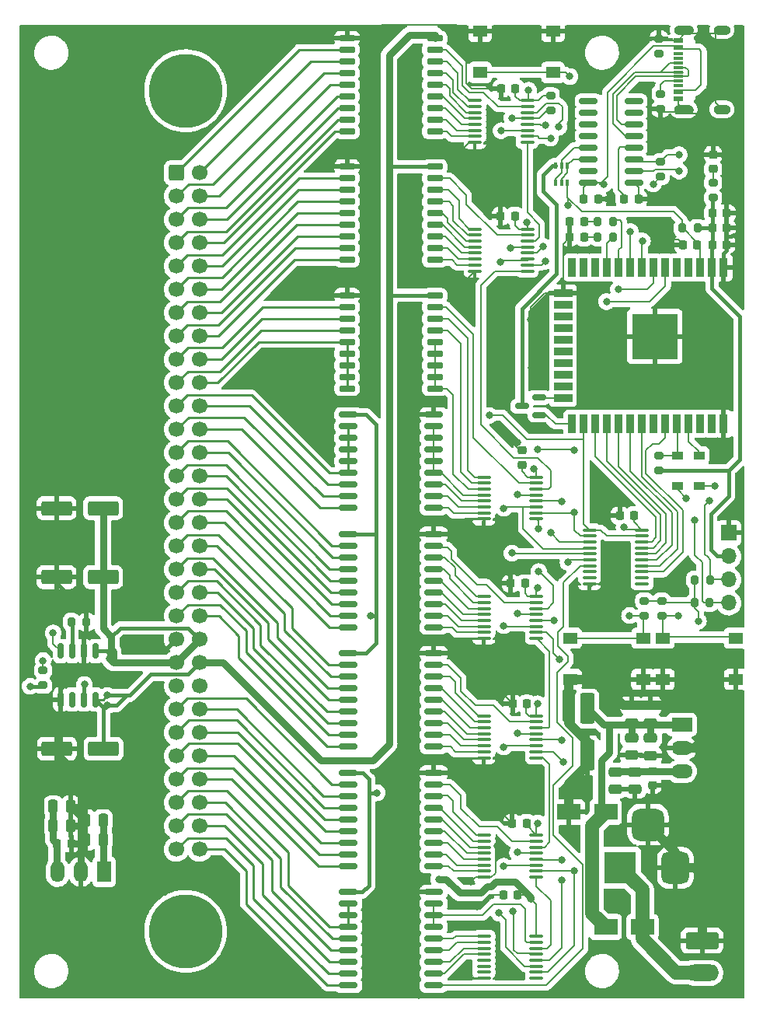
<source format=gbr>
%TF.GenerationSoftware,KiCad,Pcbnew,(6.0.7)*%
%TF.CreationDate,2022-10-27T00:55:32+02:00*%
%TF.ProjectId,flipdot-brose-esp32,666c6970-646f-4742-9d62-726f73652d65,rev?*%
%TF.SameCoordinates,Original*%
%TF.FileFunction,Copper,L1,Top*%
%TF.FilePolarity,Positive*%
%FSLAX46Y46*%
G04 Gerber Fmt 4.6, Leading zero omitted, Abs format (unit mm)*
G04 Created by KiCad (PCBNEW (6.0.7)) date 2022-10-27 00:55:32*
%MOMM*%
%LPD*%
G01*
G04 APERTURE LIST*
G04 Aperture macros list*
%AMRoundRect*
0 Rectangle with rounded corners*
0 $1 Rounding radius*
0 $2 $3 $4 $5 $6 $7 $8 $9 X,Y pos of 4 corners*
0 Add a 4 corners polygon primitive as box body*
4,1,4,$2,$3,$4,$5,$6,$7,$8,$9,$2,$3,0*
0 Add four circle primitives for the rounded corners*
1,1,$1+$1,$2,$3*
1,1,$1+$1,$4,$5*
1,1,$1+$1,$6,$7*
1,1,$1+$1,$8,$9*
0 Add four rect primitives between the rounded corners*
20,1,$1+$1,$2,$3,$4,$5,0*
20,1,$1+$1,$4,$5,$6,$7,0*
20,1,$1+$1,$6,$7,$8,$9,0*
20,1,$1+$1,$8,$9,$2,$3,0*%
G04 Aperture macros list end*
%TA.AperFunction,EtchedComponent*%
%ADD10C,0.010000*%
%TD*%
%TA.AperFunction,SMDPad,CuDef*%
%ADD11R,2.500000X1.800000*%
%TD*%
%TA.AperFunction,ComponentPad*%
%ADD12RoundRect,0.250000X-1.550000X0.650000X-1.550000X-0.650000X1.550000X-0.650000X1.550000X0.650000X0*%
%TD*%
%TA.AperFunction,ComponentPad*%
%ADD13O,3.600000X1.800000*%
%TD*%
%TA.AperFunction,ComponentPad*%
%ADD14R,3.500000X3.500000*%
%TD*%
%TA.AperFunction,ComponentPad*%
%ADD15RoundRect,0.750000X0.750000X1.000000X-0.750000X1.000000X-0.750000X-1.000000X0.750000X-1.000000X0*%
%TD*%
%TA.AperFunction,ComponentPad*%
%ADD16RoundRect,0.875000X0.875000X0.875000X-0.875000X0.875000X-0.875000X-0.875000X0.875000X-0.875000X0*%
%TD*%
%TA.AperFunction,SMDPad,CuDef*%
%ADD17RoundRect,0.225000X-0.225000X-0.250000X0.225000X-0.250000X0.225000X0.250000X-0.225000X0.250000X0*%
%TD*%
%TA.AperFunction,SMDPad,CuDef*%
%ADD18RoundRect,0.225000X-0.250000X0.225000X-0.250000X-0.225000X0.250000X-0.225000X0.250000X0.225000X0*%
%TD*%
%TA.AperFunction,SMDPad,CuDef*%
%ADD19RoundRect,0.150000X-0.150000X0.675000X-0.150000X-0.675000X0.150000X-0.675000X0.150000X0.675000X0*%
%TD*%
%TA.AperFunction,ComponentPad*%
%ADD20R,1.500000X2.300000*%
%TD*%
%TA.AperFunction,ComponentPad*%
%ADD21O,1.500000X2.300000*%
%TD*%
%TA.AperFunction,SMDPad,CuDef*%
%ADD22RoundRect,0.200000X0.200000X0.275000X-0.200000X0.275000X-0.200000X-0.275000X0.200000X-0.275000X0*%
%TD*%
%TA.AperFunction,SMDPad,CuDef*%
%ADD23RoundRect,0.200000X-0.275000X0.200000X-0.275000X-0.200000X0.275000X-0.200000X0.275000X0.200000X0*%
%TD*%
%TA.AperFunction,SMDPad,CuDef*%
%ADD24RoundRect,0.250000X1.412500X0.550000X-1.412500X0.550000X-1.412500X-0.550000X1.412500X-0.550000X0*%
%TD*%
%TA.AperFunction,SMDPad,CuDef*%
%ADD25RoundRect,0.250000X-0.250000X-0.475000X0.250000X-0.475000X0.250000X0.475000X-0.250000X0.475000X0*%
%TD*%
%TA.AperFunction,SMDPad,CuDef*%
%ADD26RoundRect,0.250000X0.250000X0.475000X-0.250000X0.475000X-0.250000X-0.475000X0.250000X-0.475000X0*%
%TD*%
%TA.AperFunction,SMDPad,CuDef*%
%ADD27RoundRect,0.100000X-0.637500X-0.100000X0.637500X-0.100000X0.637500X0.100000X-0.637500X0.100000X0*%
%TD*%
%TA.AperFunction,SMDPad,CuDef*%
%ADD28RoundRect,0.150000X0.725000X0.150000X-0.725000X0.150000X-0.725000X-0.150000X0.725000X-0.150000X0*%
%TD*%
%TA.AperFunction,SMDPad,CuDef*%
%ADD29RoundRect,0.150000X0.875000X0.150000X-0.875000X0.150000X-0.875000X-0.150000X0.875000X-0.150000X0*%
%TD*%
%TA.AperFunction,SMDPad,CuDef*%
%ADD30RoundRect,0.150000X0.825000X0.150000X-0.825000X0.150000X-0.825000X-0.150000X0.825000X-0.150000X0*%
%TD*%
%TA.AperFunction,ComponentPad*%
%ADD31R,2.300000X1.500000*%
%TD*%
%TA.AperFunction,ComponentPad*%
%ADD32O,2.300000X1.500000*%
%TD*%
%TA.AperFunction,SMDPad,CuDef*%
%ADD33R,0.900000X2.000000*%
%TD*%
%TA.AperFunction,SMDPad,CuDef*%
%ADD34R,2.000000X0.900000*%
%TD*%
%TA.AperFunction,SMDPad,CuDef*%
%ADD35R,5.000000X5.000000*%
%TD*%
%TA.AperFunction,SMDPad,CuDef*%
%ADD36R,1.550000X1.300000*%
%TD*%
%TA.AperFunction,SMDPad,CuDef*%
%ADD37RoundRect,0.200000X-0.200000X-0.275000X0.200000X-0.275000X0.200000X0.275000X-0.200000X0.275000X0*%
%TD*%
%TA.AperFunction,SMDPad,CuDef*%
%ADD38RoundRect,0.200000X0.275000X-0.200000X0.275000X0.200000X-0.275000X0.200000X-0.275000X-0.200000X0*%
%TD*%
%TA.AperFunction,SMDPad,CuDef*%
%ADD39R,0.400000X0.650000*%
%TD*%
%TA.AperFunction,SMDPad,CuDef*%
%ADD40R,1.140000X0.600000*%
%TD*%
%TA.AperFunction,SMDPad,CuDef*%
%ADD41R,1.140000X0.300000*%
%TD*%
%TA.AperFunction,ComponentPad*%
%ADD42C,0.900000*%
%TD*%
%TA.AperFunction,ComponentPad*%
%ADD43R,1.700000X1.700000*%
%TD*%
%TA.AperFunction,ComponentPad*%
%ADD44O,1.700000X1.700000*%
%TD*%
%TA.AperFunction,ComponentPad*%
%ADD45RoundRect,0.250000X-0.600000X-0.600000X0.600000X-0.600000X0.600000X0.600000X-0.600000X0.600000X0*%
%TD*%
%TA.AperFunction,ComponentPad*%
%ADD46C,1.700000*%
%TD*%
%TA.AperFunction,ComponentPad*%
%ADD47C,8.000000*%
%TD*%
%TA.AperFunction,SMDPad,CuDef*%
%ADD48R,1.200000X0.900000*%
%TD*%
%TA.AperFunction,SMDPad,CuDef*%
%ADD49RoundRect,0.218750X-0.256250X0.218750X-0.256250X-0.218750X0.256250X-0.218750X0.256250X0.218750X0*%
%TD*%
%TA.AperFunction,SMDPad,CuDef*%
%ADD50RoundRect,0.218750X-0.218750X-0.256250X0.218750X-0.256250X0.218750X0.256250X-0.218750X0.256250X0*%
%TD*%
%TA.AperFunction,SMDPad,CuDef*%
%ADD51RoundRect,0.150000X0.587500X0.150000X-0.587500X0.150000X-0.587500X-0.150000X0.587500X-0.150000X0*%
%TD*%
%TA.AperFunction,SMDPad,CuDef*%
%ADD52RoundRect,0.225000X0.225000X0.250000X-0.225000X0.250000X-0.225000X-0.250000X0.225000X-0.250000X0*%
%TD*%
%TA.AperFunction,SMDPad,CuDef*%
%ADD53RoundRect,0.250000X-0.475000X0.250000X-0.475000X-0.250000X0.475000X-0.250000X0.475000X0.250000X0*%
%TD*%
%TA.AperFunction,SMDPad,CuDef*%
%ADD54RoundRect,0.250000X0.475000X-0.250000X0.475000X0.250000X-0.475000X0.250000X-0.475000X-0.250000X0*%
%TD*%
%TA.AperFunction,SMDPad,CuDef*%
%ADD55RoundRect,0.250000X-0.550000X1.412500X-0.550000X-1.412500X0.550000X-1.412500X0.550000X1.412500X0*%
%TD*%
%TA.AperFunction,ViaPad*%
%ADD56C,0.800000*%
%TD*%
%TA.AperFunction,Conductor*%
%ADD57C,0.200000*%
%TD*%
%TA.AperFunction,Conductor*%
%ADD58C,1.500000*%
%TD*%
%TA.AperFunction,Conductor*%
%ADD59C,0.800000*%
%TD*%
%TA.AperFunction,Conductor*%
%ADD60C,0.150000*%
%TD*%
%TA.AperFunction,Conductor*%
%ADD61C,0.250000*%
%TD*%
%TA.AperFunction,Conductor*%
%ADD62C,0.400000*%
%TD*%
%TA.AperFunction,Conductor*%
%ADD63C,1.000000*%
%TD*%
G04 APERTURE END LIST*
%TO.C,J6*%
G36*
X109466500Y-43226000D02*
G01*
X109489500Y-43227000D01*
X109512500Y-43231000D01*
X109536500Y-43235000D01*
X109558500Y-43240000D01*
X109581500Y-43247000D01*
X109603500Y-43255000D01*
X109625500Y-43264000D01*
X109646500Y-43274000D01*
X109667500Y-43285000D01*
X109707500Y-43311000D01*
X109725500Y-43325000D01*
X109743500Y-43341000D01*
X109760500Y-43357000D01*
X109776500Y-43374000D01*
X109792500Y-43392000D01*
X109806500Y-43410000D01*
X109832500Y-43450000D01*
X109843500Y-43471000D01*
X109853500Y-43492000D01*
X109862500Y-43514000D01*
X109870500Y-43536000D01*
X109877500Y-43559000D01*
X109882500Y-43581000D01*
X109886500Y-43605000D01*
X109890500Y-43628000D01*
X109891500Y-43651000D01*
X109892500Y-43675000D01*
X109891500Y-43699000D01*
X109890500Y-43722000D01*
X109886500Y-43745000D01*
X109882500Y-43769000D01*
X109877500Y-43791000D01*
X109870500Y-43814000D01*
X109862500Y-43836000D01*
X109853500Y-43858000D01*
X109843500Y-43879000D01*
X109832500Y-43900000D01*
X109806500Y-43940000D01*
X109792500Y-43958000D01*
X109776500Y-43976000D01*
X109760500Y-43993000D01*
X109743500Y-44009000D01*
X109725500Y-44025000D01*
X109707500Y-44039000D01*
X109667500Y-44065000D01*
X109646500Y-44076000D01*
X109625500Y-44086000D01*
X109603500Y-44095000D01*
X109581500Y-44103000D01*
X109558500Y-44110000D01*
X109536500Y-44115000D01*
X109512500Y-44119000D01*
X109489500Y-44123000D01*
X109466500Y-44124000D01*
X109442500Y-44125000D01*
X108342500Y-44125000D01*
X108318500Y-44124000D01*
X108295500Y-44123000D01*
X108272500Y-44119000D01*
X108248500Y-44115000D01*
X108226500Y-44110000D01*
X108203500Y-44103000D01*
X108181500Y-44095000D01*
X108159500Y-44086000D01*
X108138500Y-44076000D01*
X108117500Y-44065000D01*
X108077500Y-44039000D01*
X108059500Y-44025000D01*
X108041500Y-44009000D01*
X108024500Y-43993000D01*
X108008500Y-43976000D01*
X107992500Y-43958000D01*
X107978500Y-43940000D01*
X107952500Y-43900000D01*
X107941500Y-43879000D01*
X107931500Y-43858000D01*
X107922500Y-43836000D01*
X107914500Y-43814000D01*
X107907500Y-43791000D01*
X107902500Y-43769000D01*
X107898500Y-43745000D01*
X107894500Y-43722000D01*
X107893500Y-43699000D01*
X107892500Y-43675000D01*
X107893500Y-43651000D01*
X107894500Y-43628000D01*
X107898500Y-43605000D01*
X107902500Y-43581000D01*
X107907500Y-43559000D01*
X107914500Y-43536000D01*
X107922500Y-43514000D01*
X107931500Y-43492000D01*
X107941500Y-43471000D01*
X107952500Y-43450000D01*
X107978500Y-43410000D01*
X107992500Y-43392000D01*
X108008500Y-43374000D01*
X108024500Y-43357000D01*
X108041500Y-43341000D01*
X108059500Y-43325000D01*
X108077500Y-43311000D01*
X108117500Y-43285000D01*
X108138500Y-43274000D01*
X108159500Y-43264000D01*
X108181500Y-43255000D01*
X108203500Y-43247000D01*
X108226500Y-43240000D01*
X108248500Y-43235000D01*
X108272500Y-43231000D01*
X108295500Y-43227000D01*
X108318500Y-43226000D01*
X108342500Y-43225000D01*
X109442500Y-43225000D01*
X109466500Y-43226000D01*
G37*
D10*
X109466500Y-43226000D02*
X109489500Y-43227000D01*
X109512500Y-43231000D01*
X109536500Y-43235000D01*
X109558500Y-43240000D01*
X109581500Y-43247000D01*
X109603500Y-43255000D01*
X109625500Y-43264000D01*
X109646500Y-43274000D01*
X109667500Y-43285000D01*
X109707500Y-43311000D01*
X109725500Y-43325000D01*
X109743500Y-43341000D01*
X109760500Y-43357000D01*
X109776500Y-43374000D01*
X109792500Y-43392000D01*
X109806500Y-43410000D01*
X109832500Y-43450000D01*
X109843500Y-43471000D01*
X109853500Y-43492000D01*
X109862500Y-43514000D01*
X109870500Y-43536000D01*
X109877500Y-43559000D01*
X109882500Y-43581000D01*
X109886500Y-43605000D01*
X109890500Y-43628000D01*
X109891500Y-43651000D01*
X109892500Y-43675000D01*
X109891500Y-43699000D01*
X109890500Y-43722000D01*
X109886500Y-43745000D01*
X109882500Y-43769000D01*
X109877500Y-43791000D01*
X109870500Y-43814000D01*
X109862500Y-43836000D01*
X109853500Y-43858000D01*
X109843500Y-43879000D01*
X109832500Y-43900000D01*
X109806500Y-43940000D01*
X109792500Y-43958000D01*
X109776500Y-43976000D01*
X109760500Y-43993000D01*
X109743500Y-44009000D01*
X109725500Y-44025000D01*
X109707500Y-44039000D01*
X109667500Y-44065000D01*
X109646500Y-44076000D01*
X109625500Y-44086000D01*
X109603500Y-44095000D01*
X109581500Y-44103000D01*
X109558500Y-44110000D01*
X109536500Y-44115000D01*
X109512500Y-44119000D01*
X109489500Y-44123000D01*
X109466500Y-44124000D01*
X109442500Y-44125000D01*
X108342500Y-44125000D01*
X108318500Y-44124000D01*
X108295500Y-44123000D01*
X108272500Y-44119000D01*
X108248500Y-44115000D01*
X108226500Y-44110000D01*
X108203500Y-44103000D01*
X108181500Y-44095000D01*
X108159500Y-44086000D01*
X108138500Y-44076000D01*
X108117500Y-44065000D01*
X108077500Y-44039000D01*
X108059500Y-44025000D01*
X108041500Y-44009000D01*
X108024500Y-43993000D01*
X108008500Y-43976000D01*
X107992500Y-43958000D01*
X107978500Y-43940000D01*
X107952500Y-43900000D01*
X107941500Y-43879000D01*
X107931500Y-43858000D01*
X107922500Y-43836000D01*
X107914500Y-43814000D01*
X107907500Y-43791000D01*
X107902500Y-43769000D01*
X107898500Y-43745000D01*
X107894500Y-43722000D01*
X107893500Y-43699000D01*
X107892500Y-43675000D01*
X107893500Y-43651000D01*
X107894500Y-43628000D01*
X107898500Y-43605000D01*
X107902500Y-43581000D01*
X107907500Y-43559000D01*
X107914500Y-43536000D01*
X107922500Y-43514000D01*
X107931500Y-43492000D01*
X107941500Y-43471000D01*
X107952500Y-43450000D01*
X107978500Y-43410000D01*
X107992500Y-43392000D01*
X108008500Y-43374000D01*
X108024500Y-43357000D01*
X108041500Y-43341000D01*
X108059500Y-43325000D01*
X108077500Y-43311000D01*
X108117500Y-43285000D01*
X108138500Y-43274000D01*
X108159500Y-43264000D01*
X108181500Y-43255000D01*
X108203500Y-43247000D01*
X108226500Y-43240000D01*
X108248500Y-43235000D01*
X108272500Y-43231000D01*
X108295500Y-43227000D01*
X108318500Y-43226000D01*
X108342500Y-43225000D01*
X109442500Y-43225000D01*
X109466500Y-43226000D01*
G36*
X109466500Y-34576000D02*
G01*
X109489500Y-34577000D01*
X109512500Y-34581000D01*
X109536500Y-34585000D01*
X109558500Y-34590000D01*
X109581500Y-34597000D01*
X109603500Y-34605000D01*
X109625500Y-34614000D01*
X109646500Y-34624000D01*
X109667500Y-34635000D01*
X109707500Y-34661000D01*
X109725500Y-34675000D01*
X109743500Y-34691000D01*
X109760500Y-34707000D01*
X109776500Y-34724000D01*
X109792500Y-34742000D01*
X109806500Y-34760000D01*
X109832500Y-34800000D01*
X109843500Y-34821000D01*
X109853500Y-34842000D01*
X109862500Y-34864000D01*
X109870500Y-34886000D01*
X109877500Y-34909000D01*
X109882500Y-34931000D01*
X109886500Y-34955000D01*
X109890500Y-34978000D01*
X109891500Y-35001000D01*
X109892500Y-35025000D01*
X109891500Y-35049000D01*
X109890500Y-35072000D01*
X109886500Y-35095000D01*
X109882500Y-35119000D01*
X109877500Y-35141000D01*
X109870500Y-35164000D01*
X109862500Y-35186000D01*
X109853500Y-35208000D01*
X109843500Y-35229000D01*
X109832500Y-35250000D01*
X109806500Y-35290000D01*
X109792500Y-35308000D01*
X109776500Y-35326000D01*
X109760500Y-35343000D01*
X109743500Y-35359000D01*
X109725500Y-35375000D01*
X109707500Y-35389000D01*
X109667500Y-35415000D01*
X109646500Y-35426000D01*
X109625500Y-35436000D01*
X109603500Y-35445000D01*
X109581500Y-35453000D01*
X109558500Y-35460000D01*
X109536500Y-35465000D01*
X109512500Y-35469000D01*
X109489500Y-35473000D01*
X109466500Y-35474000D01*
X109442500Y-35475000D01*
X108342500Y-35475000D01*
X108318500Y-35474000D01*
X108295500Y-35473000D01*
X108272500Y-35469000D01*
X108248500Y-35465000D01*
X108226500Y-35460000D01*
X108203500Y-35453000D01*
X108181500Y-35445000D01*
X108159500Y-35436000D01*
X108138500Y-35426000D01*
X108117500Y-35415000D01*
X108077500Y-35389000D01*
X108059500Y-35375000D01*
X108041500Y-35359000D01*
X108024500Y-35343000D01*
X108008500Y-35326000D01*
X107992500Y-35308000D01*
X107978500Y-35290000D01*
X107952500Y-35250000D01*
X107941500Y-35229000D01*
X107931500Y-35208000D01*
X107922500Y-35186000D01*
X107914500Y-35164000D01*
X107907500Y-35141000D01*
X107902500Y-35119000D01*
X107898500Y-35095000D01*
X107894500Y-35072000D01*
X107893500Y-35049000D01*
X107892500Y-35025000D01*
X107893500Y-35001000D01*
X107894500Y-34978000D01*
X107898500Y-34955000D01*
X107902500Y-34931000D01*
X107907500Y-34909000D01*
X107914500Y-34886000D01*
X107922500Y-34864000D01*
X107931500Y-34842000D01*
X107941500Y-34821000D01*
X107952500Y-34800000D01*
X107978500Y-34760000D01*
X107992500Y-34742000D01*
X108008500Y-34724000D01*
X108024500Y-34707000D01*
X108041500Y-34691000D01*
X108059500Y-34675000D01*
X108077500Y-34661000D01*
X108117500Y-34635000D01*
X108138500Y-34624000D01*
X108159500Y-34614000D01*
X108181500Y-34605000D01*
X108203500Y-34597000D01*
X108226500Y-34590000D01*
X108248500Y-34585000D01*
X108272500Y-34581000D01*
X108295500Y-34577000D01*
X108318500Y-34576000D01*
X108342500Y-34575000D01*
X109442500Y-34575000D01*
X109466500Y-34576000D01*
G37*
X109466500Y-34576000D02*
X109489500Y-34577000D01*
X109512500Y-34581000D01*
X109536500Y-34585000D01*
X109558500Y-34590000D01*
X109581500Y-34597000D01*
X109603500Y-34605000D01*
X109625500Y-34614000D01*
X109646500Y-34624000D01*
X109667500Y-34635000D01*
X109707500Y-34661000D01*
X109725500Y-34675000D01*
X109743500Y-34691000D01*
X109760500Y-34707000D01*
X109776500Y-34724000D01*
X109792500Y-34742000D01*
X109806500Y-34760000D01*
X109832500Y-34800000D01*
X109843500Y-34821000D01*
X109853500Y-34842000D01*
X109862500Y-34864000D01*
X109870500Y-34886000D01*
X109877500Y-34909000D01*
X109882500Y-34931000D01*
X109886500Y-34955000D01*
X109890500Y-34978000D01*
X109891500Y-35001000D01*
X109892500Y-35025000D01*
X109891500Y-35049000D01*
X109890500Y-35072000D01*
X109886500Y-35095000D01*
X109882500Y-35119000D01*
X109877500Y-35141000D01*
X109870500Y-35164000D01*
X109862500Y-35186000D01*
X109853500Y-35208000D01*
X109843500Y-35229000D01*
X109832500Y-35250000D01*
X109806500Y-35290000D01*
X109792500Y-35308000D01*
X109776500Y-35326000D01*
X109760500Y-35343000D01*
X109743500Y-35359000D01*
X109725500Y-35375000D01*
X109707500Y-35389000D01*
X109667500Y-35415000D01*
X109646500Y-35426000D01*
X109625500Y-35436000D01*
X109603500Y-35445000D01*
X109581500Y-35453000D01*
X109558500Y-35460000D01*
X109536500Y-35465000D01*
X109512500Y-35469000D01*
X109489500Y-35473000D01*
X109466500Y-35474000D01*
X109442500Y-35475000D01*
X108342500Y-35475000D01*
X108318500Y-35474000D01*
X108295500Y-35473000D01*
X108272500Y-35469000D01*
X108248500Y-35465000D01*
X108226500Y-35460000D01*
X108203500Y-35453000D01*
X108181500Y-35445000D01*
X108159500Y-35436000D01*
X108138500Y-35426000D01*
X108117500Y-35415000D01*
X108077500Y-35389000D01*
X108059500Y-35375000D01*
X108041500Y-35359000D01*
X108024500Y-35343000D01*
X108008500Y-35326000D01*
X107992500Y-35308000D01*
X107978500Y-35290000D01*
X107952500Y-35250000D01*
X107941500Y-35229000D01*
X107931500Y-35208000D01*
X107922500Y-35186000D01*
X107914500Y-35164000D01*
X107907500Y-35141000D01*
X107902500Y-35119000D01*
X107898500Y-35095000D01*
X107894500Y-35072000D01*
X107893500Y-35049000D01*
X107892500Y-35025000D01*
X107893500Y-35001000D01*
X107894500Y-34978000D01*
X107898500Y-34955000D01*
X107902500Y-34931000D01*
X107907500Y-34909000D01*
X107914500Y-34886000D01*
X107922500Y-34864000D01*
X107931500Y-34842000D01*
X107941500Y-34821000D01*
X107952500Y-34800000D01*
X107978500Y-34760000D01*
X107992500Y-34742000D01*
X108008500Y-34724000D01*
X108024500Y-34707000D01*
X108041500Y-34691000D01*
X108059500Y-34675000D01*
X108077500Y-34661000D01*
X108117500Y-34635000D01*
X108138500Y-34624000D01*
X108159500Y-34614000D01*
X108181500Y-34605000D01*
X108203500Y-34597000D01*
X108226500Y-34590000D01*
X108248500Y-34585000D01*
X108272500Y-34581000D01*
X108295500Y-34577000D01*
X108318500Y-34576000D01*
X108342500Y-34575000D01*
X109442500Y-34575000D01*
X109466500Y-34576000D01*
G36*
X113486500Y-43226000D02*
G01*
X113509500Y-43227000D01*
X113532500Y-43231000D01*
X113556500Y-43235000D01*
X113578500Y-43240000D01*
X113601500Y-43247000D01*
X113623500Y-43255000D01*
X113645500Y-43264000D01*
X113666500Y-43274000D01*
X113687500Y-43285000D01*
X113727500Y-43311000D01*
X113745500Y-43325000D01*
X113763500Y-43341000D01*
X113780500Y-43357000D01*
X113796500Y-43374000D01*
X113812500Y-43392000D01*
X113826500Y-43410000D01*
X113852500Y-43450000D01*
X113863500Y-43471000D01*
X113873500Y-43492000D01*
X113882500Y-43514000D01*
X113890500Y-43536000D01*
X113897500Y-43559000D01*
X113902500Y-43581000D01*
X113906500Y-43605000D01*
X113910500Y-43628000D01*
X113911500Y-43651000D01*
X113912500Y-43675000D01*
X113911500Y-43699000D01*
X113910500Y-43722000D01*
X113906500Y-43745000D01*
X113902500Y-43769000D01*
X113897500Y-43791000D01*
X113890500Y-43814000D01*
X113882500Y-43836000D01*
X113873500Y-43858000D01*
X113863500Y-43879000D01*
X113852500Y-43900000D01*
X113826500Y-43940000D01*
X113812500Y-43958000D01*
X113796500Y-43976000D01*
X113780500Y-43993000D01*
X113763500Y-44009000D01*
X113745500Y-44025000D01*
X113727500Y-44039000D01*
X113687500Y-44065000D01*
X113666500Y-44076000D01*
X113645500Y-44086000D01*
X113623500Y-44095000D01*
X113601500Y-44103000D01*
X113578500Y-44110000D01*
X113556500Y-44115000D01*
X113532500Y-44119000D01*
X113509500Y-44123000D01*
X113486500Y-44124000D01*
X113462500Y-44125000D01*
X112662500Y-44125000D01*
X112638500Y-44124000D01*
X112615500Y-44123000D01*
X112592500Y-44119000D01*
X112568500Y-44115000D01*
X112546500Y-44110000D01*
X112523500Y-44103000D01*
X112501500Y-44095000D01*
X112479500Y-44086000D01*
X112458500Y-44076000D01*
X112437500Y-44065000D01*
X112397500Y-44039000D01*
X112379500Y-44025000D01*
X112361500Y-44009000D01*
X112344500Y-43993000D01*
X112328500Y-43976000D01*
X112312500Y-43958000D01*
X112298500Y-43940000D01*
X112272500Y-43900000D01*
X112261500Y-43879000D01*
X112251500Y-43858000D01*
X112242500Y-43836000D01*
X112234500Y-43814000D01*
X112227500Y-43791000D01*
X112222500Y-43769000D01*
X112218500Y-43745000D01*
X112214500Y-43722000D01*
X112213500Y-43699000D01*
X112212500Y-43675000D01*
X112213500Y-43651000D01*
X112214500Y-43628000D01*
X112218500Y-43605000D01*
X112222500Y-43581000D01*
X112227500Y-43559000D01*
X112234500Y-43536000D01*
X112242500Y-43514000D01*
X112251500Y-43492000D01*
X112261500Y-43471000D01*
X112272500Y-43450000D01*
X112298500Y-43410000D01*
X112312500Y-43392000D01*
X112328500Y-43374000D01*
X112344500Y-43357000D01*
X112361500Y-43341000D01*
X112379500Y-43325000D01*
X112397500Y-43311000D01*
X112437500Y-43285000D01*
X112458500Y-43274000D01*
X112479500Y-43264000D01*
X112501500Y-43255000D01*
X112523500Y-43247000D01*
X112546500Y-43240000D01*
X112568500Y-43235000D01*
X112592500Y-43231000D01*
X112615500Y-43227000D01*
X112638500Y-43226000D01*
X112662500Y-43225000D01*
X113462500Y-43225000D01*
X113486500Y-43226000D01*
G37*
X113486500Y-43226000D02*
X113509500Y-43227000D01*
X113532500Y-43231000D01*
X113556500Y-43235000D01*
X113578500Y-43240000D01*
X113601500Y-43247000D01*
X113623500Y-43255000D01*
X113645500Y-43264000D01*
X113666500Y-43274000D01*
X113687500Y-43285000D01*
X113727500Y-43311000D01*
X113745500Y-43325000D01*
X113763500Y-43341000D01*
X113780500Y-43357000D01*
X113796500Y-43374000D01*
X113812500Y-43392000D01*
X113826500Y-43410000D01*
X113852500Y-43450000D01*
X113863500Y-43471000D01*
X113873500Y-43492000D01*
X113882500Y-43514000D01*
X113890500Y-43536000D01*
X113897500Y-43559000D01*
X113902500Y-43581000D01*
X113906500Y-43605000D01*
X113910500Y-43628000D01*
X113911500Y-43651000D01*
X113912500Y-43675000D01*
X113911500Y-43699000D01*
X113910500Y-43722000D01*
X113906500Y-43745000D01*
X113902500Y-43769000D01*
X113897500Y-43791000D01*
X113890500Y-43814000D01*
X113882500Y-43836000D01*
X113873500Y-43858000D01*
X113863500Y-43879000D01*
X113852500Y-43900000D01*
X113826500Y-43940000D01*
X113812500Y-43958000D01*
X113796500Y-43976000D01*
X113780500Y-43993000D01*
X113763500Y-44009000D01*
X113745500Y-44025000D01*
X113727500Y-44039000D01*
X113687500Y-44065000D01*
X113666500Y-44076000D01*
X113645500Y-44086000D01*
X113623500Y-44095000D01*
X113601500Y-44103000D01*
X113578500Y-44110000D01*
X113556500Y-44115000D01*
X113532500Y-44119000D01*
X113509500Y-44123000D01*
X113486500Y-44124000D01*
X113462500Y-44125000D01*
X112662500Y-44125000D01*
X112638500Y-44124000D01*
X112615500Y-44123000D01*
X112592500Y-44119000D01*
X112568500Y-44115000D01*
X112546500Y-44110000D01*
X112523500Y-44103000D01*
X112501500Y-44095000D01*
X112479500Y-44086000D01*
X112458500Y-44076000D01*
X112437500Y-44065000D01*
X112397500Y-44039000D01*
X112379500Y-44025000D01*
X112361500Y-44009000D01*
X112344500Y-43993000D01*
X112328500Y-43976000D01*
X112312500Y-43958000D01*
X112298500Y-43940000D01*
X112272500Y-43900000D01*
X112261500Y-43879000D01*
X112251500Y-43858000D01*
X112242500Y-43836000D01*
X112234500Y-43814000D01*
X112227500Y-43791000D01*
X112222500Y-43769000D01*
X112218500Y-43745000D01*
X112214500Y-43722000D01*
X112213500Y-43699000D01*
X112212500Y-43675000D01*
X112213500Y-43651000D01*
X112214500Y-43628000D01*
X112218500Y-43605000D01*
X112222500Y-43581000D01*
X112227500Y-43559000D01*
X112234500Y-43536000D01*
X112242500Y-43514000D01*
X112251500Y-43492000D01*
X112261500Y-43471000D01*
X112272500Y-43450000D01*
X112298500Y-43410000D01*
X112312500Y-43392000D01*
X112328500Y-43374000D01*
X112344500Y-43357000D01*
X112361500Y-43341000D01*
X112379500Y-43325000D01*
X112397500Y-43311000D01*
X112437500Y-43285000D01*
X112458500Y-43274000D01*
X112479500Y-43264000D01*
X112501500Y-43255000D01*
X112523500Y-43247000D01*
X112546500Y-43240000D01*
X112568500Y-43235000D01*
X112592500Y-43231000D01*
X112615500Y-43227000D01*
X112638500Y-43226000D01*
X112662500Y-43225000D01*
X113462500Y-43225000D01*
X113486500Y-43226000D01*
G36*
X113486500Y-34576000D02*
G01*
X113509500Y-34577000D01*
X113532500Y-34581000D01*
X113556500Y-34585000D01*
X113578500Y-34590000D01*
X113601500Y-34597000D01*
X113623500Y-34605000D01*
X113645500Y-34614000D01*
X113666500Y-34624000D01*
X113687500Y-34635000D01*
X113727500Y-34661000D01*
X113745500Y-34675000D01*
X113763500Y-34691000D01*
X113780500Y-34707000D01*
X113796500Y-34724000D01*
X113812500Y-34742000D01*
X113826500Y-34760000D01*
X113852500Y-34800000D01*
X113863500Y-34821000D01*
X113873500Y-34842000D01*
X113882500Y-34864000D01*
X113890500Y-34886000D01*
X113897500Y-34909000D01*
X113902500Y-34931000D01*
X113906500Y-34955000D01*
X113910500Y-34978000D01*
X113911500Y-35001000D01*
X113912500Y-35025000D01*
X113911500Y-35049000D01*
X113910500Y-35072000D01*
X113906500Y-35095000D01*
X113902500Y-35119000D01*
X113897500Y-35141000D01*
X113890500Y-35164000D01*
X113882500Y-35186000D01*
X113873500Y-35208000D01*
X113863500Y-35229000D01*
X113852500Y-35250000D01*
X113826500Y-35290000D01*
X113812500Y-35308000D01*
X113796500Y-35326000D01*
X113780500Y-35343000D01*
X113763500Y-35359000D01*
X113745500Y-35375000D01*
X113727500Y-35389000D01*
X113687500Y-35415000D01*
X113666500Y-35426000D01*
X113645500Y-35436000D01*
X113623500Y-35445000D01*
X113601500Y-35453000D01*
X113578500Y-35460000D01*
X113556500Y-35465000D01*
X113532500Y-35469000D01*
X113509500Y-35473000D01*
X113486500Y-35474000D01*
X113462500Y-35475000D01*
X112662500Y-35475000D01*
X112638500Y-35474000D01*
X112615500Y-35473000D01*
X112592500Y-35469000D01*
X112568500Y-35465000D01*
X112546500Y-35460000D01*
X112523500Y-35453000D01*
X112501500Y-35445000D01*
X112479500Y-35436000D01*
X112458500Y-35426000D01*
X112437500Y-35415000D01*
X112397500Y-35389000D01*
X112379500Y-35375000D01*
X112361500Y-35359000D01*
X112344500Y-35343000D01*
X112328500Y-35326000D01*
X112312500Y-35308000D01*
X112298500Y-35290000D01*
X112272500Y-35250000D01*
X112261500Y-35229000D01*
X112251500Y-35208000D01*
X112242500Y-35186000D01*
X112234500Y-35164000D01*
X112227500Y-35141000D01*
X112222500Y-35119000D01*
X112218500Y-35095000D01*
X112214500Y-35072000D01*
X112213500Y-35049000D01*
X112212500Y-35025000D01*
X112213500Y-35001000D01*
X112214500Y-34978000D01*
X112218500Y-34955000D01*
X112222500Y-34931000D01*
X112227500Y-34909000D01*
X112234500Y-34886000D01*
X112242500Y-34864000D01*
X112251500Y-34842000D01*
X112261500Y-34821000D01*
X112272500Y-34800000D01*
X112298500Y-34760000D01*
X112312500Y-34742000D01*
X112328500Y-34724000D01*
X112344500Y-34707000D01*
X112361500Y-34691000D01*
X112379500Y-34675000D01*
X112397500Y-34661000D01*
X112437500Y-34635000D01*
X112458500Y-34624000D01*
X112479500Y-34614000D01*
X112501500Y-34605000D01*
X112523500Y-34597000D01*
X112546500Y-34590000D01*
X112568500Y-34585000D01*
X112592500Y-34581000D01*
X112615500Y-34577000D01*
X112638500Y-34576000D01*
X112662500Y-34575000D01*
X113462500Y-34575000D01*
X113486500Y-34576000D01*
G37*
X113486500Y-34576000D02*
X113509500Y-34577000D01*
X113532500Y-34581000D01*
X113556500Y-34585000D01*
X113578500Y-34590000D01*
X113601500Y-34597000D01*
X113623500Y-34605000D01*
X113645500Y-34614000D01*
X113666500Y-34624000D01*
X113687500Y-34635000D01*
X113727500Y-34661000D01*
X113745500Y-34675000D01*
X113763500Y-34691000D01*
X113780500Y-34707000D01*
X113796500Y-34724000D01*
X113812500Y-34742000D01*
X113826500Y-34760000D01*
X113852500Y-34800000D01*
X113863500Y-34821000D01*
X113873500Y-34842000D01*
X113882500Y-34864000D01*
X113890500Y-34886000D01*
X113897500Y-34909000D01*
X113902500Y-34931000D01*
X113906500Y-34955000D01*
X113910500Y-34978000D01*
X113911500Y-35001000D01*
X113912500Y-35025000D01*
X113911500Y-35049000D01*
X113910500Y-35072000D01*
X113906500Y-35095000D01*
X113902500Y-35119000D01*
X113897500Y-35141000D01*
X113890500Y-35164000D01*
X113882500Y-35186000D01*
X113873500Y-35208000D01*
X113863500Y-35229000D01*
X113852500Y-35250000D01*
X113826500Y-35290000D01*
X113812500Y-35308000D01*
X113796500Y-35326000D01*
X113780500Y-35343000D01*
X113763500Y-35359000D01*
X113745500Y-35375000D01*
X113727500Y-35389000D01*
X113687500Y-35415000D01*
X113666500Y-35426000D01*
X113645500Y-35436000D01*
X113623500Y-35445000D01*
X113601500Y-35453000D01*
X113578500Y-35460000D01*
X113556500Y-35465000D01*
X113532500Y-35469000D01*
X113509500Y-35473000D01*
X113486500Y-35474000D01*
X113462500Y-35475000D01*
X112662500Y-35475000D01*
X112638500Y-35474000D01*
X112615500Y-35473000D01*
X112592500Y-35469000D01*
X112568500Y-35465000D01*
X112546500Y-35460000D01*
X112523500Y-35453000D01*
X112501500Y-35445000D01*
X112479500Y-35436000D01*
X112458500Y-35426000D01*
X112437500Y-35415000D01*
X112397500Y-35389000D01*
X112379500Y-35375000D01*
X112361500Y-35359000D01*
X112344500Y-35343000D01*
X112328500Y-35326000D01*
X112312500Y-35308000D01*
X112298500Y-35290000D01*
X112272500Y-35250000D01*
X112261500Y-35229000D01*
X112251500Y-35208000D01*
X112242500Y-35186000D01*
X112234500Y-35164000D01*
X112227500Y-35141000D01*
X112222500Y-35119000D01*
X112218500Y-35095000D01*
X112214500Y-35072000D01*
X112213500Y-35049000D01*
X112212500Y-35025000D01*
X112213500Y-35001000D01*
X112214500Y-34978000D01*
X112218500Y-34955000D01*
X112222500Y-34931000D01*
X112227500Y-34909000D01*
X112234500Y-34886000D01*
X112242500Y-34864000D01*
X112251500Y-34842000D01*
X112261500Y-34821000D01*
X112272500Y-34800000D01*
X112298500Y-34760000D01*
X112312500Y-34742000D01*
X112328500Y-34724000D01*
X112344500Y-34707000D01*
X112361500Y-34691000D01*
X112379500Y-34675000D01*
X112397500Y-34661000D01*
X112437500Y-34635000D01*
X112458500Y-34624000D01*
X112479500Y-34614000D01*
X112501500Y-34605000D01*
X112523500Y-34597000D01*
X112546500Y-34590000D01*
X112568500Y-34585000D01*
X112592500Y-34581000D01*
X112615500Y-34577000D01*
X112638500Y-34576000D01*
X112662500Y-34575000D01*
X113462500Y-34575000D01*
X113486500Y-34576000D01*
%TD*%
D11*
%TO.P,D1,1,K*%
%TO.N,+24V*%
X100400000Y-132700000D03*
%TO.P,D1,2,A*%
%TO.N,Net-(J2-Pad1)*%
X104400000Y-132700000D03*
%TD*%
D12*
%TO.P,J3,1,Pin_1*%
%TO.N,GND*%
X110900000Y-134200000D03*
D13*
%TO.P,J3,2,Pin_2*%
%TO.N,Net-(J2-Pad1)*%
X110900000Y-137700000D03*
%TD*%
D14*
%TO.P,J2,1*%
%TO.N,Net-(J2-Pad1)*%
X102000000Y-126257500D03*
D15*
%TO.P,J2,2*%
%TO.N,GND*%
X108000000Y-126257500D03*
D16*
%TO.P,J2,3*%
X105000000Y-121557500D03*
%TD*%
D17*
%TO.P,C21,1*%
%TO.N,GND*%
X101925000Y-87900000D03*
%TO.P,C21,2*%
%TO.N,+5V*%
X103475000Y-87900000D03*
%TD*%
%TO.P,C31,1*%
%TO.N,GND*%
X90250000Y-108400000D03*
%TO.P,C31,2*%
%TO.N,+5V*%
X91800000Y-108400000D03*
%TD*%
%TO.P,C30,1*%
%TO.N,GND*%
X89025000Y-41400000D03*
%TO.P,C30,2*%
%TO.N,+5V*%
X90575000Y-41400000D03*
%TD*%
%TO.P,C29,1*%
%TO.N,GND*%
X90050000Y-95300000D03*
%TO.P,C29,2*%
%TO.N,+5V*%
X91600000Y-95300000D03*
%TD*%
D18*
%TO.P,C28,1*%
%TO.N,GND*%
X91300000Y-80825000D03*
%TO.P,C28,2*%
%TO.N,+5V*%
X91300000Y-82375000D03*
%TD*%
D17*
%TO.P,C27,1*%
%TO.N,GND*%
X90225000Y-121400000D03*
%TO.P,C27,2*%
%TO.N,+5V*%
X91775000Y-121400000D03*
%TD*%
%TO.P,C26,1*%
%TO.N,GND*%
X88950000Y-55300000D03*
%TO.P,C26,2*%
%TO.N,+5V*%
X90500000Y-55300000D03*
%TD*%
%TO.P,C25,1*%
%TO.N,GND*%
X89250000Y-129200000D03*
%TO.P,C25,2*%
%TO.N,+5V*%
X90800000Y-129200000D03*
%TD*%
D19*
%TO.P,U23,8,VOUT*%
%TO.N,VS*%
X44805000Y-107925000D03*
%TO.P,U23,7,FLAGB*%
%TO.N,Net-(R3-Pad2)*%
X43535000Y-107925000D03*
%TO.P,U23,6,NC*%
%TO.N,unconnected-(U23-Pad6)*%
X42265000Y-107925000D03*
%TO.P,U23,5,GND*%
%TO.N,GND*%
X40995000Y-107925000D03*
%TO.P,U23,4,ON*%
%TO.N,PWR_ON*%
X40995000Y-102675000D03*
%TO.P,U23,3,ISET*%
%TO.N,Net-(R4-Pad2)*%
X42265000Y-102675000D03*
%TO.P,U23,2,PGOOD*%
%TO.N,GND*%
X43535000Y-102675000D03*
%TO.P,U23,1,VIN*%
%TO.N,+24V*%
X44805000Y-102675000D03*
%TD*%
D20*
%TO.P,U22,1,IN*%
%TO.N,+24V*%
X45747000Y-126692500D03*
D21*
%TO.P,U22,2,GND*%
%TO.N,GND*%
X43207000Y-126692500D03*
%TO.P,U22,3,OUT*%
%TO.N,+5V*%
X40667000Y-126692500D03*
%TD*%
D22*
%TO.P,R4,2*%
%TO.N,Net-(R4-Pad2)*%
X42175000Y-99500000D03*
%TO.P,R4,1*%
%TO.N,GND*%
X43825000Y-99500000D03*
%TD*%
D23*
%TO.P,R3,2*%
%TO.N,Net-(R3-Pad2)*%
X39100000Y-106400000D03*
%TO.P,R3,1*%
%TO.N,+24V*%
X39100000Y-104750000D03*
%TD*%
D24*
%TO.P,C24,2*%
%TO.N,GND*%
X40562500Y-94600000D03*
%TO.P,C24,1*%
%TO.N,+24V*%
X45637500Y-94600000D03*
%TD*%
%TO.P,C19,2*%
%TO.N,GND*%
X40562500Y-87100000D03*
%TO.P,C19,1*%
%TO.N,+24V*%
X45637500Y-87100000D03*
%TD*%
%TO.P,C7,2*%
%TO.N,GND*%
X40600000Y-113300000D03*
%TO.P,C7,1*%
%TO.N,VS*%
X45675000Y-113300000D03*
%TD*%
D17*
%TO.P,C6,1*%
%TO.N,+5V*%
X40600000Y-123600000D03*
%TO.P,C6,2*%
%TO.N,GND*%
X42150000Y-123600000D03*
%TD*%
D25*
%TO.P,C5,1*%
%TO.N,+5V*%
X40200000Y-121700000D03*
%TO.P,C5,2*%
%TO.N,GND*%
X42100000Y-121700000D03*
%TD*%
%TO.P,C4,1*%
%TO.N,+5V*%
X40200000Y-119600000D03*
%TO.P,C4,2*%
%TO.N,GND*%
X42100000Y-119600000D03*
%TD*%
D26*
%TO.P,C3,1*%
%TO.N,+24V*%
X45650000Y-123200000D03*
%TO.P,C3,2*%
%TO.N,GND*%
X43750000Y-123200000D03*
%TD*%
%TO.P,C1,1*%
%TO.N,+24V*%
X45650000Y-121100000D03*
%TO.P,C1,2*%
%TO.N,GND*%
X43750000Y-121100000D03*
%TD*%
D27*
%TO.P,U9,16,VCC*%
%TO.N,+5V*%
X92862500Y-96725000D03*
%TO.P,U9,15,QA*%
%TO.N,SR25*%
X92862500Y-97375000D03*
%TO.P,U9,14,SER*%
%TO.N,Net-(U12-Pad9)*%
X92862500Y-98025000D03*
%TO.P,U9,13,~{OE}*%
%TO.N,Shift_OE5_5V*%
X92862500Y-98675000D03*
%TO.P,U9,12,RCLK*%
%TO.N,Shift_RCLK_5V*%
X92862500Y-99325000D03*
%TO.P,U9,11,SRCLK*%
%TO.N,Shift_SRCLK_5V*%
X92862500Y-99975000D03*
%TO.P,U9,10,~{SRCLR}*%
%TO.N,Shift_SRCLR_5V*%
X92862500Y-100625000D03*
%TO.P,U9,9,QH'*%
%TO.N,Net-(U11-Pad14)*%
X92862500Y-101275000D03*
%TO.P,U9,8,GND*%
%TO.N,GND*%
X87137500Y-101275000D03*
%TO.P,U9,7,QH*%
%TO.N,SR32*%
X87137500Y-100625000D03*
%TO.P,U9,6,QG*%
%TO.N,SR31*%
X87137500Y-99975000D03*
%TO.P,U9,5,QF*%
%TO.N,SR30*%
X87137500Y-99325000D03*
%TO.P,U9,4,QE*%
%TO.N,SR29*%
X87137500Y-98675000D03*
%TO.P,U9,3,QD*%
%TO.N,SR28*%
X87137500Y-98025000D03*
%TO.P,U9,2,QC*%
%TO.N,SR27*%
X87137500Y-97375000D03*
%TO.P,U9,1,QB*%
%TO.N,SR26*%
X87137500Y-96725000D03*
%TD*%
D28*
%TO.P,U21,18,OUT1*%
%TO.N,ROW20*%
X72225000Y-74080000D03*
%TO.P,U21,17,OUT2*%
X72225000Y-72810000D03*
%TO.P,U21,16,OUT3*%
X72225000Y-71540000D03*
%TO.P,U21,15,OUT4*%
X72225000Y-70270000D03*
%TO.P,U21,14,OUT5*%
X72225000Y-69000000D03*
%TO.P,U21,13,OUT6*%
%TO.N,ROW19*%
X72225000Y-67730000D03*
%TO.P,U21,12,OUT7*%
%TO.N,ROW18*%
X72225000Y-66460000D03*
%TO.P,U21,11,OUT8*%
%TO.N,ROW17*%
X72225000Y-65190000D03*
%TO.P,U21,10,GND*%
%TO.N,GND*%
X72225000Y-63920000D03*
%TO.P,U21,9,VS*%
%TO.N,VS*%
X81775000Y-63920000D03*
%TO.P,U21,8,IN8*%
%TO.N,SR17*%
X81775000Y-65190000D03*
%TO.P,U21,7,IN7*%
%TO.N,SR18*%
X81775000Y-66460000D03*
%TO.P,U21,6,IN6*%
%TO.N,SR19*%
X81775000Y-67730000D03*
%TO.P,U21,5,IN5*%
%TO.N,SR20*%
X81775000Y-69000000D03*
%TO.P,U21,4,IN4*%
X81775000Y-70270000D03*
%TO.P,U21,3,IN3*%
X81775000Y-71540000D03*
%TO.P,U21,2,IN2*%
X81775000Y-72810000D03*
%TO.P,U21,1,IN1*%
X81775000Y-74080000D03*
%TD*%
D29*
%TO.P,U20,1,I1*%
%TO.N,SR24*%
X81650000Y-87080000D03*
%TO.P,U20,2,I2*%
%TO.N,SR23*%
X81650000Y-85810000D03*
%TO.P,U20,3,I3*%
%TO.N,SR22*%
X81650000Y-84540000D03*
%TO.P,U20,4,I4*%
%TO.N,SR21*%
X81650000Y-83270000D03*
%TO.P,U20,5,I5*%
X81650000Y-82000000D03*
%TO.P,U20,6,I6*%
X81650000Y-80730000D03*
%TO.P,U20,7,I7*%
X81650000Y-79460000D03*
%TO.P,U20,8,I8*%
X81650000Y-78190000D03*
%TO.P,U20,9,GND*%
%TO.N,GND*%
X81650000Y-76920000D03*
%TO.P,U20,10,COM*%
%TO.N,+24V*%
X72350000Y-76920000D03*
%TO.P,U20,11,O8*%
%TO.N,ROW1_RST*%
X72350000Y-78190000D03*
%TO.P,U20,12,O7*%
X72350000Y-79460000D03*
%TO.P,U20,13,O6*%
X72350000Y-80730000D03*
%TO.P,U20,14,O5*%
X72350000Y-82000000D03*
%TO.P,U20,15,O4*%
X72350000Y-83270000D03*
%TO.P,U20,16,O3*%
%TO.N,ROW2_RST*%
X72350000Y-84540000D03*
%TO.P,U20,17,O2*%
%TO.N,ROW3_RST*%
X72350000Y-85810000D03*
%TO.P,U20,18,O1*%
%TO.N,ROW4_RST*%
X72350000Y-87080000D03*
%TD*%
D28*
%TO.P,U19,1,IN1*%
%TO.N,SR16*%
X81775000Y-60080000D03*
%TO.P,U19,2,IN2*%
%TO.N,SR15*%
X81775000Y-58810000D03*
%TO.P,U19,3,IN3*%
%TO.N,SR14*%
X81775000Y-57540000D03*
%TO.P,U19,4,IN4*%
%TO.N,SR13*%
X81775000Y-56270000D03*
%TO.P,U19,5,IN5*%
%TO.N,SR12*%
X81775000Y-55000000D03*
%TO.P,U19,6,IN6*%
%TO.N,SR11*%
X81775000Y-53730000D03*
%TO.P,U19,7,IN7*%
%TO.N,SR10*%
X81775000Y-52460000D03*
%TO.P,U19,8,IN8*%
%TO.N,SR9*%
X81775000Y-51190000D03*
%TO.P,U19,9,VS*%
%TO.N,VS*%
X81775000Y-49920000D03*
%TO.P,U19,10,GND*%
%TO.N,GND*%
X72225000Y-49920000D03*
%TO.P,U19,11,OUT8*%
%TO.N,ROW9*%
X72225000Y-51190000D03*
%TO.P,U19,12,OUT7*%
%TO.N,ROW10*%
X72225000Y-52460000D03*
%TO.P,U19,13,OUT6*%
%TO.N,ROW11*%
X72225000Y-53730000D03*
%TO.P,U19,14,OUT5*%
%TO.N,ROW12*%
X72225000Y-55000000D03*
%TO.P,U19,15,OUT4*%
%TO.N,ROW13*%
X72225000Y-56270000D03*
%TO.P,U19,16,OUT3*%
%TO.N,ROW14*%
X72225000Y-57540000D03*
%TO.P,U19,17,OUT2*%
%TO.N,ROW15*%
X72225000Y-58810000D03*
%TO.P,U19,18,OUT1*%
%TO.N,ROW16*%
X72225000Y-60080000D03*
%TD*%
D29*
%TO.P,U18,1,I1*%
%TO.N,SR48*%
X81650000Y-126080000D03*
%TO.P,U18,2,I2*%
%TO.N,SR47*%
X81650000Y-124810000D03*
%TO.P,U18,3,I3*%
%TO.N,SR46*%
X81650000Y-123540000D03*
%TO.P,U18,4,I4*%
%TO.N,SR45*%
X81650000Y-122270000D03*
%TO.P,U18,5,I5*%
%TO.N,SR44*%
X81650000Y-121000000D03*
%TO.P,U18,6,I6*%
%TO.N,SR43*%
X81650000Y-119730000D03*
%TO.P,U18,7,I7*%
%TO.N,SR42*%
X81650000Y-118460000D03*
%TO.P,U18,8,I8*%
%TO.N,SR41*%
X81650000Y-117190000D03*
%TO.P,U18,9,GND*%
%TO.N,GND*%
X81650000Y-115920000D03*
%TO.P,U18,10,COM*%
%TO.N,+24V*%
X72350000Y-115920000D03*
%TO.P,U18,11,O8*%
%TO.N,D_24V*%
X72350000Y-117190000D03*
%TO.P,U18,12,O7*%
%TO.N,A0_24V*%
X72350000Y-118460000D03*
%TO.P,U18,13,O6*%
%TO.N,A1_24V*%
X72350000Y-119730000D03*
%TO.P,U18,14,O5*%
%TO.N,A2_24V*%
X72350000Y-121000000D03*
%TO.P,U18,15,O4*%
%TO.N,B0_24V*%
X72350000Y-122270000D03*
%TO.P,U18,16,O3*%
%TO.N,B1_24V*%
X72350000Y-123540000D03*
%TO.P,U18,17,O2*%
%TO.N,ADDR1_24V*%
X72350000Y-124810000D03*
%TO.P,U18,18,O1*%
%TO.N,ADDR2_24V*%
X72350000Y-126080000D03*
%TD*%
%TO.P,U17,1,I1*%
%TO.N,SR32*%
X81650000Y-100080000D03*
%TO.P,U17,2,I2*%
%TO.N,SR31*%
X81650000Y-98810000D03*
%TO.P,U17,3,I3*%
%TO.N,SR30*%
X81650000Y-97540000D03*
%TO.P,U17,4,I4*%
%TO.N,SR29*%
X81650000Y-96270000D03*
%TO.P,U17,5,I5*%
%TO.N,SR28*%
X81650000Y-95000000D03*
%TO.P,U17,6,I6*%
%TO.N,SR27*%
X81650000Y-93730000D03*
%TO.P,U17,7,I7*%
%TO.N,SR26*%
X81650000Y-92460000D03*
%TO.P,U17,8,I8*%
%TO.N,SR25*%
X81650000Y-91190000D03*
%TO.P,U17,9,GND*%
%TO.N,GND*%
X81650000Y-89920000D03*
%TO.P,U17,10,COM*%
%TO.N,+24V*%
X72350000Y-89920000D03*
%TO.P,U17,11,O8*%
%TO.N,ROW5_RST*%
X72350000Y-91190000D03*
%TO.P,U17,12,O7*%
%TO.N,ROW6_RST*%
X72350000Y-92460000D03*
%TO.P,U17,13,O6*%
%TO.N,ROW7_RST*%
X72350000Y-93730000D03*
%TO.P,U17,14,O5*%
%TO.N,ROW8_RST*%
X72350000Y-95000000D03*
%TO.P,U17,15,O4*%
%TO.N,ROW9_RST*%
X72350000Y-96270000D03*
%TO.P,U17,16,O3*%
%TO.N,ROW10_RST*%
X72350000Y-97540000D03*
%TO.P,U17,17,O2*%
%TO.N,ROW11_RST*%
X72350000Y-98810000D03*
%TO.P,U17,18,O1*%
%TO.N,ROW12_RST*%
X72350000Y-100080000D03*
%TD*%
D28*
%TO.P,U16,1,IN1*%
%TO.N,SR8*%
X81775000Y-46080000D03*
%TO.P,U16,2,IN2*%
%TO.N,SR7*%
X81775000Y-44810000D03*
%TO.P,U16,3,IN3*%
%TO.N,SR6*%
X81775000Y-43540000D03*
%TO.P,U16,4,IN4*%
%TO.N,SR5*%
X81775000Y-42270000D03*
%TO.P,U16,5,IN5*%
%TO.N,SR4*%
X81775000Y-41000000D03*
%TO.P,U16,6,IN6*%
%TO.N,SR3*%
X81775000Y-39730000D03*
%TO.P,U16,7,IN7*%
%TO.N,SR2*%
X81775000Y-38460000D03*
%TO.P,U16,8,IN8*%
%TO.N,SR1*%
X81775000Y-37190000D03*
%TO.P,U16,9,VS*%
%TO.N,VS*%
X81775000Y-35920000D03*
%TO.P,U16,10,GND*%
%TO.N,GND*%
X72225000Y-35920000D03*
%TO.P,U16,11,OUT8*%
%TO.N,ROW1*%
X72225000Y-37190000D03*
%TO.P,U16,12,OUT7*%
%TO.N,ROW2*%
X72225000Y-38460000D03*
%TO.P,U16,13,OUT6*%
%TO.N,ROW3*%
X72225000Y-39730000D03*
%TO.P,U16,14,OUT5*%
%TO.N,ROW4*%
X72225000Y-41000000D03*
%TO.P,U16,15,OUT4*%
%TO.N,ROW5*%
X72225000Y-42270000D03*
%TO.P,U16,16,OUT3*%
%TO.N,ROW6*%
X72225000Y-43540000D03*
%TO.P,U16,17,OUT2*%
%TO.N,ROW7*%
X72225000Y-44810000D03*
%TO.P,U16,18,OUT1*%
%TO.N,ROW8*%
X72225000Y-46080000D03*
%TD*%
D29*
%TO.P,U15,1,I1*%
%TO.N,EN_ADDR_5V*%
X81650000Y-139080000D03*
%TO.P,U15,2,I2*%
%TO.N,SR53*%
X81650000Y-137810000D03*
%TO.P,U15,3,I3*%
%TO.N,SR52*%
X81650000Y-136540000D03*
%TO.P,U15,4,I4*%
%TO.N,SR51*%
X81650000Y-135270000D03*
%TO.P,U15,5,I5*%
%TO.N,SR50*%
X81650000Y-134000000D03*
%TO.P,U15,6,I6*%
%TO.N,SR49*%
X81650000Y-132730000D03*
%TO.P,U15,7,I7*%
X81650000Y-131460000D03*
%TO.P,U15,8,I8*%
X81650000Y-130190000D03*
%TO.P,U15,9,GND*%
%TO.N,GND*%
X81650000Y-128920000D03*
%TO.P,U15,10,COM*%
%TO.N,+24V*%
X72350000Y-128920000D03*
%TO.P,U15,11,O8*%
%TO.N,ADDR3_24V*%
X72350000Y-130190000D03*
%TO.P,U15,12,O7*%
X72350000Y-131460000D03*
%TO.P,U15,13,O6*%
X72350000Y-132730000D03*
%TO.P,U15,14,O5*%
%TO.N,ADDR4_24V*%
X72350000Y-134000000D03*
%TO.P,U15,15,O4*%
%TO.N,ADDR5_24V*%
X72350000Y-135270000D03*
%TO.P,U15,16,O3*%
%TO.N,ADDR6_24V*%
X72350000Y-136540000D03*
%TO.P,U15,17,O2*%
%TO.N,ADDR7_24V*%
X72350000Y-137810000D03*
%TO.P,U15,18,O1*%
%TO.N,EN_ADDR_24V*%
X72350000Y-139080000D03*
%TD*%
%TO.P,U14,1,I1*%
%TO.N,SR40*%
X81650000Y-113080000D03*
%TO.P,U14,2,I2*%
%TO.N,SR39*%
X81650000Y-111810000D03*
%TO.P,U14,3,I3*%
%TO.N,SR38*%
X81650000Y-110540000D03*
%TO.P,U14,4,I4*%
%TO.N,SR37*%
X81650000Y-109270000D03*
%TO.P,U14,5,I5*%
%TO.N,SR36*%
X81650000Y-108000000D03*
%TO.P,U14,6,I6*%
%TO.N,SR35*%
X81650000Y-106730000D03*
%TO.P,U14,7,I7*%
%TO.N,SR34*%
X81650000Y-105460000D03*
%TO.P,U14,8,I8*%
%TO.N,SR33*%
X81650000Y-104190000D03*
%TO.P,U14,9,GND*%
%TO.N,GND*%
X81650000Y-102920000D03*
%TO.P,U14,10,COM*%
%TO.N,+24V*%
X72350000Y-102920000D03*
%TO.P,U14,11,O8*%
%TO.N,ROW13_RST*%
X72350000Y-104190000D03*
%TO.P,U14,12,O7*%
%TO.N,ROW14_RST*%
X72350000Y-105460000D03*
%TO.P,U14,13,O6*%
%TO.N,ROW15_RST*%
X72350000Y-106730000D03*
%TO.P,U14,14,O5*%
%TO.N,ROW16_RST*%
X72350000Y-108000000D03*
%TO.P,U14,15,O4*%
%TO.N,ROW17_RST*%
X72350000Y-109270000D03*
%TO.P,U14,16,O3*%
%TO.N,ROW18_RST*%
X72350000Y-110540000D03*
%TO.P,U14,17,O2*%
%TO.N,ROW19_RST*%
X72350000Y-111810000D03*
%TO.P,U14,18,O1*%
%TO.N,ROW20_RST*%
X72350000Y-113080000D03*
%TD*%
D27*
%TO.P,U13,1,QB*%
%TO.N,SR42*%
X87137500Y-122725000D03*
%TO.P,U13,2,QC*%
%TO.N,SR43*%
X87137500Y-123375000D03*
%TO.P,U13,3,QD*%
%TO.N,SR44*%
X87137500Y-124025000D03*
%TO.P,U13,4,QE*%
%TO.N,SR45*%
X87137500Y-124675000D03*
%TO.P,U13,5,QF*%
%TO.N,SR46*%
X87137500Y-125325000D03*
%TO.P,U13,6,QG*%
%TO.N,SR47*%
X87137500Y-125975000D03*
%TO.P,U13,7,QH*%
%TO.N,SR48*%
X87137500Y-126625000D03*
%TO.P,U13,8,GND*%
%TO.N,GND*%
X87137500Y-127275000D03*
%TO.P,U13,9,QH'*%
%TO.N,Net-(U13-Pad9)*%
X92862500Y-127275000D03*
%TO.P,U13,10,~{SRCLR}*%
%TO.N,Shift_SRCLR_5V*%
X92862500Y-126625000D03*
%TO.P,U13,11,SRCLK*%
%TO.N,Shift_SRCLK_5V*%
X92862500Y-125975000D03*
%TO.P,U13,12,RCLK*%
%TO.N,Shift_RCLK_5V*%
X92862500Y-125325000D03*
%TO.P,U13,13,~{OE}*%
%TO.N,Shift_OE5_5V*%
X92862500Y-124675000D03*
%TO.P,U13,14,SER*%
%TO.N,Net-(U11-Pad9)*%
X92862500Y-124025000D03*
%TO.P,U13,15,QA*%
%TO.N,SR41*%
X92862500Y-123375000D03*
%TO.P,U13,16,VCC*%
%TO.N,+5V*%
X92862500Y-122725000D03*
%TD*%
%TO.P,U12,1,QB*%
%TO.N,SR18*%
X87137500Y-83725000D03*
%TO.P,U12,2,QC*%
%TO.N,SR19*%
X87137500Y-84375000D03*
%TO.P,U12,3,QD*%
%TO.N,SR20*%
X87137500Y-85025000D03*
%TO.P,U12,4,QE*%
%TO.N,SR21*%
X87137500Y-85675000D03*
%TO.P,U12,5,QF*%
%TO.N,SR22*%
X87137500Y-86325000D03*
%TO.P,U12,6,QG*%
%TO.N,SR23*%
X87137500Y-86975000D03*
%TO.P,U12,7,QH*%
%TO.N,SR24*%
X87137500Y-87625000D03*
%TO.P,U12,8,GND*%
%TO.N,GND*%
X87137500Y-88275000D03*
%TO.P,U12,9,QH'*%
%TO.N,Net-(U12-Pad9)*%
X92862500Y-88275000D03*
%TO.P,U12,10,~{SRCLR}*%
%TO.N,Shift_SRCLR_5V*%
X92862500Y-87625000D03*
%TO.P,U12,11,SRCLK*%
%TO.N,Shift_SRCLK_5V*%
X92862500Y-86975000D03*
%TO.P,U12,12,RCLK*%
%TO.N,Shift_RCLK_5V*%
X92862500Y-86325000D03*
%TO.P,U12,13,~{OE}*%
%TO.N,Shift_OE5_5V*%
X92862500Y-85675000D03*
%TO.P,U12,14,SER*%
%TO.N,Net-(U10-Pad9)*%
X92862500Y-85025000D03*
%TO.P,U12,15,QA*%
%TO.N,SR17*%
X92862500Y-84375000D03*
%TO.P,U12,16,VCC*%
%TO.N,+5V*%
X92862500Y-83725000D03*
%TD*%
%TO.P,U11,1,QB*%
%TO.N,SR34*%
X87137500Y-109725000D03*
%TO.P,U11,2,QC*%
%TO.N,SR35*%
X87137500Y-110375000D03*
%TO.P,U11,3,QD*%
%TO.N,SR36*%
X87137500Y-111025000D03*
%TO.P,U11,4,QE*%
%TO.N,SR37*%
X87137500Y-111675000D03*
%TO.P,U11,5,QF*%
%TO.N,SR38*%
X87137500Y-112325000D03*
%TO.P,U11,6,QG*%
%TO.N,SR39*%
X87137500Y-112975000D03*
%TO.P,U11,7,QH*%
%TO.N,SR40*%
X87137500Y-113625000D03*
%TO.P,U11,8,GND*%
%TO.N,GND*%
X87137500Y-114275000D03*
%TO.P,U11,9,QH'*%
%TO.N,Net-(U11-Pad9)*%
X92862500Y-114275000D03*
%TO.P,U11,10,~{SRCLR}*%
%TO.N,Shift_SRCLR_5V*%
X92862500Y-113625000D03*
%TO.P,U11,11,SRCLK*%
%TO.N,Shift_SRCLK_5V*%
X92862500Y-112975000D03*
%TO.P,U11,12,RCLK*%
%TO.N,Shift_RCLK_5V*%
X92862500Y-112325000D03*
%TO.P,U11,13,~{OE}*%
%TO.N,Shift_OE5_5V*%
X92862500Y-111675000D03*
%TO.P,U11,14,SER*%
%TO.N,Net-(U11-Pad14)*%
X92862500Y-111025000D03*
%TO.P,U11,15,QA*%
%TO.N,SR33*%
X92862500Y-110375000D03*
%TO.P,U11,16,VCC*%
%TO.N,+5V*%
X92862500Y-109725000D03*
%TD*%
%TO.P,U10,1,QB*%
%TO.N,SR10*%
X86137500Y-56725000D03*
%TO.P,U10,2,QC*%
%TO.N,SR11*%
X86137500Y-57375000D03*
%TO.P,U10,3,QD*%
%TO.N,SR12*%
X86137500Y-58025000D03*
%TO.P,U10,4,QE*%
%TO.N,SR13*%
X86137500Y-58675000D03*
%TO.P,U10,5,QF*%
%TO.N,SR14*%
X86137500Y-59325000D03*
%TO.P,U10,6,QG*%
%TO.N,SR15*%
X86137500Y-59975000D03*
%TO.P,U10,7,QH*%
%TO.N,SR16*%
X86137500Y-60625000D03*
%TO.P,U10,8,GND*%
%TO.N,GND*%
X86137500Y-61275000D03*
%TO.P,U10,9,QH'*%
%TO.N,Net-(U10-Pad9)*%
X91862500Y-61275000D03*
%TO.P,U10,10,~{SRCLR}*%
%TO.N,Shift_SRCLR_5V*%
X91862500Y-60625000D03*
%TO.P,U10,11,SRCLK*%
%TO.N,Shift_SRCLK_5V*%
X91862500Y-59975000D03*
%TO.P,U10,12,RCLK*%
%TO.N,Shift_RCLK_5V*%
X91862500Y-59325000D03*
%TO.P,U10,13,~{OE}*%
%TO.N,Shift_OE5_5V*%
X91862500Y-58675000D03*
%TO.P,U10,14,SER*%
%TO.N,Net-(U10-Pad14)*%
X91862500Y-58025000D03*
%TO.P,U10,15,QA*%
%TO.N,SR9*%
X91862500Y-57375000D03*
%TO.P,U10,16,VCC*%
%TO.N,+5V*%
X91862500Y-56725000D03*
%TD*%
D30*
%TO.P,U8,1,GND*%
%TO.N,GND*%
X103475000Y-51645000D03*
%TO.P,U8,2,TXD*%
%TO.N,Net-(D21-Pad1)*%
X103475000Y-50375000D03*
%TO.P,U8,3,RXD*%
%TO.N,Net-(D22-Pad2)*%
X103475000Y-49105000D03*
%TO.P,U8,4,V3*%
%TO.N,Net-(C22-Pad1)*%
X103475000Y-47835000D03*
%TO.P,U8,5,UD+*%
%TO.N,D+*%
X103475000Y-46565000D03*
%TO.P,U8,6,UD-*%
%TO.N,D-*%
X103475000Y-45295000D03*
%TO.P,U8,7,NC*%
%TO.N,unconnected-(U8-Pad7)*%
X103475000Y-44025000D03*
%TO.P,U8,8,NC*%
%TO.N,unconnected-(U8-Pad8)*%
X103475000Y-42755000D03*
%TO.P,U8,9,~{CTS}*%
%TO.N,unconnected-(U8-Pad9)*%
X98525000Y-42755000D03*
%TO.P,U8,10,~{DSR}*%
%TO.N,unconnected-(U8-Pad10)*%
X98525000Y-44025000D03*
%TO.P,U8,11,~{RI}*%
%TO.N,unconnected-(U8-Pad11)*%
X98525000Y-45295000D03*
%TO.P,U8,12,~{DCD}*%
%TO.N,unconnected-(U8-Pad12)*%
X98525000Y-46565000D03*
%TO.P,U8,13,~{DTR}*%
%TO.N,Net-(Q11-Pad2)*%
X98525000Y-47835000D03*
%TO.P,U8,14,~{RTS}*%
%TO.N,Net-(Q11-Pad1)*%
X98525000Y-49105000D03*
%TO.P,U8,15,R232*%
%TO.N,unconnected-(U8-Pad15)*%
X98525000Y-50375000D03*
%TO.P,U8,16,VCC*%
%TO.N,+5VD*%
X98525000Y-51645000D03*
%TD*%
D31*
%TO.P,U5,1,IN*%
%TO.N,+24V*%
X108700000Y-110700000D03*
D32*
%TO.P,U5,2,GND*%
%TO.N,GND*%
X108700000Y-113240000D03*
%TO.P,U5,3,OUT*%
%TO.N,+3V3*%
X108700000Y-115780000D03*
%TD*%
D27*
%TO.P,U4,1,QB*%
%TO.N,SR50*%
X87137500Y-133725000D03*
%TO.P,U4,2,QC*%
%TO.N,SR51*%
X87137500Y-134375000D03*
%TO.P,U4,3,QD*%
%TO.N,SR52*%
X87137500Y-135025000D03*
%TO.P,U4,4,QE*%
%TO.N,SR53*%
X87137500Y-135675000D03*
%TO.P,U4,5,QF*%
%TO.N,SR54*%
X87137500Y-136325000D03*
%TO.P,U4,6,QG*%
%TO.N,SR55*%
X87137500Y-136975000D03*
%TO.P,U4,7,QH*%
%TO.N,SR56*%
X87137500Y-137625000D03*
%TO.P,U4,8,GND*%
%TO.N,GND*%
X87137500Y-138275000D03*
%TO.P,U4,9,QH'*%
%TO.N,unconnected-(U4-Pad9)*%
X92862500Y-138275000D03*
%TO.P,U4,10,~{SRCLR}*%
%TO.N,Shift_SRCLR_5V*%
X92862500Y-137625000D03*
%TO.P,U4,11,SRCLK*%
%TO.N,Shift_SRCLK_5V*%
X92862500Y-136975000D03*
%TO.P,U4,12,RCLK*%
%TO.N,Shift_RCLK_5V*%
X92862500Y-136325000D03*
%TO.P,U4,13,~{OE}*%
%TO.N,Shift_OE5_5V*%
X92862500Y-135675000D03*
%TO.P,U4,14,SER*%
%TO.N,Net-(U13-Pad9)*%
X92862500Y-135025000D03*
%TO.P,U4,15,QA*%
%TO.N,SR49*%
X92862500Y-134375000D03*
%TO.P,U4,16,VCC*%
%TO.N,+5V*%
X92862500Y-133725000D03*
%TD*%
%TO.P,U3,1,QB*%
%TO.N,SR2*%
X86137500Y-42725000D03*
%TO.P,U3,2,QC*%
%TO.N,SR3*%
X86137500Y-43375000D03*
%TO.P,U3,3,QD*%
%TO.N,SR4*%
X86137500Y-44025000D03*
%TO.P,U3,4,QE*%
%TO.N,SR5*%
X86137500Y-44675000D03*
%TO.P,U3,5,QF*%
%TO.N,SR6*%
X86137500Y-45325000D03*
%TO.P,U3,6,QG*%
%TO.N,SR7*%
X86137500Y-45975000D03*
%TO.P,U3,7,QH*%
%TO.N,SR8*%
X86137500Y-46625000D03*
%TO.P,U3,8,GND*%
%TO.N,GND*%
X86137500Y-47275000D03*
%TO.P,U3,9,QH'*%
%TO.N,Net-(U10-Pad14)*%
X91862500Y-47275000D03*
%TO.P,U3,10,~{SRCLR}*%
%TO.N,Shift_SRCLR_5V*%
X91862500Y-46625000D03*
%TO.P,U3,11,SRCLK*%
%TO.N,Shift_SRCLK_5V*%
X91862500Y-45975000D03*
%TO.P,U3,12,RCLK*%
%TO.N,Shift_RCLK_5V*%
X91862500Y-45325000D03*
%TO.P,U3,13,~{OE}*%
%TO.N,Shift_OE5_5V*%
X91862500Y-44675000D03*
%TO.P,U3,14,SER*%
%TO.N,Shift_SER_5V*%
X91862500Y-44025000D03*
%TO.P,U3,15,QA*%
%TO.N,SR1*%
X91862500Y-43375000D03*
%TO.P,U3,16,VCC*%
%TO.N,+5V*%
X91862500Y-42725000D03*
%TD*%
D33*
%TO.P,U2,1,GND*%
%TO.N,GND*%
X113255000Y-60900000D03*
%TO.P,U2,2,VDD*%
%TO.N,+3V3*%
X111985000Y-60900000D03*
%TO.P,U2,3,EN*%
%TO.N,RESET*%
X110715000Y-60900000D03*
%TO.P,U2,4,SENSOR_VP*%
%TO.N,unconnected-(U2-Pad4)*%
X109445000Y-60900000D03*
%TO.P,U2,5,SENSOR_VN*%
%TO.N,unconnected-(U2-Pad5)*%
X108175000Y-60900000D03*
%TO.P,U2,6,IO34*%
%TO.N,Net-(R19-Pad2)*%
X106905000Y-60900000D03*
%TO.P,U2,7,IO35*%
%TO.N,Net-(R18-Pad2)*%
X105635000Y-60900000D03*
%TO.P,U2,8,IO32*%
%TO.N,SDA*%
X104365000Y-60900000D03*
%TO.P,U2,9,IO33*%
%TO.N,SCL*%
X103095000Y-60900000D03*
%TO.P,U2,10,IO25*%
%TO.N,STAT_LED1*%
X101825000Y-60900000D03*
%TO.P,U2,11,IO26*%
%TO.N,STAT_LED2*%
X100555000Y-60900000D03*
%TO.P,U2,12,IO27*%
%TO.N,unconnected-(U2-Pad12)*%
X99285000Y-60900000D03*
%TO.P,U2,13,IO14*%
%TO.N,unconnected-(U2-Pad13)*%
X98015000Y-60900000D03*
%TO.P,U2,14,IO12*%
%TO.N,unconnected-(U2-Pad14)*%
X96745000Y-60900000D03*
D34*
%TO.P,U2,15,GND*%
%TO.N,GND*%
X95745000Y-63685000D03*
%TO.P,U2,16,IO13*%
%TO.N,unconnected-(U2-Pad16)*%
X95745000Y-64955000D03*
%TO.P,U2,17,SHD/SD2*%
%TO.N,unconnected-(U2-Pad17)*%
X95745000Y-66225000D03*
%TO.P,U2,18,SWP/SD3*%
%TO.N,unconnected-(U2-Pad18)*%
X95745000Y-67495000D03*
%TO.P,U2,19,SCS/CMD*%
%TO.N,unconnected-(U2-Pad19)*%
X95745000Y-68765000D03*
%TO.P,U2,20,SCK/CLK*%
%TO.N,unconnected-(U2-Pad20)*%
X95745000Y-70035000D03*
%TO.P,U2,21,SDO/SD0*%
%TO.N,unconnected-(U2-Pad21)*%
X95745000Y-71305000D03*
%TO.P,U2,22,SDI/SD1*%
%TO.N,unconnected-(U2-Pad22)*%
X95745000Y-72575000D03*
%TO.P,U2,23,IO15*%
%TO.N,unconnected-(U2-Pad23)*%
X95745000Y-73845000D03*
%TO.P,U2,24,IO2*%
%TO.N,IO2*%
X95745000Y-75115000D03*
D33*
%TO.P,U2,25,IO0*%
%TO.N,IO0*%
X96745000Y-77900000D03*
%TO.P,U2,26,IO4*%
%TO.N,PWR_ON*%
X98015000Y-77900000D03*
%TO.P,U2,27,IO16*%
%TO.N,Shift_SRCLR_3V*%
X99285000Y-77900000D03*
%TO.P,U2,28,IO17*%
%TO.N,Shift_RCLK_3V*%
X100555000Y-77900000D03*
%TO.P,U2,29,IO5*%
%TO.N,Shift_SRCLK_3V*%
X101825000Y-77900000D03*
%TO.P,U2,30,IO18*%
%TO.N,Shift_OE5_3V*%
X103095000Y-77900000D03*
%TO.P,U2,31,IO19*%
%TO.N,Shift_SER_3V*%
X104365000Y-77900000D03*
%TO.P,U2,32,NC*%
%TO.N,unconnected-(U2-Pad32)*%
X105635000Y-77900000D03*
%TO.P,U2,33,IO21*%
%TO.N,EN_ADDR_3V*%
X106905000Y-77900000D03*
%TO.P,U2,34,RXD0/IO3*%
%TO.N,USB_RX*%
X108175000Y-77900000D03*
%TO.P,U2,35,TXD0/IO1*%
%TO.N,USB_TX*%
X109445000Y-77900000D03*
%TO.P,U2,36,IO22*%
%TO.N,unconnected-(U2-Pad36)*%
X110715000Y-77900000D03*
%TO.P,U2,37,IO23*%
%TO.N,unconnected-(U2-Pad37)*%
X111985000Y-77900000D03*
%TO.P,U2,38,GND*%
%TO.N,GND*%
X113255000Y-77900000D03*
D35*
%TO.P,U2,39,GND*%
X105755000Y-68400000D03*
%TD*%
D27*
%TO.P,U1,1,A->B*%
%TO.N,PWR_ON*%
X98637500Y-89475000D03*
%TO.P,U1,2,A0*%
%TO.N,Shift_SRCLR_5V*%
X98637500Y-90125000D03*
%TO.P,U1,3,A1*%
%TO.N,Shift_RCLK_5V*%
X98637500Y-90775000D03*
%TO.P,U1,4,A2*%
%TO.N,Shift_SRCLK_5V*%
X98637500Y-91425000D03*
%TO.P,U1,5,A3*%
%TO.N,Shift_OE5_5V*%
X98637500Y-92075000D03*
%TO.P,U1,6,A4*%
%TO.N,Shift_SER_5V*%
X98637500Y-92725000D03*
%TO.P,U1,7,A5*%
%TO.N,EN_ADDR_5V*%
X98637500Y-93375000D03*
%TO.P,U1,8,A6*%
%TO.N,unconnected-(U1-Pad8)*%
X98637500Y-94025000D03*
%TO.P,U1,9,A7*%
%TO.N,unconnected-(U1-Pad9)*%
X98637500Y-94675000D03*
%TO.P,U1,10,GND*%
%TO.N,GND*%
X98637500Y-95325000D03*
%TO.P,U1,11,B7*%
%TO.N,unconnected-(U1-Pad11)*%
X104362500Y-95325000D03*
%TO.P,U1,12,B6*%
%TO.N,unconnected-(U1-Pad12)*%
X104362500Y-94675000D03*
%TO.P,U1,13,B5*%
%TO.N,EN_ADDR_3V*%
X104362500Y-94025000D03*
%TO.P,U1,14,B4*%
%TO.N,Shift_SER_3V*%
X104362500Y-93375000D03*
%TO.P,U1,15,B3*%
%TO.N,Shift_OE5_3V*%
X104362500Y-92725000D03*
%TO.P,U1,16,B2*%
%TO.N,Shift_SRCLK_3V*%
X104362500Y-92075000D03*
%TO.P,U1,17,B1*%
%TO.N,Shift_RCLK_3V*%
X104362500Y-91425000D03*
%TO.P,U1,18,B0*%
%TO.N,Shift_SRCLR_3V*%
X104362500Y-90775000D03*
%TO.P,U1,19,CE*%
%TO.N,PWR_ON*%
X104362500Y-90125000D03*
%TO.P,U1,20,VCC*%
%TO.N,+5V*%
X104362500Y-89475000D03*
%TD*%
D36*
%TO.P,SW3,1,1*%
%TO.N,GND*%
X94675000Y-35150000D03*
X86725000Y-35150000D03*
%TO.P,SW3,2,2*%
%TO.N,RESET*%
X86725000Y-39650000D03*
X94675000Y-39650000D03*
%TD*%
%TO.P,SW2,1,1*%
%TO.N,GND*%
X96525000Y-105750000D03*
X104475000Y-105750000D03*
%TO.P,SW2,2,2*%
%TO.N,Net-(R19-Pad2)*%
X104475000Y-101250000D03*
X96525000Y-101250000D03*
%TD*%
%TO.P,SW1,1,1*%
%TO.N,GND*%
X106625000Y-105750000D03*
X114575000Y-105750000D03*
%TO.P,SW1,2,2*%
%TO.N,Net-(R18-Pad2)*%
X114575000Y-101250000D03*
X106625000Y-101250000D03*
%TD*%
D23*
%TO.P,R46,1*%
%TO.N,GND*%
X106200000Y-35975000D03*
%TO.P,R46,2*%
%TO.N,Net-(J6-PadB5)*%
X106200000Y-37625000D03*
%TD*%
%TO.P,R45,1*%
%TO.N,Net-(J6-PadA5)*%
X106400000Y-41975000D03*
%TO.P,R45,2*%
%TO.N,GND*%
X106400000Y-43625000D03*
%TD*%
%TO.P,R44,1*%
%TO.N,USB_RX*%
X106200000Y-81350000D03*
%TO.P,R44,2*%
%TO.N,+3V3*%
X106200000Y-83000000D03*
%TD*%
%TO.P,R43,1*%
%TO.N,Net-(D22-Pad2)*%
X106400000Y-49350000D03*
%TO.P,R43,2*%
%TO.N,+5VD*%
X106400000Y-51000000D03*
%TD*%
%TO.P,R42,1*%
%TO.N,Net-(D18-Pad2)*%
X112100000Y-51650000D03*
%TO.P,R42,2*%
%TO.N,+3V3*%
X112100000Y-53300000D03*
%TD*%
D37*
%TO.P,R31,1*%
%TO.N,+3V3*%
X110075000Y-97400000D03*
%TO.P,R31,2*%
%TO.N,SCL*%
X111725000Y-97400000D03*
%TD*%
%TO.P,R30,1*%
%TO.N,Net-(D11-Pad2)*%
X99550000Y-57600000D03*
%TO.P,R30,2*%
%TO.N,STAT_LED2*%
X101200000Y-57600000D03*
%TD*%
D22*
%TO.P,R29,1*%
%TO.N,SDA*%
X111750000Y-94900000D03*
%TO.P,R29,2*%
%TO.N,+3V3*%
X110100000Y-94900000D03*
%TD*%
D37*
%TO.P,R28,1*%
%TO.N,Net-(D10-Pad2)*%
X99512500Y-55900000D03*
%TO.P,R28,2*%
%TO.N,STAT_LED1*%
X101162500Y-55900000D03*
%TD*%
D23*
%TO.P,R19,1*%
%TO.N,+3V3*%
X104600000Y-97200000D03*
%TO.P,R19,2*%
%TO.N,Net-(R19-Pad2)*%
X104600000Y-98850000D03*
%TD*%
%TO.P,R18,1*%
%TO.N,+3V3*%
X106500000Y-97200000D03*
%TO.P,R18,2*%
%TO.N,Net-(R18-Pad2)*%
X106500000Y-98850000D03*
%TD*%
D38*
%TO.P,R2,1*%
%TO.N,Shift_OE5_5V*%
X94400000Y-43825000D03*
%TO.P,R2,2*%
%TO.N,+5V*%
X94400000Y-42175000D03*
%TD*%
D22*
%TO.P,R1,1*%
%TO.N,+3V3*%
X110400000Y-56600000D03*
%TO.P,R1,2*%
%TO.N,RESET*%
X108750000Y-56600000D03*
%TD*%
D39*
%TO.P,Q11,1,E1*%
%TO.N,Net-(Q11-Pad1)*%
X96250000Y-49800000D03*
%TO.P,Q11,2,B1*%
%TO.N,Net-(Q11-Pad2)*%
X95600000Y-49800000D03*
%TO.P,Q11,3,C2*%
%TO.N,Net-(D6-Pad3)*%
X94950000Y-49800000D03*
%TO.P,Q11,4,E2*%
%TO.N,Net-(Q11-Pad2)*%
X94950000Y-51700000D03*
%TO.P,Q11,5,B2*%
%TO.N,Net-(Q11-Pad1)*%
X95600000Y-51700000D03*
%TO.P,Q11,6,C1*%
%TO.N,RESET*%
X96250000Y-51700000D03*
%TD*%
D40*
%TO.P,J6,A1/B12,GND*%
%TO.N,GND*%
X108312500Y-42550000D03*
%TO.P,J6,A4/B9,VBUS*%
%TO.N,+5VD*%
X108312500Y-41750000D03*
D41*
%TO.P,J6,A6,DP1*%
%TO.N,D+*%
X108312500Y-39600000D03*
%TO.P,J6,B7,DN2*%
%TO.N,D-*%
X108312500Y-40100000D03*
%TO.P,J6,A5,CC1*%
%TO.N,Net-(J6-PadA5)*%
X108312500Y-40600000D03*
%TO.P,J6,B8,SBU2*%
%TO.N,unconnected-(J6-PadB8)*%
X108312500Y-41100000D03*
%TO.P,J6,A7,DN1*%
%TO.N,D-*%
X108312500Y-39100000D03*
%TO.P,J6,B6,DP2*%
%TO.N,D+*%
X108312500Y-38600000D03*
%TO.P,J6,A8,SBU1*%
%TO.N,unconnected-(J6-PadA8)*%
X108312500Y-38100000D03*
%TO.P,J6,B5,CC2*%
%TO.N,Net-(J6-PadB5)*%
X108312500Y-37600000D03*
D40*
%TO.P,J6,B4/A9,VBUS*%
%TO.N,+5VD*%
X108312500Y-36950000D03*
%TO.P,J6,B1/A12,GND*%
%TO.N,GND*%
X108312500Y-36150000D03*
D42*
%TO.P,J6,S1,SHIELD*%
X108892500Y-43675000D03*
%TO.P,J6,S2,SHIELD*%
X108892500Y-35025000D03*
%TO.P,J6,S3,SHIELD*%
X113062500Y-43675000D03*
%TO.P,J6,S4,SHIELD*%
X113062500Y-35025000D03*
%TD*%
D43*
%TO.P,J5,1,Pin_1*%
%TO.N,GND*%
X113815000Y-89805000D03*
D44*
%TO.P,J5,2,Pin_2*%
%TO.N,+3V3*%
X113815000Y-92345000D03*
%TO.P,J5,3,Pin_3*%
%TO.N,SDA*%
X113815000Y-94885000D03*
%TO.P,J5,4,Pin_4*%
%TO.N,SCL*%
X113815000Y-97425000D03*
%TD*%
D45*
%TO.P,J1,1,Pin_1*%
%TO.N,ROW1*%
X53610000Y-50590000D03*
D46*
%TO.P,J1,2,Pin_2*%
%TO.N,ROW2*%
X56150000Y-50590000D03*
%TO.P,J1,3,Pin_3*%
%TO.N,ROW3*%
X53610000Y-53130000D03*
%TO.P,J1,4,Pin_4*%
%TO.N,ROW4*%
X56150000Y-53130000D03*
%TO.P,J1,5,Pin_5*%
%TO.N,ROW5*%
X53610000Y-55670000D03*
%TO.P,J1,6,Pin_6*%
%TO.N,ROW6*%
X56150000Y-55670000D03*
%TO.P,J1,7,Pin_7*%
%TO.N,ROW7*%
X53610000Y-58210000D03*
%TO.P,J1,8,Pin_8*%
%TO.N,ROW8*%
X56150000Y-58210000D03*
%TO.P,J1,9,Pin_9*%
%TO.N,ROW9*%
X53610000Y-60750000D03*
%TO.P,J1,10,Pin_10*%
%TO.N,ROW10*%
X56150000Y-60750000D03*
%TO.P,J1,11,Pin_11*%
%TO.N,ROW11*%
X53610000Y-63290000D03*
%TO.P,J1,12,Pin_12*%
%TO.N,ROW12*%
X56150000Y-63290000D03*
%TO.P,J1,13,Pin_13*%
%TO.N,ROW13*%
X53610000Y-65830000D03*
%TO.P,J1,14,Pin_14*%
%TO.N,ROW14*%
X56150000Y-65830000D03*
%TO.P,J1,15,Pin_15*%
%TO.N,ROW15*%
X53610000Y-68370000D03*
%TO.P,J1,16,Pin_16*%
%TO.N,ROW16*%
X56150000Y-68370000D03*
%TO.P,J1,17,Pin_17*%
%TO.N,ROW17*%
X53610000Y-70910000D03*
%TO.P,J1,18,Pin_18*%
%TO.N,ROW18*%
X56150000Y-70910000D03*
%TO.P,J1,19,Pin_19*%
%TO.N,ROW19*%
X53610000Y-73450000D03*
%TO.P,J1,20,Pin_20*%
%TO.N,ROW20*%
X56150000Y-73450000D03*
%TO.P,J1,21,Pin_21*%
%TO.N,ROW1_RST*%
X53610000Y-75990000D03*
%TO.P,J1,22,Pin_22*%
%TO.N,ROW2_RST*%
X56150000Y-75990000D03*
%TO.P,J1,23,Pin_23*%
%TO.N,ROW3_RST*%
X53610000Y-78530000D03*
%TO.P,J1,24,Pin_24*%
%TO.N,ROW4_RST*%
X56150000Y-78530000D03*
%TO.P,J1,25,Pin_25*%
%TO.N,ROW5_RST*%
X53610000Y-81070000D03*
%TO.P,J1,26,Pin_26*%
%TO.N,ROW6_RST*%
X56150000Y-81070000D03*
%TO.P,J1,27,Pin_27*%
%TO.N,ROW7_RST*%
X53610000Y-83610000D03*
%TO.P,J1,28,Pin_28*%
%TO.N,ROW8_RST*%
X56150000Y-83610000D03*
%TO.P,J1,29,Pin_29*%
%TO.N,ROW9_RST*%
X53610000Y-86150000D03*
%TO.P,J1,30,Pin_30*%
%TO.N,ROW10_RST*%
X56150000Y-86150000D03*
%TO.P,J1,31,Pin_31*%
%TO.N,ROW11_RST*%
X53610000Y-88690000D03*
%TO.P,J1,32,Pin_32*%
%TO.N,ROW12_RST*%
X56150000Y-88690000D03*
%TO.P,J1,33,Pin_33*%
%TO.N,ROW13_RST*%
X53610000Y-91230000D03*
%TO.P,J1,34,Pin_34*%
%TO.N,ROW14_RST*%
X56150000Y-91230000D03*
%TO.P,J1,35,Pin_35*%
%TO.N,ROW15_RST*%
X53610000Y-93770000D03*
%TO.P,J1,36,Pin_36*%
%TO.N,ROW16_RST*%
X56150000Y-93770000D03*
%TO.P,J1,37,Pin_37*%
%TO.N,ROW17_RST*%
X53610000Y-96310000D03*
%TO.P,J1,38,Pin_38*%
%TO.N,ROW18_RST*%
X56150000Y-96310000D03*
%TO.P,J1,39,Pin_39*%
%TO.N,ROW19_RST*%
X53610000Y-98850000D03*
%TO.P,J1,40,Pin_40*%
%TO.N,ROW20_RST*%
X56150000Y-98850000D03*
%TO.P,J1,41,Pin_41*%
%TO.N,GND*%
X53610000Y-101390000D03*
%TO.P,J1,42,Pin_42*%
%TO.N,+24V*%
X56150000Y-101390000D03*
%TO.P,J1,43,Pin_43*%
X53610000Y-103930000D03*
%TO.P,J1,44,Pin_44*%
%TO.N,VS*%
X56150000Y-103930000D03*
%TO.P,J1,45,Pin_45*%
%TO.N,+5V*%
X53610000Y-106470000D03*
%TO.P,J1,46,Pin_46*%
%TO.N,unconnected-(J1-Pad46)*%
X56150000Y-106470000D03*
%TO.P,J1,47,Pin_47*%
%TO.N,D_24V*%
X53610000Y-109010000D03*
%TO.P,J1,48,Pin_48*%
%TO.N,A0_24V*%
X56150000Y-109010000D03*
%TO.P,J1,49,Pin_49*%
%TO.N,A1_24V*%
X53610000Y-111550000D03*
%TO.P,J1,50,Pin_50*%
%TO.N,A2_24V*%
X56150000Y-111550000D03*
%TO.P,J1,51,Pin_51*%
%TO.N,B0_24V*%
X53610000Y-114090000D03*
%TO.P,J1,52,Pin_52*%
%TO.N,B1_24V*%
X56150000Y-114090000D03*
%TO.P,J1,53,Pin_53*%
%TO.N,ADDR1_24V*%
X53610000Y-116630000D03*
%TO.P,J1,54,Pin_54*%
%TO.N,ADDR2_24V*%
X56150000Y-116630000D03*
%TO.P,J1,55,Pin_55*%
%TO.N,ADDR3_24V*%
X53610000Y-119170000D03*
%TO.P,J1,56,Pin_56*%
%TO.N,ADDR4_24V*%
X56150000Y-119170000D03*
%TO.P,J1,57,Pin_57*%
%TO.N,ADDR5_24V*%
X53610000Y-121710000D03*
%TO.P,J1,58,Pin_58*%
%TO.N,ADDR6_24V*%
X56150000Y-121710000D03*
%TO.P,J1,59,Pin_59*%
%TO.N,ADDR7_24V*%
X53610000Y-124250000D03*
%TO.P,J1,60,Pin_60*%
%TO.N,EN_ADDR_24V*%
X56150000Y-124250000D03*
D47*
%TO.P,J1,MP*%
%TO.N,N/C*%
X54630000Y-133190000D03*
X54630000Y-41650000D03*
%TD*%
D48*
%TO.P,D22,1,K*%
%TO.N,USB_TX*%
X110600000Y-81350000D03*
%TO.P,D22,2,A*%
%TO.N,Net-(D22-Pad2)*%
X110600000Y-84650000D03*
%TD*%
%TO.P,D21,1,K*%
%TO.N,Net-(D21-Pad1)*%
X108200000Y-84650000D03*
%TO.P,D21,2,A*%
%TO.N,USB_RX*%
X108200000Y-81350000D03*
%TD*%
D49*
%TO.P,D18,2,A*%
%TO.N,Net-(D18-Pad2)*%
X112100000Y-50175000D03*
%TO.P,D18,1,K*%
%TO.N,GND*%
X112100000Y-48600000D03*
%TD*%
D11*
%TO.P,D17,1,A1*%
%TO.N,GND*%
X96400000Y-120200000D03*
%TO.P,D17,2,A2*%
%TO.N,+24V*%
X100400000Y-120200000D03*
%TD*%
D50*
%TO.P,D11,1,K*%
%TO.N,GND*%
X96462500Y-57600000D03*
%TO.P,D11,2,A*%
%TO.N,Net-(D11-Pad2)*%
X98037500Y-57600000D03*
%TD*%
%TO.P,D10,1,K*%
%TO.N,GND*%
X96462500Y-55900000D03*
%TO.P,D10,2,A*%
%TO.N,Net-(D10-Pad2)*%
X98037500Y-55900000D03*
%TD*%
D51*
%TO.P,D6,1*%
%TO.N,IO0*%
X93137500Y-76950000D03*
%TO.P,D6,2*%
%TO.N,IO2*%
X93137500Y-75050000D03*
%TO.P,D6,3*%
%TO.N,Net-(D6-Pad3)*%
X91262500Y-76000000D03*
%TD*%
D52*
%TO.P,C23,1*%
%TO.N,GND*%
X99575000Y-53400000D03*
%TO.P,C23,2*%
%TO.N,+5VD*%
X98025000Y-53400000D03*
%TD*%
D17*
%TO.P,C22,1*%
%TO.N,Net-(C22-Pad1)*%
X102425000Y-53400000D03*
%TO.P,C22,2*%
%TO.N,GND*%
X103975000Y-53400000D03*
%TD*%
D53*
%TO.P,C20,1*%
%TO.N,+3V3*%
X101500000Y-115800000D03*
%TO.P,C20,2*%
%TO.N,GND*%
X101500000Y-117700000D03*
%TD*%
D52*
%TO.P,C18,1*%
%TO.N,GND*%
X113575000Y-58400000D03*
%TO.P,C18,2*%
%TO.N,+3V3*%
X112025000Y-58400000D03*
%TD*%
D18*
%TO.P,C16,1*%
%TO.N,+3V3*%
X105500000Y-115725000D03*
%TO.P,C16,2*%
%TO.N,GND*%
X105500000Y-117275000D03*
%TD*%
D53*
%TO.P,C15,1*%
%TO.N,+3V3*%
X103600000Y-115800000D03*
%TO.P,C15,2*%
%TO.N,GND*%
X103600000Y-117700000D03*
%TD*%
D54*
%TO.P,C14,1*%
%TO.N,+24V*%
X105300000Y-110500000D03*
%TO.P,C14,2*%
%TO.N,GND*%
X105300000Y-108600000D03*
%TD*%
D53*
%TO.P,C13,1*%
%TO.N,+24V*%
X103200000Y-112100000D03*
%TO.P,C13,2*%
%TO.N,GND*%
X103200000Y-114000000D03*
%TD*%
D55*
%TO.P,C12,1*%
%TO.N,+24V*%
X98400000Y-108925000D03*
%TO.P,C12,2*%
%TO.N,GND*%
X98400000Y-114000000D03*
%TD*%
D53*
%TO.P,C11,1*%
%TO.N,+24V*%
X105300000Y-112150000D03*
%TO.P,C11,2*%
%TO.N,GND*%
X105300000Y-114050000D03*
%TD*%
D54*
%TO.P,C10,1*%
%TO.N,+24V*%
X103200000Y-110500000D03*
%TO.P,C10,2*%
%TO.N,GND*%
X103200000Y-108600000D03*
%TD*%
D17*
%TO.P,C9,1*%
%TO.N,+3V3*%
X112050000Y-55000000D03*
%TO.P,C9,2*%
%TO.N,GND*%
X113600000Y-55000000D03*
%TD*%
%TO.P,C8,1*%
%TO.N,+3V3*%
X112050000Y-56600000D03*
%TO.P,C8,2*%
%TO.N,GND*%
X113600000Y-56600000D03*
%TD*%
D52*
%TO.P,C2,1*%
%TO.N,RESET*%
X110375000Y-58400000D03*
%TO.P,C2,2*%
%TO.N,GND*%
X108825000Y-58400000D03*
%TD*%
D56*
%TO.N,GND*%
X98800000Y-58900000D03*
X98600000Y-41300000D03*
X110500000Y-46100000D03*
X81700000Y-62000000D03*
X73500000Y-62000000D03*
X67000000Y-61200000D03*
X64200000Y-64000000D03*
X70000000Y-70100000D03*
X83600000Y-132900000D03*
X89100000Y-137900000D03*
X105495122Y-103619423D03*
X90800000Y-79900000D03*
X92000000Y-78300000D03*
X92300000Y-71800000D03*
X88000000Y-68700000D03*
X88100000Y-73900000D03*
X85200000Y-92100000D03*
X87600000Y-93700000D03*
X87900000Y-103600000D03*
X88100000Y-116400000D03*
X43000000Y-115100000D03*
X42900000Y-111500000D03*
X47700000Y-98200000D03*
X38800000Y-92300000D03*
X38800000Y-97400000D03*
X43300000Y-96800000D03*
X43200000Y-92200000D03*
X42900000Y-84900000D03*
X43000000Y-89400000D03*
X37900000Y-84600000D03*
X67027822Y-138556829D03*
X64300000Y-135500000D03*
X60866185Y-132322417D03*
X61100000Y-134900000D03*
X61500000Y-138400000D03*
X59400000Y-138800000D03*
X55600000Y-138800000D03*
X51100000Y-138800000D03*
X48882530Y-137780560D03*
X48900000Y-134700000D03*
X38900000Y-126500000D03*
X37600000Y-113200000D03*
X38500000Y-110900000D03*
X38600000Y-116100000D03*
X49400000Y-112500000D03*
X49300000Y-117800000D03*
X49700000Y-124000000D03*
X57300000Y-35900000D03*
X63300000Y-38400000D03*
X60400000Y-41200000D03*
X49000000Y-36700000D03*
X49300000Y-41700000D03*
X49400000Y-47000000D03*
X49400000Y-52800000D03*
X49400000Y-57900000D03*
X49400000Y-64000000D03*
X49400000Y-69600000D03*
X49500000Y-75300000D03*
X49600000Y-81900000D03*
X49500000Y-88500000D03*
X49200000Y-94700000D03*
X85200000Y-65100000D03*
X78800000Y-70500000D03*
X81900000Y-75500000D03*
X79200000Y-73800000D03*
X74900000Y-74900000D03*
X78800000Y-78400000D03*
X78900000Y-81000000D03*
X79300000Y-85200000D03*
X79100000Y-92800000D03*
X79000000Y-97800000D03*
X79300000Y-104300000D03*
X79300000Y-107800000D03*
X79286223Y-112188193D03*
X79100000Y-116500000D03*
X78995122Y-123807972D03*
X78946605Y-120799929D03*
X76600000Y-120600000D03*
X76600000Y-123900000D03*
X78752538Y-131546406D03*
X79200000Y-136000000D03*
X75600000Y-131200000D03*
X75600000Y-134600000D03*
X75700000Y-137900000D03*
X101500000Y-122800000D03*
X107800000Y-108500000D03*
X100800000Y-108900000D03*
X100200000Y-103800000D03*
X97100000Y-117800000D03*
X97000000Y-122800000D03*
X112808613Y-120491327D03*
X109200000Y-120200000D03*
X113200000Y-114000000D03*
X113100000Y-108400000D03*
X109800000Y-108300000D03*
X113300000Y-103500000D03*
X109574158Y-103494266D03*
X113300000Y-99500000D03*
%TO.N,+3V3*%
X110500000Y-99400000D03*
%TO.N,GND*%
X107100000Y-95300000D03*
X100829663Y-97600683D03*
X97500000Y-97700000D03*
X99700000Y-85500000D03*
X113700000Y-38900000D03*
X103300000Y-35400000D03*
X90400000Y-37400000D03*
X106900000Y-46100000D03*
X113800000Y-46000000D03*
X106278520Y-58095251D03*
X108100000Y-52600000D03*
X98700000Y-63200000D03*
X109300000Y-63800000D03*
X110200000Y-73400000D03*
X106600000Y-73700000D03*
X99100000Y-74300000D03*
X99000000Y-70800000D03*
X89900000Y-51400000D03*
X85700000Y-50400000D03*
X79200000Y-38200000D03*
X74600000Y-39400000D03*
X74900000Y-44100000D03*
X79300000Y-41900000D03*
X78800000Y-47000000D03*
X79100000Y-53900000D03*
X78900000Y-59500000D03*
X74800000Y-64900000D03*
X74524258Y-58847262D03*
X74700000Y-71600000D03*
X68321948Y-76205663D03*
X65800000Y-71200000D03*
X61300000Y-72800000D03*
X85700000Y-127800000D03*
X88600000Y-123900000D03*
%TO.N,+5V*%
X82200000Y-127500000D03*
%TO.N,Net-(R3-Pad2)*%
X37700000Y-106500000D03*
X43600000Y-106300000D03*
%TO.N,+24V*%
X39100000Y-103700000D03*
X74800000Y-98800000D03*
X75500000Y-118100000D03*
%TO.N,Net-(R19-Pad2)*%
X103000000Y-98800000D03*
X100500000Y-64600000D03*
%TO.N,Net-(R18-Pad2)*%
X101800000Y-63300000D03*
X108300000Y-98800000D03*
%TO.N,SCL*%
X110100000Y-88400000D03*
X103100000Y-57000000D03*
%TO.N,SDA*%
X104400000Y-58000000D03*
X111700000Y-86300000D03*
%TO.N,GND*%
X37700000Y-87000000D03*
X37700000Y-94600000D03*
X107400000Y-56450000D03*
X88500000Y-78300000D03*
X99900000Y-88000000D03*
X100400000Y-95100000D03*
%TO.N,+5V*%
X97000000Y-80800000D03*
X102400000Y-89200000D03*
X93000000Y-80700000D03*
%TO.N,PWR_ON*%
X87700000Y-77000000D03*
X40200000Y-100700000D03*
%TO.N,+24V*%
X46300000Y-103500000D03*
%TO.N,VS*%
X46100000Y-107500000D03*
X46100000Y-108600000D03*
%TO.N,GND*%
X86900000Y-118200000D03*
X86700000Y-105500000D03*
X86700000Y-90000000D03*
X86500000Y-49000000D03*
X86400000Y-130500000D03*
X84900000Y-36900000D03*
X84700000Y-138000000D03*
X78800000Y-139400000D03*
%TO.N,Shift_SER_5V*%
X95300000Y-45600000D03*
X96300000Y-93000000D03*
%TO.N,Shift_OE5_5V*%
X90200000Y-92000000D03*
%TO.N,Shift_RCLK_5V*%
X94400000Y-89800000D03*
%TO.N,Net-(U12-Pad9)*%
X93100000Y-89300000D03*
X93100000Y-94000000D03*
%TO.N,RESET*%
X96300000Y-54100000D03*
X96500000Y-40100000D03*
%TO.N,Shift_RCLK_5V*%
X94800000Y-99300000D03*
%TO.N,GND*%
X114900000Y-57300000D03*
X88500000Y-63300000D03*
X91800000Y-63300000D03*
X92200000Y-66600000D03*
%TO.N,Shift_OE5_5V*%
X90300000Y-131000000D03*
%TO.N,+5V*%
X93000000Y-121400000D03*
X93000000Y-108400000D03*
X93000000Y-95800000D03*
X92600000Y-82800000D03*
X91800000Y-56000000D03*
X92000000Y-41600000D03*
X92200000Y-129600000D03*
%TO.N,Shift_SRCLR_5V*%
X97000000Y-126600000D03*
X95800000Y-114700000D03*
X95400000Y-103600000D03*
X97000000Y-87600000D03*
X93800000Y-60200000D03*
X94400000Y-46800000D03*
%TO.N,Shift_SRCLK_5V*%
X89300000Y-126100000D03*
X89300000Y-113100000D03*
X89300000Y-99900000D03*
X89300000Y-87100000D03*
X88900000Y-60300000D03*
X89000000Y-46000000D03*
X88800000Y-131200000D03*
%TO.N,Shift_RCLK_5V*%
X95600000Y-125400000D03*
X95600000Y-112400000D03*
X95600000Y-86400000D03*
X93600000Y-58600000D03*
X93800000Y-45400000D03*
X95600000Y-127600000D03*
%TO.N,Shift_OE5_5V*%
X90800000Y-124600000D03*
X90800000Y-111600000D03*
X90800000Y-98600000D03*
X90800000Y-85600000D03*
X90000000Y-58800000D03*
X90200000Y-44600000D03*
%TO.N,GND*%
X111000000Y-67000000D03*
%TO.N,Net-(D22-Pad2)*%
X112300000Y-84700000D03*
X108400000Y-48600000D03*
%TO.N,Net-(D21-Pad1)*%
X109200000Y-86000000D03*
X108400000Y-50400000D03*
%TO.N,GND*%
X105600000Y-53400000D03*
X100600000Y-53400000D03*
%TO.N,+5VD*%
X100200000Y-51800000D03*
X105600000Y-51800000D03*
%TO.N,GND*%
X79200000Y-67400000D03*
X84400000Y-89000000D03*
X85200000Y-62900000D03*
X69000000Y-63600000D03*
X84600000Y-48200000D03*
X69400000Y-49600000D03*
%TD*%
D57*
%TO.N,Shift_SRCLK_5V*%
X91575000Y-136975000D02*
X92862500Y-136975000D01*
X89500000Y-134900000D02*
X91575000Y-136975000D01*
X89500000Y-131900000D02*
X89500000Y-134900000D01*
X88800000Y-131200000D02*
X89500000Y-131900000D01*
%TO.N,+3V3*%
X110500000Y-98400000D02*
X110500000Y-99400000D01*
X110075000Y-97975000D02*
X110500000Y-98400000D01*
X110075000Y-97400000D02*
X110075000Y-97975000D01*
D58*
%TO.N,Net-(J2-Pad1)*%
X104400000Y-134000000D02*
X104400000Y-132700000D01*
X108100000Y-137700000D02*
X104400000Y-134000000D01*
X110900000Y-137700000D02*
X108100000Y-137700000D01*
X104400000Y-128657500D02*
X102000000Y-126257500D01*
X104400000Y-132700000D02*
X104400000Y-128657500D01*
%TO.N,+24V*%
X98925000Y-121675000D02*
X100400000Y-120200000D01*
X98925000Y-131225000D02*
X98925000Y-121675000D01*
X100400000Y-132700000D02*
X98925000Y-131225000D01*
D57*
%TO.N,GND*%
X86225000Y-127275000D02*
X85700000Y-127800000D01*
X87137500Y-127275000D02*
X86225000Y-127275000D01*
D59*
%TO.N,+5V*%
X92200000Y-129500000D02*
X92200000Y-129600000D01*
X87900000Y-128300000D02*
X88400000Y-127800000D01*
X90500000Y-127800000D02*
X92200000Y-129500000D01*
X88400000Y-127800000D02*
X90500000Y-127800000D01*
X87500000Y-128300000D02*
X87900000Y-128300000D01*
X84500000Y-129000000D02*
X86800000Y-129000000D01*
X83000000Y-127500000D02*
X84500000Y-129000000D01*
X86800000Y-129000000D02*
X87500000Y-128300000D01*
X82200000Y-127500000D02*
X83000000Y-127500000D01*
D57*
%TO.N,GND*%
X88400000Y-126800000D02*
X88400000Y-124100000D01*
X87925000Y-127275000D02*
X88300000Y-126900000D01*
X88400000Y-124100000D02*
X88600000Y-123900000D01*
X87137500Y-127275000D02*
X87925000Y-127275000D01*
X88300000Y-126900000D02*
X88400000Y-126800000D01*
D60*
X87700000Y-129200000D02*
X89250000Y-129200000D01*
X86400000Y-130500000D02*
X87700000Y-129200000D01*
D57*
%TO.N,SR49*%
X91600000Y-134200000D02*
X91775000Y-134375000D01*
X88200000Y-130200000D02*
X91100000Y-130200000D01*
X91100000Y-130200000D02*
X91600000Y-130700000D01*
X91600000Y-130700000D02*
X91600000Y-134200000D01*
X87000000Y-131400000D02*
X88200000Y-130200000D01*
X91775000Y-134375000D02*
X92862500Y-134375000D01*
X81650000Y-131400000D02*
X87000000Y-131400000D01*
X81650000Y-132730000D02*
X81650000Y-131400000D01*
D61*
%TO.N,D_24V*%
X61200000Y-107800000D02*
X54820000Y-107800000D01*
D59*
%TO.N,+5V*%
X40600000Y-126625500D02*
X40667000Y-126692500D01*
X40600000Y-123600000D02*
X40600000Y-126625500D01*
X40200000Y-123200000D02*
X40600000Y-123600000D01*
X40200000Y-121700000D02*
X40200000Y-123200000D01*
X40200000Y-119600000D02*
X40200000Y-121700000D01*
%TO.N,GND*%
X43207000Y-120707000D02*
X43207000Y-120807000D01*
X43207000Y-120807000D02*
X43207000Y-116407000D01*
X43207000Y-126692500D02*
X43207000Y-120807000D01*
X42100000Y-119600000D02*
X43207000Y-120707000D01*
X43150000Y-121700000D02*
X43750000Y-121100000D01*
X42100000Y-121700000D02*
X43150000Y-121700000D01*
X43350000Y-123600000D02*
X43750000Y-123200000D01*
X42150000Y-123600000D02*
X43350000Y-123600000D01*
X40600000Y-113800000D02*
X40600000Y-113300000D01*
X43207000Y-116407000D02*
X40600000Y-113800000D01*
%TO.N,+24V*%
X45650000Y-126595500D02*
X45747000Y-126692500D01*
X45650000Y-123200000D02*
X45650000Y-126595500D01*
X45650000Y-123200000D02*
X45650000Y-121100000D01*
D62*
%TO.N,Net-(R3-Pad2)*%
X39000000Y-106500000D02*
X39100000Y-106400000D01*
X37700000Y-106500000D02*
X39000000Y-106500000D01*
X43535000Y-106365000D02*
X43600000Y-106300000D01*
X43535000Y-107925000D02*
X43535000Y-106365000D01*
D57*
%TO.N,+24V*%
X39100000Y-104750000D02*
X39100000Y-103700000D01*
D60*
%TO.N,Shift_OE5_5V*%
X92787500Y-135600000D02*
X92862500Y-135675000D01*
X90800000Y-135600000D02*
X92787500Y-135600000D01*
X90300000Y-131000000D02*
X90400000Y-131100000D01*
X90400000Y-135200000D02*
X90800000Y-135600000D01*
X90400000Y-131100000D02*
X90400000Y-135200000D01*
D62*
%TO.N,VS*%
X45675000Y-113300000D02*
X45675000Y-108795000D01*
%TO.N,GND*%
X40995000Y-112905000D02*
X40600000Y-113300000D01*
X40995000Y-107925000D02*
X40995000Y-112905000D01*
D57*
X112100000Y-48600000D02*
X110600000Y-48600000D01*
X110600000Y-44000000D02*
X110600000Y-48600000D01*
X110600000Y-48600000D02*
X110600000Y-53400000D01*
X112100000Y-48600000D02*
X112800000Y-48600000D01*
X113600000Y-49400000D02*
X113600000Y-54000000D01*
D62*
X113600000Y-54000000D02*
X113600000Y-53600000D01*
X113600000Y-56600000D02*
X113600000Y-54000000D01*
D57*
X112800000Y-48600000D02*
X113600000Y-49400000D01*
%TO.N,Net-(D18-Pad2)*%
X112100000Y-51650000D02*
X112100000Y-50175000D01*
D62*
%TO.N,+3V3*%
X112050000Y-53350000D02*
X112100000Y-53300000D01*
X112050000Y-55000000D02*
X112050000Y-53350000D01*
X112050000Y-56600000D02*
X112050000Y-55000000D01*
D63*
%TO.N,Net-(J2-Pad1)*%
X102157500Y-126257500D02*
X102000000Y-126257500D01*
%TO.N,GND*%
X110057500Y-126257500D02*
X108000000Y-126257500D01*
X110900000Y-134200000D02*
X110900000Y-127100000D01*
X110900000Y-127100000D02*
X110057500Y-126257500D01*
X112600000Y-113600000D02*
X111150000Y-112150000D01*
X112600000Y-118800000D02*
X112600000Y-113600000D01*
X111150000Y-112150000D02*
X110060000Y-113240000D01*
X111900000Y-111400000D02*
X111150000Y-112150000D01*
X107071250Y-123628750D02*
X109900000Y-120800000D01*
X111700000Y-118800000D02*
X112600000Y-118800000D01*
X109900000Y-120600000D02*
X111700000Y-118800000D01*
X107071250Y-123628750D02*
X105000000Y-121557500D01*
X108000000Y-124557500D02*
X107071250Y-123628750D01*
X109900000Y-120800000D02*
X109900000Y-120600000D01*
X108000000Y-126257500D02*
X108000000Y-124557500D01*
X110060000Y-113240000D02*
X108700000Y-113240000D01*
X110900000Y-108600000D02*
X111900000Y-109600000D01*
X111900000Y-109600000D02*
X111900000Y-111400000D01*
X105300000Y-108600000D02*
X110900000Y-108600000D01*
X103200000Y-108600000D02*
X105300000Y-108600000D01*
X102300000Y-108600000D02*
X99450000Y-105750000D01*
X103200000Y-108600000D02*
X102300000Y-108600000D01*
X99450000Y-105750000D02*
X96525000Y-105750000D01*
X96400000Y-110500000D02*
X96400000Y-105875000D01*
X96400000Y-105875000D02*
X96525000Y-105750000D01*
X98400000Y-112500000D02*
X96400000Y-110500000D01*
X98400000Y-114000000D02*
X98400000Y-112500000D01*
X98400000Y-115100000D02*
X98400000Y-114000000D01*
X96400000Y-120200000D02*
X96400000Y-117100000D01*
X96400000Y-117100000D02*
X98400000Y-115100000D01*
D59*
%TO.N,+24V*%
X99900000Y-114600000D02*
X99900000Y-119700000D01*
X99900000Y-119700000D02*
X100400000Y-120200000D01*
X100800000Y-113700000D02*
X99900000Y-114600000D01*
X100800000Y-110700000D02*
X100800000Y-113700000D01*
X100800000Y-110700000D02*
X100175000Y-110700000D01*
X108700000Y-110700000D02*
X100800000Y-110700000D01*
D62*
X75400000Y-98800000D02*
X74800000Y-98800000D01*
X75400000Y-98800000D02*
X75400000Y-89800000D01*
X75400000Y-101800000D02*
X75400000Y-98800000D01*
X74600000Y-118100000D02*
X75500000Y-118100000D01*
X74600000Y-118100000D02*
X74600000Y-116600000D01*
X74600000Y-128200000D02*
X74600000Y-118100000D01*
D60*
%TO.N,EN_ADDR_5V*%
X97625000Y-93375000D02*
X98637500Y-93375000D01*
X95800000Y-95200000D02*
X97625000Y-93375000D01*
X95800000Y-100000000D02*
X95800000Y-95200000D01*
X95200000Y-100600000D02*
X95800000Y-100000000D01*
X96300000Y-103200000D02*
X95200000Y-102100000D01*
X96300000Y-103800000D02*
X96300000Y-103200000D01*
X95100000Y-105000000D02*
X96300000Y-103800000D01*
X95100000Y-110400000D02*
X95100000Y-105000000D01*
X96800000Y-115200000D02*
X96800000Y-112100000D01*
X94700000Y-117300000D02*
X96800000Y-115200000D01*
X96800000Y-112100000D02*
X95100000Y-110400000D01*
X94700000Y-122700000D02*
X94700000Y-117300000D01*
X97900000Y-135100000D02*
X97900000Y-125900000D01*
X93920000Y-139080000D02*
X97900000Y-135100000D01*
X95200000Y-102100000D02*
X95200000Y-100600000D01*
X97900000Y-125900000D02*
X94700000Y-122700000D01*
X81650000Y-139080000D02*
X93920000Y-139080000D01*
%TO.N,Net-(U11-Pad9)*%
X94300000Y-115000000D02*
X93500000Y-114200000D01*
X94300000Y-123500000D02*
X94300000Y-115000000D01*
X93500000Y-114200000D02*
X92937500Y-114200000D01*
X93775000Y-124025000D02*
X94300000Y-123500000D01*
X92937500Y-114200000D02*
X92862500Y-114275000D01*
X92862500Y-124025000D02*
X93775000Y-124025000D01*
D59*
%TO.N,+3V3*%
X101520000Y-115780000D02*
X101500000Y-115800000D01*
X108700000Y-115780000D02*
X101520000Y-115780000D01*
%TO.N,+24V*%
X105300000Y-110500000D02*
X105300000Y-112150000D01*
X103200000Y-112100000D02*
X103200000Y-110500000D01*
X100175000Y-110700000D02*
X98400000Y-108925000D01*
D60*
%TO.N,Shift_SRCLR_5V*%
X95800000Y-114700000D02*
X94725000Y-113625000D01*
X94725000Y-113625000D02*
X92862500Y-113625000D01*
D57*
%TO.N,Net-(R19-Pad2)*%
X105200000Y-64600000D02*
X100500000Y-64600000D01*
X105800000Y-64000000D02*
X105200000Y-64600000D01*
X106905000Y-62895000D02*
X105800000Y-64000000D01*
X103000000Y-98800000D02*
X104550000Y-98800000D01*
X106905000Y-60900000D02*
X106905000Y-62895000D01*
X104550000Y-98800000D02*
X104600000Y-98850000D01*
%TO.N,Net-(R18-Pad2)*%
X105635000Y-62565000D02*
X105635000Y-60900000D01*
X104900000Y-63300000D02*
X105635000Y-62565000D01*
X101800000Y-63300000D02*
X104900000Y-63300000D01*
X108250000Y-98850000D02*
X108300000Y-98800000D01*
X106500000Y-98850000D02*
X108250000Y-98850000D01*
%TO.N,SCL*%
X111100000Y-97400000D02*
X111725000Y-97400000D01*
X110900000Y-97200000D02*
X111100000Y-97400000D01*
X110900000Y-93000000D02*
X110900000Y-97200000D01*
X110100000Y-92200000D02*
X110900000Y-93000000D01*
X110100000Y-88400000D02*
X110100000Y-92200000D01*
X103095000Y-57005000D02*
X103100000Y-57000000D01*
X103095000Y-60900000D02*
X103095000Y-57005000D01*
%TO.N,SDA*%
X104365000Y-58035000D02*
X104400000Y-58000000D01*
X104365000Y-60900000D02*
X104365000Y-58035000D01*
X111200000Y-92100000D02*
X111200000Y-90500000D01*
X111500000Y-92400000D02*
X111200000Y-92100000D01*
X111200000Y-90500000D02*
X111200000Y-86800000D01*
X111800000Y-93700000D02*
X111800000Y-92700000D01*
X111800000Y-94850000D02*
X111800000Y-93700000D01*
X111800000Y-92700000D02*
X111500000Y-92400000D01*
X111200000Y-86800000D02*
X111700000Y-86300000D01*
X111750000Y-94900000D02*
X111800000Y-94850000D01*
%TO.N,GND*%
X106625000Y-105750000D02*
X104475000Y-105750000D01*
X114575000Y-105750000D02*
X106625000Y-105750000D01*
X96525000Y-105750000D02*
X104475000Y-105750000D01*
%TO.N,Net-(R19-Pad2)*%
X104475000Y-101250000D02*
X96525000Y-101250000D01*
%TO.N,Net-(R18-Pad2)*%
X106625000Y-101150000D02*
X114575000Y-101150000D01*
X106625000Y-98975000D02*
X106500000Y-98850000D01*
X106625000Y-101150000D02*
X106625000Y-98975000D01*
%TO.N,Net-(R19-Pad2)*%
X104475000Y-98975000D02*
X104475000Y-101250000D01*
X104600000Y-98850000D02*
X104475000Y-98975000D01*
%TO.N,+3V3*%
X106500000Y-97200000D02*
X104600000Y-97200000D01*
X110075000Y-97400000D02*
X106700000Y-97400000D01*
X106700000Y-97400000D02*
X106500000Y-97200000D01*
%TO.N,Shift_RCLK_5V*%
X94800000Y-99300000D02*
X94775000Y-99325000D01*
X94775000Y-99325000D02*
X92862500Y-99325000D01*
D60*
%TO.N,Shift_SRCLR_5V*%
X94700000Y-101400000D02*
X93925000Y-100625000D01*
X94700000Y-102900000D02*
X94700000Y-101400000D01*
X95400000Y-103600000D02*
X94700000Y-102900000D01*
X93925000Y-100625000D02*
X92862500Y-100625000D01*
%TO.N,Net-(U11-Pad14)*%
X92875000Y-101275000D02*
X92862500Y-101275000D01*
X94300000Y-102700000D02*
X92875000Y-101275000D01*
X94300000Y-110900000D02*
X94300000Y-102700000D01*
X92862500Y-111025000D02*
X94175000Y-111025000D01*
X94175000Y-111025000D02*
X94300000Y-110900000D01*
D62*
%TO.N,GND*%
X37800000Y-87100000D02*
X37700000Y-87000000D01*
X40562500Y-87100000D02*
X37800000Y-87100000D01*
D61*
X37700000Y-94600000D02*
X40562500Y-94600000D01*
D62*
X40562500Y-94600000D02*
X40562500Y-87100000D01*
X40562500Y-95262500D02*
X40562500Y-94600000D01*
X43825000Y-99500000D02*
X43825000Y-98525000D01*
X43825000Y-98525000D02*
X40562500Y-95262500D01*
D59*
%TO.N,+24V*%
X46730000Y-102730000D02*
X46550000Y-102550000D01*
X46730000Y-103930000D02*
X46730000Y-102730000D01*
X46730000Y-103930000D02*
X46300000Y-103500000D01*
X53610000Y-103930000D02*
X46730000Y-103930000D01*
X53610000Y-103930000D02*
X56150000Y-101390000D01*
%TO.N,VS*%
X58730000Y-103930000D02*
X56150000Y-103930000D01*
D62*
X47100000Y-108600000D02*
X46100000Y-108600000D01*
X48200000Y-107500000D02*
X47100000Y-108600000D01*
X48200000Y-107500000D02*
X46100000Y-107500000D01*
X48500000Y-107500000D02*
X48200000Y-107500000D01*
X50800000Y-105200000D02*
X48500000Y-107500000D01*
X54880000Y-105200000D02*
X50800000Y-105200000D01*
X56150000Y-103930000D02*
X54880000Y-105200000D01*
%TO.N,+24V*%
X47510000Y-100140000D02*
X46550000Y-101100000D01*
X56150000Y-101390000D02*
X54900000Y-100140000D01*
X54900000Y-100140000D02*
X47510000Y-100140000D01*
D59*
X46550000Y-102550000D02*
X46300000Y-102800000D01*
X45637500Y-100187500D02*
X46550000Y-101100000D01*
X45637500Y-94600000D02*
X45637500Y-100187500D01*
X46550000Y-101100000D02*
X46550000Y-102550000D01*
X45637500Y-87100000D02*
X45637500Y-94600000D01*
D57*
%TO.N,GND*%
X98950000Y-95637500D02*
X98637500Y-95325000D01*
D62*
%TO.N,+3V3*%
X112545000Y-92345000D02*
X113815000Y-92345000D01*
X111850000Y-87750000D02*
X111850000Y-91650000D01*
X113800000Y-83000000D02*
X113800000Y-85800000D01*
X113800000Y-85800000D02*
X111850000Y-87750000D01*
X111850000Y-91650000D02*
X112545000Y-92345000D01*
D57*
X110075000Y-94925000D02*
X110100000Y-94900000D01*
X110075000Y-97400000D02*
X110075000Y-94925000D01*
%TO.N,GND*%
X107400000Y-57250000D02*
X107400000Y-56450000D01*
X108000000Y-57850000D02*
X107400000Y-57250000D01*
X108275000Y-57850000D02*
X108000000Y-57850000D01*
X108825000Y-58400000D02*
X108275000Y-57850000D01*
X95745000Y-58317500D02*
X95745000Y-63685000D01*
X96462500Y-57600000D02*
X95745000Y-58317500D01*
X96462500Y-57600000D02*
X96462500Y-55900000D01*
%TO.N,Net-(D11-Pad2)*%
X98037500Y-57600000D02*
X99550000Y-57600000D01*
%TO.N,Net-(D10-Pad2)*%
X99512500Y-55900000D02*
X98037500Y-55900000D01*
%TO.N,STAT_LED1*%
X101950000Y-55750000D02*
X101312500Y-55750000D01*
X102150000Y-55950000D02*
X101950000Y-55750000D01*
X101312500Y-55750000D02*
X101162500Y-55900000D01*
X102150000Y-58650000D02*
X102150000Y-55950000D01*
X101825000Y-58975000D02*
X102150000Y-58650000D01*
X101825000Y-60900000D02*
X101825000Y-58975000D01*
%TO.N,STAT_LED2*%
X100555000Y-58245000D02*
X101200000Y-57600000D01*
X100555000Y-60900000D02*
X100555000Y-58245000D01*
%TO.N,SDA*%
X111765000Y-94885000D02*
X111750000Y-94900000D01*
X113815000Y-94885000D02*
X111765000Y-94885000D01*
%TO.N,SCL*%
X111750000Y-97425000D02*
X113815000Y-97425000D01*
X111725000Y-97400000D02*
X111750000Y-97425000D01*
%TO.N,GND*%
X91300000Y-80825000D02*
X91025000Y-80825000D01*
X91025000Y-80825000D02*
X88500000Y-78300000D01*
%TO.N,PWR_ON*%
X97930000Y-79600000D02*
X98015000Y-79685000D01*
X87700000Y-77000000D02*
X89200000Y-77000000D01*
X89200000Y-77000000D02*
X91800000Y-79600000D01*
X91800000Y-79600000D02*
X97930000Y-79600000D01*
%TO.N,GND*%
X100175000Y-95325000D02*
X98637500Y-95325000D01*
X100400000Y-95100000D02*
X100175000Y-95325000D01*
X100000000Y-87900000D02*
X99900000Y-88000000D01*
X101925000Y-87900000D02*
X100000000Y-87900000D01*
%TO.N,+5V*%
X103475000Y-88587500D02*
X104362500Y-89475000D01*
X103475000Y-87900000D02*
X103475000Y-88587500D01*
%TO.N,Shift_SRCLR_3V*%
X105425000Y-90775000D02*
X104362500Y-90775000D01*
X105900000Y-90300000D02*
X105425000Y-90775000D01*
X99285000Y-81485000D02*
X105900000Y-88100000D01*
X99285000Y-77900000D02*
X99285000Y-81485000D01*
X105900000Y-88100000D02*
X105900000Y-90300000D01*
%TO.N,Shift_RCLK_3V*%
X106400000Y-87800000D02*
X100555000Y-81955000D01*
X105575000Y-91425000D02*
X106400000Y-90600000D01*
X106400000Y-90600000D02*
X106400000Y-87800000D01*
X104362500Y-91425000D02*
X105575000Y-91425000D01*
X100555000Y-81955000D02*
X100555000Y-77900000D01*
%TO.N,Shift_SRCLK_3V*%
X107000000Y-90900000D02*
X105825000Y-92075000D01*
X101825000Y-82525000D02*
X107000000Y-87700000D01*
X101825000Y-77900000D02*
X101825000Y-82525000D01*
X107000000Y-87700000D02*
X107000000Y-90900000D01*
X105825000Y-92075000D02*
X104362500Y-92075000D01*
%TO.N,Shift_OE5_3V*%
X103095000Y-83095000D02*
X103095000Y-77900000D01*
X107600000Y-91100000D02*
X107600000Y-87600000D01*
X105975000Y-92725000D02*
X107600000Y-91100000D01*
X104362500Y-92725000D02*
X105975000Y-92725000D01*
X107600000Y-87600000D02*
X103095000Y-83095000D01*
%TO.N,Shift_SER_3V*%
X108200000Y-91500000D02*
X106325000Y-93375000D01*
X108200000Y-87500000D02*
X108200000Y-91500000D01*
X104365000Y-83665000D02*
X108200000Y-87500000D01*
X106325000Y-93375000D02*
X104362500Y-93375000D01*
X104365000Y-77900000D02*
X104365000Y-83665000D01*
%TO.N,EN_ADDR_3V*%
X106675000Y-94025000D02*
X104362500Y-94025000D01*
X104800000Y-80800000D02*
X104800000Y-83300000D01*
X105500000Y-80100000D02*
X104800000Y-80800000D01*
X108800000Y-87300000D02*
X108800000Y-91900000D01*
X106200000Y-80100000D02*
X105500000Y-80100000D01*
X104800000Y-83300000D02*
X108800000Y-87300000D01*
X106905000Y-79395000D02*
X106200000Y-80100000D01*
X108800000Y-91900000D02*
X106675000Y-94025000D01*
X106905000Y-77900000D02*
X106905000Y-79395000D01*
%TO.N,+5V*%
X104287500Y-89400000D02*
X104362500Y-89475000D01*
X102600000Y-89400000D02*
X104287500Y-89400000D01*
X102400000Y-89200000D02*
X102600000Y-89400000D01*
X96900000Y-80700000D02*
X97000000Y-80800000D01*
X93000000Y-80700000D02*
X96900000Y-80700000D01*
%TO.N,PWR_ON*%
X98015000Y-79685000D02*
X98015000Y-88852500D01*
X98015000Y-77900000D02*
X98015000Y-79685000D01*
%TO.N,GND*%
X85200000Y-62212500D02*
X86137500Y-61275000D01*
X85200000Y-62900000D02*
X85200000Y-62212500D01*
D60*
%TO.N,Net-(U10-Pad9)*%
X88325000Y-61275000D02*
X91862500Y-61275000D01*
X86800000Y-78000000D02*
X86800000Y-62800000D01*
X93000000Y-81600000D02*
X90400000Y-81600000D01*
X86800000Y-62800000D02*
X88325000Y-61275000D01*
X94400000Y-83000000D02*
X93000000Y-81600000D01*
X94400000Y-84800000D02*
X94400000Y-83000000D01*
X90400000Y-81600000D02*
X86800000Y-78000000D01*
X94175000Y-85025000D02*
X94400000Y-84800000D01*
X92862500Y-85025000D02*
X94175000Y-85025000D01*
D57*
%TO.N,PWR_ON*%
X40200000Y-101880000D02*
X40200000Y-100700000D01*
X40995000Y-102675000D02*
X40200000Y-101880000D01*
D62*
%TO.N,+24V*%
X46300000Y-102800000D02*
X46425000Y-102675000D01*
X46300000Y-103500000D02*
X46300000Y-102800000D01*
X44805000Y-102675000D02*
X46425000Y-102675000D01*
%TO.N,Net-(R3-Pad2)*%
X43500000Y-107960000D02*
X43535000Y-107925000D01*
%TO.N,GND*%
X43535000Y-104265000D02*
X43535000Y-102675000D01*
X40995000Y-106805000D02*
X43535000Y-104265000D01*
X40995000Y-107925000D02*
X40995000Y-106805000D01*
%TO.N,Net-(R4-Pad2)*%
X42265000Y-99590000D02*
X42175000Y-99500000D01*
X42265000Y-102675000D02*
X42265000Y-99590000D01*
%TO.N,GND*%
X43825000Y-100675000D02*
X43825000Y-99500000D01*
X43535000Y-100965000D02*
X43825000Y-100675000D01*
X43535000Y-102675000D02*
X43535000Y-100965000D01*
D61*
%TO.N,VS*%
X45675000Y-107925000D02*
X46100000Y-107500000D01*
X44805000Y-107925000D02*
X45675000Y-107925000D01*
D62*
X45905000Y-108795000D02*
X46100000Y-108600000D01*
X45675000Y-108795000D02*
X45905000Y-108795000D01*
X45675000Y-108795000D02*
X44805000Y-107925000D01*
D57*
%TO.N,Net-(D21-Pad1)*%
X108200000Y-85000000D02*
X108200000Y-84650000D01*
X109200000Y-86000000D02*
X108200000Y-85000000D01*
%TO.N,Net-(D22-Pad2)*%
X110650000Y-84700000D02*
X110600000Y-84650000D01*
X112300000Y-84700000D02*
X110650000Y-84700000D01*
%TO.N,PWR_ON*%
X98015000Y-88852500D02*
X98637500Y-89475000D01*
D60*
%TO.N,GND*%
X85200000Y-37200000D02*
X84900000Y-36900000D01*
X85200000Y-40800000D02*
X85200000Y-37200000D01*
X85800000Y-41400000D02*
X85200000Y-40800000D01*
X89025000Y-41400000D02*
X85800000Y-41400000D01*
D57*
%TO.N,SR1*%
X82990000Y-37190000D02*
X81775000Y-37190000D01*
X84800000Y-39000000D02*
X82990000Y-37190000D01*
X85500000Y-41800000D02*
X84800000Y-41100000D01*
X87100000Y-41800000D02*
X85500000Y-41800000D01*
X84800000Y-41100000D02*
X84800000Y-39000000D01*
X91862500Y-43375000D02*
X88675000Y-43375000D01*
X88675000Y-43375000D02*
X87100000Y-41800000D01*
%TO.N,SR2*%
X84300000Y-39700000D02*
X83060000Y-38460000D01*
X84300000Y-41500000D02*
X84300000Y-39700000D01*
X83060000Y-38460000D02*
X81775000Y-38460000D01*
X86137500Y-42725000D02*
X85525000Y-42725000D01*
X85525000Y-42725000D02*
X84300000Y-41500000D01*
%TO.N,SR3*%
X83800000Y-41800000D02*
X83800000Y-40500000D01*
X83800000Y-40500000D02*
X83030000Y-39730000D01*
X85375000Y-43375000D02*
X83800000Y-41800000D01*
X83030000Y-39730000D02*
X81775000Y-39730000D01*
X86137500Y-43375000D02*
X85375000Y-43375000D01*
D60*
%TO.N,GND*%
X86937500Y-118237500D02*
X86900000Y-118200000D01*
X87137500Y-118237500D02*
X86937500Y-118237500D01*
X87137500Y-118237500D02*
X87137500Y-114275000D01*
X87137500Y-118312500D02*
X87137500Y-118237500D01*
X90225000Y-121400000D02*
X87137500Y-118312500D01*
D61*
X87137500Y-105062500D02*
X86700000Y-105500000D01*
X87137500Y-101275000D02*
X87137500Y-105062500D01*
D60*
X90250000Y-108400000D02*
X87350000Y-105500000D01*
X87350000Y-105500000D02*
X86700000Y-105500000D01*
X90050000Y-94650000D02*
X86700000Y-91300000D01*
X90050000Y-95300000D02*
X90050000Y-94650000D01*
X86700000Y-91300000D02*
X86700000Y-90000000D01*
D61*
X87137500Y-88275000D02*
X87137500Y-89562500D01*
X87137500Y-89562500D02*
X86700000Y-90000000D01*
D57*
X86137500Y-48637500D02*
X86500000Y-49000000D01*
X86137500Y-47275000D02*
X86137500Y-48637500D01*
D60*
X84900000Y-35300000D02*
X84750000Y-35150000D01*
X84900000Y-36900000D02*
X84900000Y-35300000D01*
D61*
X84975000Y-138275000D02*
X87137500Y-138275000D01*
X84700000Y-138000000D02*
X84975000Y-138275000D01*
X80000000Y-140400000D02*
X79000000Y-139400000D01*
X79000000Y-139400000D02*
X78800000Y-139400000D01*
D57*
%TO.N,Shift_SRCLR_5V*%
X94075000Y-137625000D02*
X97000000Y-134700000D01*
X92862500Y-137625000D02*
X94075000Y-137625000D01*
X97000000Y-134700000D02*
X97000000Y-126600000D01*
D60*
%TO.N,Shift_SER_5V*%
X96575000Y-92725000D02*
X98637500Y-92725000D01*
X96300000Y-93000000D02*
X96575000Y-92725000D01*
%TO.N,PWR_ON*%
X100525000Y-90125000D02*
X104362500Y-90125000D01*
X98637500Y-89475000D02*
X99875000Y-89475000D01*
X99875000Y-89475000D02*
X100525000Y-90125000D01*
%TO.N,Shift_SER_5V*%
X93900000Y-43000000D02*
X92875000Y-44025000D01*
X95300000Y-43000000D02*
X93900000Y-43000000D01*
X95300000Y-45200000D02*
X95700000Y-44800000D01*
X95300000Y-45600000D02*
X95300000Y-45200000D01*
X95700000Y-44800000D02*
X95700000Y-43400000D01*
X92875000Y-44025000D02*
X91862500Y-44025000D01*
X95700000Y-43400000D02*
X95300000Y-43000000D01*
%TO.N,Shift_OE5_5V*%
X90275000Y-92075000D02*
X90200000Y-92000000D01*
X98637500Y-92075000D02*
X90275000Y-92075000D01*
%TO.N,Shift_SRCLK_5V*%
X93600000Y-91500000D02*
X91425000Y-89325000D01*
X98562500Y-91500000D02*
X93600000Y-91500000D01*
X91425000Y-89325000D02*
X91425000Y-86975000D01*
X98637500Y-91425000D02*
X98562500Y-91500000D01*
X91425000Y-86975000D02*
X89425000Y-86975000D01*
X92862500Y-86975000D02*
X91425000Y-86975000D01*
%TO.N,Shift_RCLK_5V*%
X98637500Y-90775000D02*
X95375000Y-90775000D01*
X95375000Y-90775000D02*
X94400000Y-89800000D01*
%TO.N,Net-(U12-Pad9)*%
X93100000Y-88512500D02*
X92862500Y-88275000D01*
X93100000Y-89300000D02*
X93100000Y-88512500D01*
X93200000Y-94000000D02*
X93100000Y-94000000D01*
X94700000Y-95500000D02*
X93200000Y-94000000D01*
X94700000Y-97400000D02*
X94700000Y-95500000D01*
X94075000Y-98025000D02*
X94600000Y-97500000D01*
X94600000Y-97500000D02*
X94700000Y-97400000D01*
X92862500Y-98025000D02*
X94075000Y-98025000D01*
%TO.N,Shift_SRCLR_5V*%
X97625000Y-90125000D02*
X97000000Y-89500000D01*
X97000000Y-89500000D02*
X97000000Y-87600000D01*
X98637500Y-90125000D02*
X97625000Y-90125000D01*
D57*
%TO.N,RESET*%
X96300000Y-53300000D02*
X96300000Y-54100000D01*
X96250000Y-53250000D02*
X96300000Y-53300000D01*
D60*
X96050000Y-39650000D02*
X96500000Y-40100000D01*
X94675000Y-39650000D02*
X96050000Y-39650000D01*
X86725000Y-39650000D02*
X94675000Y-39650000D01*
%TO.N,GND*%
X74900000Y-35600000D02*
X74900000Y-36700000D01*
X76000000Y-34500000D02*
X74900000Y-35600000D01*
X84100000Y-34500000D02*
X76000000Y-34500000D01*
X84750000Y-35150000D02*
X84100000Y-34500000D01*
X74900000Y-36700000D02*
X75000000Y-36800000D01*
X86725000Y-35150000D02*
X84750000Y-35150000D01*
X86575000Y-35300000D02*
X86725000Y-35150000D01*
X85800000Y-35300000D02*
X86575000Y-35300000D01*
X85950000Y-35150000D02*
X85800000Y-35300000D01*
X94675000Y-35150000D02*
X85950000Y-35150000D01*
D62*
X113700000Y-57500000D02*
X113600000Y-57400000D01*
X114100000Y-57500000D02*
X113700000Y-57500000D01*
X113600000Y-56600000D02*
X113600000Y-57400000D01*
X114300000Y-57300000D02*
X114100000Y-57500000D01*
X114900000Y-57300000D02*
X114300000Y-57300000D01*
X113600000Y-57400000D02*
X113600000Y-58375000D01*
D60*
X91800000Y-63300000D02*
X88500000Y-63300000D01*
X92200000Y-65200000D02*
X92200000Y-66600000D01*
X93300000Y-64100000D02*
X92200000Y-65200000D01*
X93715000Y-63685000D02*
X93300000Y-64100000D01*
X95745000Y-63685000D02*
X93715000Y-63685000D01*
X102000000Y-68400000D02*
X105755000Y-68400000D01*
X95745000Y-63685000D02*
X97285000Y-63685000D01*
X97285000Y-63685000D02*
X102000000Y-68400000D01*
%TO.N,+5V*%
X91800000Y-129200000D02*
X92200000Y-129600000D01*
X90800000Y-129200000D02*
X91800000Y-129200000D01*
X91775000Y-121637500D02*
X91775000Y-121400000D01*
X92862500Y-122725000D02*
X91775000Y-121637500D01*
X91700000Y-108500000D02*
X91800000Y-108400000D01*
X91700000Y-109400000D02*
X91700000Y-108500000D01*
X92025000Y-109725000D02*
X91700000Y-109400000D01*
X92862500Y-109725000D02*
X92025000Y-109725000D01*
X91600000Y-96400000D02*
X91600000Y-95300000D01*
X91925000Y-96725000D02*
X91600000Y-96400000D01*
X92862500Y-96725000D02*
X91925000Y-96725000D01*
X91300000Y-83100000D02*
X91300000Y-82375000D01*
X91925000Y-83725000D02*
X91300000Y-83100000D01*
X92862500Y-83725000D02*
X91925000Y-83725000D01*
X90500000Y-56300000D02*
X90500000Y-55300000D01*
X90925000Y-56725000D02*
X90500000Y-56300000D01*
X91862500Y-56725000D02*
X90925000Y-56725000D01*
X90575000Y-42275000D02*
X90575000Y-41400000D01*
X91862500Y-42725000D02*
X91025000Y-42725000D01*
X91025000Y-42725000D02*
X90575000Y-42275000D01*
X93625000Y-42175000D02*
X94400000Y-42175000D01*
X93075000Y-42725000D02*
X93625000Y-42175000D01*
X91862500Y-42725000D02*
X93075000Y-42725000D01*
%TO.N,Shift_OE5_5V*%
X93975000Y-43825000D02*
X94400000Y-43825000D01*
X91862500Y-44675000D02*
X93125000Y-44675000D01*
X93125000Y-44675000D02*
X93975000Y-43825000D01*
D57*
%TO.N,Shift_RCLK_5V*%
X93275000Y-45325000D02*
X91862500Y-45325000D01*
X93350000Y-45400000D02*
X93275000Y-45325000D01*
X93800000Y-45400000D02*
X93350000Y-45400000D01*
%TO.N,Shift_SRCLR_5V*%
X94400000Y-46800000D02*
X93150000Y-46800000D01*
X93150000Y-46800000D02*
X92975000Y-46625000D01*
X92975000Y-46625000D02*
X91862500Y-46625000D01*
D60*
%TO.N,+5V*%
X92862500Y-130262500D02*
X92862500Y-133725000D01*
X92200000Y-129600000D02*
X92862500Y-130262500D01*
D57*
%TO.N,Shift_RCLK_5V*%
X94275000Y-136325000D02*
X92862500Y-136325000D01*
X95600000Y-135000000D02*
X94275000Y-136325000D01*
X95600000Y-127600000D02*
X95600000Y-135000000D01*
D60*
%TO.N,+5V*%
X92862500Y-121537500D02*
X93000000Y-121400000D01*
X92862500Y-122725000D02*
X92862500Y-121537500D01*
X92862500Y-109725000D02*
X92862500Y-108537500D01*
X92862500Y-108537500D02*
X93000000Y-108400000D01*
X92862500Y-95937500D02*
X93000000Y-95800000D01*
X92862500Y-96725000D02*
X92862500Y-95937500D01*
X92862500Y-83062500D02*
X92600000Y-82800000D01*
X92862500Y-83725000D02*
X92862500Y-83062500D01*
X91862500Y-56062500D02*
X91800000Y-56000000D01*
X91862500Y-56725000D02*
X91862500Y-56062500D01*
X92000000Y-41600000D02*
X92000000Y-42587500D01*
X92000000Y-42587500D02*
X91862500Y-42725000D01*
%TO.N,Net-(U10-Pad14)*%
X91862500Y-54862500D02*
X91862500Y-47275000D01*
X93200000Y-56200000D02*
X91862500Y-54862500D01*
X93200000Y-57600000D02*
X93200000Y-56200000D01*
X92775000Y-58025000D02*
X93200000Y-57600000D01*
X91862500Y-58025000D02*
X92775000Y-58025000D01*
%TO.N,Shift_SRCLR_5V*%
X96975000Y-126625000D02*
X97000000Y-126600000D01*
X92862500Y-126625000D02*
X96975000Y-126625000D01*
X96975000Y-87625000D02*
X97000000Y-87600000D01*
X92862500Y-87625000D02*
X96975000Y-87625000D01*
X93375000Y-60625000D02*
X93800000Y-60200000D01*
X91862500Y-60625000D02*
X93375000Y-60625000D01*
%TO.N,Shift_SRCLK_5V*%
X89425000Y-125975000D02*
X89300000Y-126100000D01*
X92862500Y-125975000D02*
X89425000Y-125975000D01*
X89425000Y-112975000D02*
X89300000Y-113100000D01*
X92862500Y-112975000D02*
X89425000Y-112975000D01*
X89375000Y-99975000D02*
X89300000Y-99900000D01*
X92862500Y-99975000D02*
X89375000Y-99975000D01*
X89425000Y-86975000D02*
X89300000Y-87100000D01*
X89050000Y-60150000D02*
X88900000Y-60300000D01*
X91850000Y-60150000D02*
X89050000Y-60150000D01*
X91862500Y-59975000D02*
X91862500Y-60137500D01*
X91862500Y-60137500D02*
X91850000Y-60150000D01*
D57*
X91837500Y-46000000D02*
X91862500Y-45975000D01*
X89000000Y-46000000D02*
X91837500Y-46000000D01*
D60*
%TO.N,Shift_RCLK_5V*%
X92862500Y-125325000D02*
X92937500Y-125400000D01*
X92937500Y-125400000D02*
X95600000Y-125400000D01*
X92862500Y-112325000D02*
X95525000Y-112325000D01*
X95525000Y-112325000D02*
X95600000Y-112400000D01*
X95525000Y-86325000D02*
X95600000Y-86400000D01*
X92862500Y-86325000D02*
X95525000Y-86325000D01*
X92875000Y-59325000D02*
X93600000Y-58600000D01*
X91862500Y-59325000D02*
X92875000Y-59325000D01*
%TO.N,Shift_OE5_5V*%
X90875000Y-124675000D02*
X90800000Y-124600000D01*
X92862500Y-124675000D02*
X90875000Y-124675000D01*
X90875000Y-111675000D02*
X90800000Y-111600000D01*
X92862500Y-111675000D02*
X90875000Y-111675000D01*
X90875000Y-98675000D02*
X90800000Y-98600000D01*
X92862500Y-98675000D02*
X90875000Y-98675000D01*
X90875000Y-85675000D02*
X90800000Y-85600000D01*
X92862500Y-85675000D02*
X90875000Y-85675000D01*
X90125000Y-58675000D02*
X90000000Y-58800000D01*
X91862500Y-58675000D02*
X90125000Y-58675000D01*
X90200000Y-44600000D02*
X90275000Y-44675000D01*
X90275000Y-44675000D02*
X91862500Y-44675000D01*
D62*
%TO.N,GND*%
X111000000Y-67400000D02*
X111000000Y-67000000D01*
X110000000Y-68400000D02*
X111000000Y-67400000D01*
X110000000Y-68400000D02*
X105755000Y-68400000D01*
X113255000Y-71655000D02*
X110000000Y-68400000D01*
X113255000Y-77900000D02*
X113255000Y-71655000D01*
%TO.N,+3V3*%
X111985000Y-63185000D02*
X111985000Y-60900000D01*
X115000000Y-66200000D02*
X111985000Y-63185000D01*
X113800000Y-83000000D02*
X115000000Y-81800000D01*
X115000000Y-81800000D02*
X115000000Y-66200000D01*
X106200000Y-83000000D02*
X113800000Y-83000000D01*
%TO.N,Net-(D6-Pad3)*%
X94600000Y-49800000D02*
X94950000Y-49800000D01*
X93600000Y-52600000D02*
X93600000Y-50800000D01*
X91262500Y-65337500D02*
X95000000Y-61600000D01*
X93600000Y-50800000D02*
X94600000Y-49800000D01*
X91262500Y-76000000D02*
X91262500Y-65337500D01*
X95000000Y-61600000D02*
X95000000Y-54000000D01*
X95000000Y-54000000D02*
X93600000Y-52600000D01*
D57*
%TO.N,Net-(D22-Pad2)*%
X107150000Y-48600000D02*
X108400000Y-48600000D01*
X106400000Y-49350000D02*
X107150000Y-48600000D01*
%TO.N,Net-(D21-Pad1)*%
X108200000Y-50200000D02*
X108400000Y-50400000D01*
X107200000Y-50200000D02*
X108200000Y-50200000D01*
%TO.N,GND*%
X110600000Y-44000000D02*
X112400000Y-42200000D01*
X110513991Y-44086009D02*
X110600000Y-44000000D01*
X110800000Y-53400000D02*
X110600000Y-53400000D01*
X110600000Y-53400000D02*
X105600000Y-53400000D01*
D62*
X113600000Y-58375000D02*
X113575000Y-58400000D01*
X113600000Y-58425000D02*
X113575000Y-58400000D01*
X113600000Y-59000000D02*
X113600000Y-58425000D01*
X113255000Y-59345000D02*
X113600000Y-59000000D01*
X113255000Y-60900000D02*
X113255000Y-59345000D01*
%TO.N,+3V3*%
X112050000Y-56600000D02*
X110400000Y-56600000D01*
X112050000Y-58375000D02*
X112025000Y-58400000D01*
X112050000Y-56600000D02*
X112050000Y-58375000D01*
X111985000Y-58440000D02*
X112025000Y-58400000D01*
X111985000Y-60900000D02*
X111985000Y-58440000D01*
D57*
%TO.N,RESET*%
X110715000Y-58740000D02*
X110715000Y-60900000D01*
X110375000Y-58400000D02*
X110715000Y-58740000D01*
X110375000Y-58175000D02*
X110375000Y-58400000D01*
X108800000Y-56600000D02*
X110375000Y-58175000D01*
X108750000Y-56600000D02*
X108800000Y-56600000D01*
X97800000Y-54800000D02*
X107800000Y-54800000D01*
X96250000Y-53250000D02*
X97800000Y-54800000D01*
X96250000Y-51700000D02*
X96250000Y-53250000D01*
X107800000Y-54800000D02*
X108750000Y-55750000D01*
X108750000Y-55750000D02*
X108750000Y-56600000D01*
%TO.N,GND*%
X105600000Y-53400000D02*
X103975000Y-53400000D01*
X99575000Y-53400000D02*
X100600000Y-53400000D01*
%TO.N,+5VD*%
X100200000Y-51800000D02*
X99800000Y-51800000D01*
X99800000Y-51800000D02*
X99645000Y-51645000D01*
X99645000Y-51645000D02*
X98525000Y-51645000D01*
X99955000Y-51645000D02*
X99645000Y-51645000D01*
X106400000Y-51000000D02*
X105600000Y-51800000D01*
%TO.N,IO0*%
X93950000Y-76950000D02*
X93137500Y-76950000D01*
X94900000Y-77900000D02*
X93950000Y-76950000D01*
X96745000Y-77900000D02*
X94900000Y-77900000D01*
%TO.N,IO2*%
X93202500Y-75115000D02*
X95745000Y-75115000D01*
X93137500Y-75050000D02*
X93202500Y-75115000D01*
%TO.N,USB_RX*%
X108200000Y-81350000D02*
X106200000Y-81350000D01*
%TO.N,USB_TX*%
X109445000Y-79845000D02*
X110600000Y-81000000D01*
X109445000Y-77900000D02*
X109445000Y-79845000D01*
X110600000Y-81000000D02*
X110600000Y-81350000D01*
%TO.N,USB_RX*%
X108200000Y-77925000D02*
X108175000Y-77900000D01*
X108200000Y-81350000D02*
X108200000Y-77925000D01*
%TO.N,Net-(Q11-Pad1)*%
X96250000Y-50550000D02*
X96250000Y-49800000D01*
X95600000Y-51200000D02*
X96250000Y-50550000D01*
X95600000Y-51700000D02*
X95600000Y-51200000D01*
%TO.N,Net-(Q11-Pad2)*%
X95600000Y-50600000D02*
X95600000Y-49800000D01*
X94950000Y-51700000D02*
X94950000Y-51250000D01*
X94950000Y-51250000D02*
X95600000Y-50600000D01*
X96965000Y-47835000D02*
X95600000Y-49200000D01*
X95600000Y-49200000D02*
X95600000Y-49800000D01*
X98525000Y-47835000D02*
X96965000Y-47835000D01*
%TO.N,Net-(Q11-Pad1)*%
X96250000Y-49750000D02*
X96895000Y-49105000D01*
X96895000Y-49105000D02*
X98525000Y-49105000D01*
X96250000Y-49800000D02*
X96250000Y-49750000D01*
%TO.N,GND*%
X112400000Y-42952603D02*
X112712397Y-43265000D01*
X112712397Y-43265000D02*
X113062500Y-43265000D01*
X112400000Y-42200000D02*
X112400000Y-42952603D01*
X109027500Y-35435000D02*
X108312500Y-36150000D01*
X112365000Y-35435000D02*
X109027500Y-35435000D01*
X112400000Y-35400000D02*
X112365000Y-35435000D01*
X112400000Y-42200000D02*
X112400000Y-35400000D01*
X108086009Y-44086009D02*
X110513991Y-44086009D01*
X108000000Y-44000000D02*
X108086009Y-44086009D01*
X106775000Y-44000000D02*
X108000000Y-44000000D01*
X106400000Y-43625000D02*
X106775000Y-44000000D01*
X108892500Y-43675000D02*
X109627363Y-43675000D01*
X108312500Y-43095000D02*
X108482500Y-43265000D01*
X108482500Y-43265000D02*
X108892500Y-43265000D01*
X108312500Y-42550000D02*
X108312500Y-43095000D01*
%TO.N,Net-(D21-Pad1)*%
X105800000Y-50200000D02*
X107200000Y-50200000D01*
X103475000Y-50375000D02*
X105625000Y-50375000D01*
X105625000Y-50375000D02*
X105800000Y-50200000D01*
%TO.N,Net-(D22-Pad2)*%
X103720000Y-49350000D02*
X103475000Y-49105000D01*
X106400000Y-49350000D02*
X103720000Y-49350000D01*
%TO.N,GND*%
X103975000Y-52145000D02*
X103475000Y-51645000D01*
X103975000Y-53400000D02*
X103975000Y-52145000D01*
%TO.N,Net-(C22-Pad1)*%
X102000000Y-47800000D02*
X103440000Y-47800000D01*
X103440000Y-47800000D02*
X103475000Y-47835000D01*
X101800000Y-48000000D02*
X102000000Y-47800000D01*
X101800000Y-52400000D02*
X101800000Y-48000000D01*
X102425000Y-53400000D02*
X102425000Y-53025000D01*
X102425000Y-53025000D02*
X101800000Y-52400000D01*
%TO.N,+5VD*%
X98025000Y-52145000D02*
X98525000Y-51645000D01*
X98025000Y-53400000D02*
X98025000Y-52145000D01*
X100600000Y-51000000D02*
X99955000Y-51645000D01*
X100600000Y-41800000D02*
X100600000Y-51000000D01*
X105600000Y-36800000D02*
X100600000Y-41800000D01*
X108162500Y-36800000D02*
X105600000Y-36800000D01*
X108312500Y-36950000D02*
X108162500Y-36800000D01*
D60*
%TO.N,GND*%
X106375000Y-36150000D02*
X106200000Y-35975000D01*
X108312500Y-36150000D02*
X106375000Y-36150000D01*
D57*
%TO.N,+5VD*%
X108472501Y-37110001D02*
X108312500Y-36950000D01*
X110570979Y-37110001D02*
X108472501Y-37110001D01*
X110800000Y-37339022D02*
X110570979Y-37110001D01*
X110800000Y-40989999D02*
X110800000Y-37339022D01*
X110200000Y-41589999D02*
X110800000Y-40989999D01*
X108194021Y-41589999D02*
X110200000Y-41589999D01*
X108194021Y-41631521D02*
X108194021Y-41589999D01*
X108312500Y-41750000D02*
X108194021Y-41631521D01*
D60*
%TO.N,Net-(J6-PadA5)*%
X106800000Y-40600000D02*
X108312500Y-40600000D01*
X106400000Y-41000000D02*
X106800000Y-40600000D01*
X106400000Y-41975000D02*
X106400000Y-41000000D01*
%TO.N,D+*%
X107400000Y-38600000D02*
X106400000Y-39600000D01*
X103600000Y-39600000D02*
X106400000Y-39600000D01*
X106400000Y-39600000D02*
X108312500Y-39600000D01*
X108312500Y-38600000D02*
X107400000Y-38600000D01*
X101200000Y-42000000D02*
X103600000Y-39600000D01*
X101200000Y-45200000D02*
X101200000Y-42000000D01*
X102565000Y-46565000D02*
X101200000Y-45200000D01*
X103475000Y-46565000D02*
X102565000Y-46565000D01*
%TO.N,D-*%
X103700000Y-40100000D02*
X108312500Y-40100000D01*
X101600000Y-44800000D02*
X101600000Y-42200000D01*
X102095000Y-45295000D02*
X101600000Y-44800000D01*
X101600000Y-42200000D02*
X103700000Y-40100000D01*
X103475000Y-45295000D02*
X102095000Y-45295000D01*
X109300000Y-40100000D02*
X108312500Y-40100000D01*
X109400000Y-40000000D02*
X109300000Y-40100000D01*
X109100000Y-39100000D02*
X109400000Y-39400000D01*
X109400000Y-39400000D02*
X109400000Y-40000000D01*
X108312500Y-39100000D02*
X109100000Y-39100000D01*
%TO.N,D+*%
X108312500Y-39600000D02*
X108800000Y-39600000D01*
D61*
%TO.N,GND*%
X79200000Y-76440000D02*
X79200000Y-67400000D01*
X79680000Y-76920000D02*
X79200000Y-76440000D01*
D57*
%TO.N,SR49*%
X81650000Y-131460000D02*
X81650000Y-130190000D01*
X81650000Y-132730000D02*
X81650000Y-131460000D01*
D61*
%TO.N,ADDR3_24V*%
X72350000Y-131460000D02*
X72350000Y-130190000D01*
X72350000Y-132730000D02*
X72350000Y-131460000D01*
%TO.N,GND*%
X81650000Y-128920000D02*
X77880000Y-128920000D01*
X77800000Y-129000000D02*
X77800000Y-116000000D01*
X77880000Y-128920000D02*
X77800000Y-129000000D01*
X77800000Y-138200000D02*
X77800000Y-129000000D01*
X85325000Y-114275000D02*
X87137500Y-114275000D01*
X83680000Y-115920000D02*
X85325000Y-114275000D01*
X81650000Y-115920000D02*
X83680000Y-115920000D01*
X77880000Y-115920000D02*
X77800000Y-116000000D01*
X81650000Y-115920000D02*
X77880000Y-115920000D01*
X77800000Y-116000000D02*
X77800000Y-103000000D01*
X85125000Y-101275000D02*
X87137500Y-101275000D01*
X81650000Y-102920000D02*
X83480000Y-102920000D01*
X83480000Y-102920000D02*
X85125000Y-101275000D01*
X77880000Y-102920000D02*
X77800000Y-103000000D01*
X81650000Y-102920000D02*
X77880000Y-102920000D01*
X77800000Y-103000000D02*
X77800000Y-90000000D01*
X77880000Y-89920000D02*
X77800000Y-90000000D01*
X77800000Y-90000000D02*
X77800000Y-78800000D01*
X81650000Y-89920000D02*
X77880000Y-89920000D01*
X79680000Y-76920000D02*
X81650000Y-76920000D01*
X77800000Y-78800000D02*
X79680000Y-76920000D01*
X80000000Y-140400000D02*
X77800000Y-138200000D01*
X83480000Y-89920000D02*
X84400000Y-89000000D01*
X81650000Y-89920000D02*
X83480000Y-89920000D01*
X85125000Y-88275000D02*
X87137500Y-88275000D01*
X84400000Y-89000000D02*
X85125000Y-88275000D01*
D62*
%TO.N,+24V*%
X73920000Y-115920000D02*
X72350000Y-115920000D01*
X74600000Y-116600000D02*
X73920000Y-115920000D01*
X73880000Y-128920000D02*
X74600000Y-128200000D01*
X72350000Y-128920000D02*
X73880000Y-128920000D01*
D57*
%TO.N,SR20*%
X81775000Y-70270000D02*
X81775000Y-69000000D01*
X81775000Y-71540000D02*
X81775000Y-70270000D01*
X81775000Y-72810000D02*
X81775000Y-71540000D01*
X81775000Y-74080000D02*
X81775000Y-72810000D01*
%TO.N,SR21*%
X81650000Y-79460000D02*
X81650000Y-78190000D01*
X81650000Y-80730000D02*
X81650000Y-79460000D01*
X81650000Y-82000000D02*
X81650000Y-80730000D01*
X81650000Y-83270000D02*
X81650000Y-82000000D01*
D61*
%TO.N,ROW1_RST*%
X72350000Y-79460000D02*
X72350000Y-78190000D01*
X72350000Y-80730000D02*
X72350000Y-79460000D01*
X72350000Y-82000000D02*
X72350000Y-80730000D01*
X72350000Y-83270000D02*
X72350000Y-82000000D01*
%TO.N,ROW20*%
X72225000Y-72810000D02*
X72225000Y-74080000D01*
X72225000Y-71540000D02*
X72225000Y-72810000D01*
X72225000Y-70270000D02*
X72225000Y-71540000D01*
X72225000Y-69000000D02*
X72225000Y-70270000D01*
D62*
%TO.N,+24V*%
X75400000Y-89800000D02*
X75400000Y-78000000D01*
X72350000Y-89920000D02*
X75280000Y-89920000D01*
X75280000Y-89920000D02*
X75400000Y-89800000D01*
X74320000Y-76920000D02*
X72350000Y-76920000D01*
X75400000Y-78000000D02*
X74320000Y-76920000D01*
X74280000Y-102920000D02*
X75400000Y-101800000D01*
X72350000Y-102920000D02*
X74280000Y-102920000D01*
D57*
%TO.N,GND*%
X75000000Y-50000000D02*
X72305000Y-50000000D01*
X75000000Y-50000000D02*
X75000000Y-63200000D01*
X75000000Y-36800000D02*
X75000000Y-50000000D01*
X72305000Y-50000000D02*
X72225000Y-49920000D01*
X74280000Y-63920000D02*
X72225000Y-63920000D01*
X75000000Y-63200000D02*
X74280000Y-63920000D01*
X74120000Y-35920000D02*
X75000000Y-36800000D01*
X72225000Y-35920000D02*
X74120000Y-35920000D01*
X69320000Y-63920000D02*
X69000000Y-63600000D01*
X72225000Y-63920000D02*
X69320000Y-63920000D01*
X85525000Y-47275000D02*
X84600000Y-48200000D01*
X86137500Y-47275000D02*
X85525000Y-47275000D01*
D62*
X69720000Y-49920000D02*
X69400000Y-49600000D01*
X72225000Y-49920000D02*
X69720000Y-49920000D01*
%TO.N,VS*%
X76920000Y-63920000D02*
X76800000Y-63800000D01*
D59*
X76800000Y-63800000D02*
X76800000Y-50000000D01*
D62*
X81775000Y-63920000D02*
X76920000Y-63920000D01*
D59*
X76800000Y-112800000D02*
X76800000Y-63800000D01*
D62*
X81775000Y-49920000D02*
X76880000Y-49920000D01*
X76880000Y-49920000D02*
X76800000Y-50000000D01*
D59*
X76800000Y-50000000D02*
X76800000Y-37800000D01*
X81800000Y-35895000D02*
X81775000Y-35920000D01*
X75000000Y-114600000D02*
X76800000Y-112800000D01*
X69400000Y-114600000D02*
X75000000Y-114600000D01*
X81800000Y-35600000D02*
X81800000Y-35895000D01*
X58730000Y-103930000D02*
X69400000Y-114600000D01*
X76800000Y-37800000D02*
X79000000Y-35600000D01*
X79000000Y-35600000D02*
X81800000Y-35600000D01*
D57*
%TO.N,Net-(U13-Pad9)*%
X94400000Y-129800000D02*
X92862500Y-128262500D01*
X94400000Y-134600000D02*
X94400000Y-129800000D01*
X93975000Y-135025000D02*
X94400000Y-134600000D01*
X92862500Y-128262500D02*
X92862500Y-127275000D01*
X92862500Y-135025000D02*
X93975000Y-135025000D01*
%TO.N,SR53*%
X84925000Y-135675000D02*
X87137500Y-135675000D01*
X82790000Y-137810000D02*
X84925000Y-135675000D01*
X81650000Y-137810000D02*
X82790000Y-137810000D01*
%TO.N,SR52*%
X83460000Y-136540000D02*
X81650000Y-136540000D01*
X84975000Y-135025000D02*
X83460000Y-136540000D01*
X87137500Y-135025000D02*
X84975000Y-135025000D01*
%TO.N,SR51*%
X83330000Y-135270000D02*
X84225000Y-134375000D01*
X84225000Y-134375000D02*
X87137500Y-134375000D01*
X81650000Y-135270000D02*
X83330000Y-135270000D01*
%TO.N,SR50*%
X84075000Y-133725000D02*
X83800000Y-134000000D01*
X87137500Y-133725000D02*
X84075000Y-133725000D01*
X83800000Y-134000000D02*
X81650000Y-134000000D01*
%TO.N,SR41*%
X90175000Y-123375000D02*
X92862500Y-123375000D01*
X88600000Y-121800000D02*
X90175000Y-123375000D01*
X86600000Y-121800000D02*
X88600000Y-121800000D01*
X84600000Y-119800000D02*
X86600000Y-121800000D01*
X83390000Y-117190000D02*
X84600000Y-118400000D01*
X81650000Y-117190000D02*
X83390000Y-117190000D01*
X84600000Y-118400000D02*
X84600000Y-119800000D01*
%TO.N,SR42*%
X83200000Y-118400000D02*
X81710000Y-118400000D01*
X81710000Y-118400000D02*
X81650000Y-118460000D01*
X83800000Y-119000000D02*
X83200000Y-118400000D01*
X83800000Y-120200000D02*
X83800000Y-119000000D01*
X86325000Y-122725000D02*
X83800000Y-120200000D01*
X87137500Y-122725000D02*
X86325000Y-122725000D01*
%TO.N,SR43*%
X82330000Y-119730000D02*
X81650000Y-119730000D01*
X85975000Y-123375000D02*
X82330000Y-119730000D01*
X87137500Y-123375000D02*
X85975000Y-123375000D01*
%TO.N,SR44*%
X85625000Y-124025000D02*
X82600000Y-121000000D01*
X82600000Y-121000000D02*
X81650000Y-121000000D01*
X87137500Y-124025000D02*
X85625000Y-124025000D01*
%TO.N,SR45*%
X82870000Y-122270000D02*
X81650000Y-122270000D01*
X85275000Y-124675000D02*
X82870000Y-122270000D01*
X87137500Y-124675000D02*
X85275000Y-124675000D01*
%TO.N,SR46*%
X83140000Y-123540000D02*
X81650000Y-123540000D01*
X84925000Y-125325000D02*
X83140000Y-123540000D01*
X87137500Y-125325000D02*
X84925000Y-125325000D01*
%TO.N,SR47*%
X84175000Y-125975000D02*
X87137500Y-125975000D01*
X83010000Y-124810000D02*
X84175000Y-125975000D01*
X81650000Y-124810000D02*
X83010000Y-124810000D01*
%TO.N,SR48*%
X83280000Y-126080000D02*
X81650000Y-126080000D01*
X83825000Y-126625000D02*
X83280000Y-126080000D01*
X87137500Y-126625000D02*
X83825000Y-126625000D01*
%TO.N,SR33*%
X89975000Y-110375000D02*
X92862500Y-110375000D01*
X88200000Y-108600000D02*
X89975000Y-110375000D01*
X86200000Y-108600000D02*
X88200000Y-108600000D01*
X84600000Y-107000000D02*
X86200000Y-108600000D01*
X84600000Y-105600000D02*
X84600000Y-107000000D01*
X83190000Y-104190000D02*
X84600000Y-105600000D01*
X81650000Y-104190000D02*
X83190000Y-104190000D01*
%TO.N,SR34*%
X83400000Y-105400000D02*
X81710000Y-105400000D01*
X84000000Y-106000000D02*
X83400000Y-105400000D01*
X81710000Y-105400000D02*
X81650000Y-105460000D01*
X84000000Y-107200000D02*
X84000000Y-106000000D01*
X87137500Y-109725000D02*
X86525000Y-109725000D01*
X86525000Y-109725000D02*
X84000000Y-107200000D01*
%TO.N,SR35*%
X82530000Y-106730000D02*
X81650000Y-106730000D01*
X86175000Y-110375000D02*
X82530000Y-106730000D01*
X87137500Y-110375000D02*
X86175000Y-110375000D01*
%TO.N,SR36*%
X82600000Y-108000000D02*
X81650000Y-108000000D01*
X85625000Y-111025000D02*
X82600000Y-108000000D01*
X87137500Y-111025000D02*
X85625000Y-111025000D01*
%TO.N,SR37*%
X82870000Y-109270000D02*
X81650000Y-109270000D01*
X85275000Y-111675000D02*
X82870000Y-109270000D01*
X87137500Y-111675000D02*
X85275000Y-111675000D01*
%TO.N,SR38*%
X84925000Y-112325000D02*
X83140000Y-110540000D01*
X83140000Y-110540000D02*
X81650000Y-110540000D01*
X87137500Y-112325000D02*
X84925000Y-112325000D01*
%TO.N,SR39*%
X84575000Y-112975000D02*
X83410000Y-111810000D01*
X83410000Y-111810000D02*
X81650000Y-111810000D01*
X87137500Y-112975000D02*
X84575000Y-112975000D01*
%TO.N,SR40*%
X83480000Y-113080000D02*
X81650000Y-113080000D01*
X84025000Y-113625000D02*
X83480000Y-113080000D01*
X87137500Y-113625000D02*
X84025000Y-113625000D01*
%TO.N,SR25*%
X81860000Y-91400000D02*
X81650000Y-91190000D01*
X83200000Y-91400000D02*
X81860000Y-91400000D01*
X83600000Y-91800000D02*
X83200000Y-91400000D01*
X83600000Y-92600000D02*
X83600000Y-91800000D01*
X86400000Y-95400000D02*
X83600000Y-92600000D01*
X87400000Y-95400000D02*
X86400000Y-95400000D01*
X89375000Y-97375000D02*
X87400000Y-95400000D01*
X92862500Y-97375000D02*
X89375000Y-97375000D01*
%TO.N,SR26*%
X84000000Y-94400000D02*
X86325000Y-96725000D01*
X84000000Y-93600000D02*
X84000000Y-94400000D01*
X86325000Y-96725000D02*
X87137500Y-96725000D01*
X82860000Y-92460000D02*
X84000000Y-93600000D01*
X81650000Y-92460000D02*
X82860000Y-92460000D01*
%TO.N,SR27*%
X82730000Y-93730000D02*
X81650000Y-93730000D01*
X83400000Y-94400000D02*
X82730000Y-93730000D01*
X87137500Y-97375000D02*
X85975000Y-97375000D01*
X85975000Y-97375000D02*
X83400000Y-94800000D01*
X83400000Y-94800000D02*
X83400000Y-94400000D01*
%TO.N,SR28*%
X85425000Y-98025000D02*
X82400000Y-95000000D01*
X82400000Y-95000000D02*
X81650000Y-95000000D01*
X87137500Y-98025000D02*
X85425000Y-98025000D01*
%TO.N,SR29*%
X82470000Y-96270000D02*
X81650000Y-96270000D01*
X84875000Y-98675000D02*
X82470000Y-96270000D01*
X87137500Y-98675000D02*
X84875000Y-98675000D01*
%TO.N,SR30*%
X82940000Y-97540000D02*
X81650000Y-97540000D01*
X84725000Y-99325000D02*
X82940000Y-97540000D01*
X87137500Y-99325000D02*
X84725000Y-99325000D01*
%TO.N,SR31*%
X83210000Y-98810000D02*
X81650000Y-98810000D01*
X87137500Y-99975000D02*
X84375000Y-99975000D01*
X84375000Y-99975000D02*
X83210000Y-98810000D01*
%TO.N,SR32*%
X83680000Y-100080000D02*
X81650000Y-100080000D01*
X87137500Y-100625000D02*
X84225000Y-100625000D01*
X84225000Y-100625000D02*
X83680000Y-100080000D01*
%TO.N,SR17*%
X90975000Y-84375000D02*
X92862500Y-84375000D01*
X86000000Y-79400000D02*
X90975000Y-84375000D01*
X86000000Y-68200000D02*
X86000000Y-79400000D01*
X81775000Y-65190000D02*
X82990000Y-65190000D01*
X82990000Y-65190000D02*
X86000000Y-68200000D01*
%TO.N,SR18*%
X85400000Y-68600000D02*
X83260000Y-66460000D01*
X83260000Y-66460000D02*
X81775000Y-66460000D01*
X85400000Y-83000000D02*
X85400000Y-68600000D01*
X86125000Y-83725000D02*
X85400000Y-83000000D01*
X87137500Y-83725000D02*
X86125000Y-83725000D01*
%TO.N,SR19*%
X83130000Y-67730000D02*
X81775000Y-67730000D01*
X84600000Y-83200000D02*
X84600000Y-69200000D01*
X87137500Y-84375000D02*
X85775000Y-84375000D01*
X85775000Y-84375000D02*
X84600000Y-83200000D01*
X84600000Y-69200000D02*
X83130000Y-67730000D01*
%TO.N,SR20*%
X83080000Y-74080000D02*
X81775000Y-74080000D01*
X83800000Y-74800000D02*
X83080000Y-74080000D01*
X83800000Y-83400000D02*
X83800000Y-74800000D01*
X85425000Y-85025000D02*
X83800000Y-83400000D01*
X87137500Y-85025000D02*
X85425000Y-85025000D01*
%TO.N,SR21*%
X82470000Y-83270000D02*
X81650000Y-83270000D01*
X84875000Y-85675000D02*
X82470000Y-83270000D01*
X87137500Y-85675000D02*
X84875000Y-85675000D01*
%TO.N,SR22*%
X82940000Y-84540000D02*
X81650000Y-84540000D01*
X87137500Y-86325000D02*
X84725000Y-86325000D01*
X84725000Y-86325000D02*
X82940000Y-84540000D01*
%TO.N,SR23*%
X84375000Y-86975000D02*
X83210000Y-85810000D01*
X83210000Y-85810000D02*
X81650000Y-85810000D01*
X87137500Y-86975000D02*
X84375000Y-86975000D01*
%TO.N,SR24*%
X83280000Y-87080000D02*
X81650000Y-87080000D01*
X83825000Y-87625000D02*
X83280000Y-87080000D01*
X87137500Y-87625000D02*
X83825000Y-87625000D01*
%TO.N,SR4*%
X83400000Y-41400000D02*
X83000000Y-41000000D01*
X83000000Y-41000000D02*
X81775000Y-41000000D01*
X85225000Y-44025000D02*
X83400000Y-42200000D01*
X86137500Y-44025000D02*
X85225000Y-44025000D01*
X83400000Y-42200000D02*
X83400000Y-41400000D01*
%TO.N,SR5*%
X82670000Y-42270000D02*
X81775000Y-42270000D01*
X85075000Y-44675000D02*
X82670000Y-42270000D01*
X86137500Y-44675000D02*
X85075000Y-44675000D01*
%TO.N,SR6*%
X82940000Y-43540000D02*
X81775000Y-43540000D01*
X84725000Y-45325000D02*
X82940000Y-43540000D01*
X86137500Y-45325000D02*
X84725000Y-45325000D01*
%TO.N,SR7*%
X83010000Y-44810000D02*
X81775000Y-44810000D01*
X84175000Y-45975000D02*
X83010000Y-44810000D01*
X86137500Y-45975000D02*
X84175000Y-45975000D01*
%TO.N,SR8*%
X83080000Y-46080000D02*
X81775000Y-46080000D01*
X86137500Y-46625000D02*
X83625000Y-46625000D01*
X83625000Y-46625000D02*
X83080000Y-46080000D01*
%TO.N,SR9*%
X83390000Y-51190000D02*
X81775000Y-51190000D01*
X85200000Y-53000000D02*
X83390000Y-51190000D01*
X88575000Y-57375000D02*
X85200000Y-54000000D01*
X85200000Y-54000000D02*
X85200000Y-53000000D01*
X91862500Y-57375000D02*
X88575000Y-57375000D01*
%TO.N,SR10*%
X83260000Y-52460000D02*
X81775000Y-52460000D01*
X84400000Y-55600000D02*
X84400000Y-53600000D01*
X85525000Y-56725000D02*
X84400000Y-55600000D01*
X86137500Y-56725000D02*
X85525000Y-56725000D01*
X84400000Y-53600000D02*
X83260000Y-52460000D01*
%TO.N,SR11*%
X83330000Y-53730000D02*
X81775000Y-53730000D01*
X83800000Y-54200000D02*
X83330000Y-53730000D01*
X85375000Y-57375000D02*
X83800000Y-55800000D01*
X83800000Y-55800000D02*
X83800000Y-54200000D01*
X86137500Y-57375000D02*
X85375000Y-57375000D01*
%TO.N,SR12*%
X82600000Y-55000000D02*
X81775000Y-55000000D01*
X83200000Y-55600000D02*
X82600000Y-55000000D01*
X85225000Y-58025000D02*
X83200000Y-56000000D01*
X83200000Y-56000000D02*
X83200000Y-55600000D01*
X86137500Y-58025000D02*
X85225000Y-58025000D01*
%TO.N,SR13*%
X82670000Y-56270000D02*
X81775000Y-56270000D01*
X85075000Y-58675000D02*
X82670000Y-56270000D01*
X86137500Y-58675000D02*
X85075000Y-58675000D01*
%TO.N,SR14*%
X82940000Y-57540000D02*
X81775000Y-57540000D01*
X84725000Y-59325000D02*
X82940000Y-57540000D01*
X86137500Y-59325000D02*
X84725000Y-59325000D01*
%TO.N,SR15*%
X84375000Y-59975000D02*
X86137500Y-59975000D01*
X81775000Y-58810000D02*
X83210000Y-58810000D01*
X83210000Y-58810000D02*
X84375000Y-59975000D01*
%TO.N,SR16*%
X83680000Y-60080000D02*
X81775000Y-60080000D01*
X86137500Y-60625000D02*
X84225000Y-60625000D01*
X84225000Y-60625000D02*
X83680000Y-60080000D01*
D61*
%TO.N,EN_ADDR_24V*%
X70080000Y-139080000D02*
X72350000Y-139080000D01*
X61200000Y-130200000D02*
X70080000Y-139080000D01*
X58850000Y-124250000D02*
X61200000Y-126600000D01*
X61200000Y-126600000D02*
X61200000Y-130200000D01*
X56150000Y-124250000D02*
X58850000Y-124250000D01*
%TO.N,ADDR7_24V*%
X54860000Y-123000000D02*
X53610000Y-124250000D01*
X59000000Y-123000000D02*
X54860000Y-123000000D01*
X62000000Y-126000000D02*
X59000000Y-123000000D01*
X62000000Y-129600000D02*
X62000000Y-126000000D01*
X70210000Y-137810000D02*
X62000000Y-129600000D01*
X72350000Y-137810000D02*
X70210000Y-137810000D01*
%TO.N,ADDR6_24V*%
X70340000Y-136540000D02*
X72350000Y-136540000D01*
X58910000Y-121710000D02*
X63000000Y-125800000D01*
X63000000Y-125800000D02*
X63000000Y-129200000D01*
X63000000Y-129200000D02*
X70340000Y-136540000D01*
X56150000Y-121710000D02*
X58910000Y-121710000D01*
%TO.N,ADDR5_24V*%
X54920000Y-120400000D02*
X53610000Y-121710000D01*
X59000000Y-120400000D02*
X54920000Y-120400000D01*
X64000000Y-125400000D02*
X59000000Y-120400000D01*
X64000000Y-128800000D02*
X64000000Y-125400000D01*
X70470000Y-135270000D02*
X64000000Y-128800000D01*
X72350000Y-135270000D02*
X70470000Y-135270000D01*
%TO.N,ADDR3_24V*%
X54885722Y-117894278D02*
X53610000Y-119170000D01*
X59094278Y-117894278D02*
X54885722Y-117894278D01*
X65800000Y-124600000D02*
X59094278Y-117894278D01*
X65800000Y-128200000D02*
X65800000Y-124600000D01*
X70330000Y-132730000D02*
X65800000Y-128200000D01*
X72350000Y-132730000D02*
X70330000Y-132730000D01*
%TO.N,ADDR4_24V*%
X65000000Y-128400000D02*
X70600000Y-134000000D01*
X70600000Y-134000000D02*
X72350000Y-134000000D01*
X65000000Y-125200000D02*
X65000000Y-128400000D01*
X56150000Y-119170000D02*
X58970000Y-119170000D01*
X58970000Y-119170000D02*
X65000000Y-125200000D01*
%TO.N,ADDR2_24V*%
X69080000Y-126080000D02*
X72350000Y-126080000D01*
X59630000Y-116630000D02*
X69080000Y-126080000D01*
X56150000Y-116630000D02*
X59630000Y-116630000D01*
%TO.N,ADDR1_24V*%
X54800000Y-115440000D02*
X53610000Y-116630000D01*
X54800000Y-115400000D02*
X54800000Y-115440000D01*
X59800000Y-115400000D02*
X54800000Y-115400000D01*
X69210000Y-124810000D02*
X59800000Y-115400000D01*
X72350000Y-124810000D02*
X69210000Y-124810000D01*
%TO.N,B1_24V*%
X69340000Y-123540000D02*
X72350000Y-123540000D01*
X59890000Y-114090000D02*
X69340000Y-123540000D01*
X56150000Y-114090000D02*
X59890000Y-114090000D01*
%TO.N,B0_24V*%
X54975000Y-112725000D02*
X53610000Y-114090000D01*
X60325000Y-112725000D02*
X54975000Y-112725000D01*
X69870000Y-122270000D02*
X60325000Y-112725000D01*
X72350000Y-122270000D02*
X69870000Y-122270000D01*
%TO.N,A2_24V*%
X69800000Y-121000000D02*
X72350000Y-121000000D01*
X56150000Y-111550000D02*
X60350000Y-111550000D01*
X60350000Y-111550000D02*
X69800000Y-121000000D01*
%TO.N,A1_24V*%
X60200000Y-110200000D02*
X54960000Y-110200000D01*
X69730000Y-119730000D02*
X60200000Y-110200000D01*
X54960000Y-110200000D02*
X53610000Y-111550000D01*
X72350000Y-119730000D02*
X69730000Y-119730000D01*
%TO.N,A0_24V*%
X69660000Y-118460000D02*
X72350000Y-118460000D01*
X60210000Y-109010000D02*
X69660000Y-118460000D01*
X56150000Y-109010000D02*
X60210000Y-109010000D01*
%TO.N,D_24V*%
X54820000Y-107800000D02*
X53610000Y-109010000D01*
X70590000Y-117190000D02*
X61200000Y-107800000D01*
X72350000Y-117190000D02*
X70590000Y-117190000D01*
%TO.N,ROW20_RST*%
X58250000Y-98850000D02*
X56150000Y-98850000D01*
X60400000Y-101000000D02*
X58250000Y-98850000D01*
X60400000Y-103400000D02*
X60400000Y-101000000D01*
X72350000Y-113080000D02*
X70080000Y-113080000D01*
X70080000Y-113080000D02*
X60400000Y-103400000D01*
%TO.N,ROW19_RST*%
X70210000Y-111810000D02*
X72350000Y-111810000D01*
X61200000Y-102800000D02*
X70210000Y-111810000D01*
X61200000Y-100400000D02*
X61200000Y-102800000D01*
X58400000Y-97600000D02*
X61200000Y-100400000D01*
X54860000Y-97600000D02*
X58400000Y-97600000D01*
X53610000Y-98850000D02*
X54860000Y-97600000D01*
%TO.N,ROW18_RST*%
X58110000Y-96310000D02*
X56150000Y-96310000D01*
X62000000Y-100200000D02*
X58110000Y-96310000D01*
X62000000Y-102400000D02*
X62000000Y-100200000D01*
X70140000Y-110540000D02*
X62000000Y-102400000D01*
X72350000Y-110540000D02*
X70140000Y-110540000D01*
%TO.N,ROW17_RST*%
X70070000Y-109270000D02*
X72350000Y-109270000D01*
X62800000Y-102000000D02*
X70070000Y-109270000D01*
X62800000Y-99800000D02*
X62800000Y-102000000D01*
X58000000Y-95000000D02*
X62800000Y-99800000D01*
X54920000Y-95000000D02*
X58000000Y-95000000D01*
X53610000Y-96310000D02*
X54920000Y-95000000D01*
%TO.N,ROW16_RST*%
X63600000Y-99600000D02*
X57770000Y-93770000D01*
X57770000Y-93770000D02*
X56150000Y-93770000D01*
X70200000Y-108000000D02*
X63600000Y-101400000D01*
X63600000Y-101400000D02*
X63600000Y-99600000D01*
X72350000Y-108000000D02*
X70200000Y-108000000D01*
%TO.N,ROW15_RST*%
X64600000Y-101200000D02*
X70130000Y-106730000D01*
X64600000Y-99600000D02*
X64600000Y-101200000D01*
X57595000Y-92595000D02*
X64600000Y-99600000D01*
X54785000Y-92595000D02*
X57595000Y-92595000D01*
X53610000Y-93770000D02*
X54785000Y-92595000D01*
X70130000Y-106730000D02*
X72350000Y-106730000D01*
%TO.N,ROW14_RST*%
X65400000Y-98600000D02*
X58030000Y-91230000D01*
X65400000Y-100400000D02*
X65400000Y-98600000D01*
X72350000Y-105460000D02*
X70460000Y-105460000D01*
X70460000Y-105460000D02*
X65400000Y-100400000D01*
X58030000Y-91230000D02*
X56150000Y-91230000D01*
%TO.N,ROW13_RST*%
X70190000Y-104190000D02*
X72350000Y-104190000D01*
X66200000Y-98000000D02*
X66200000Y-100200000D01*
X66200000Y-100200000D02*
X70190000Y-104190000D01*
X58200000Y-90000000D02*
X66200000Y-98000000D01*
X53610000Y-91230000D02*
X54840000Y-90000000D01*
X54840000Y-90000000D02*
X58200000Y-90000000D01*
%TO.N,ROW12_RST*%
X70280000Y-100080000D02*
X58890000Y-88690000D01*
X58890000Y-88690000D02*
X56150000Y-88690000D01*
X72350000Y-100080000D02*
X70280000Y-100080000D01*
%TO.N,ROW11_RST*%
X59000000Y-87400000D02*
X70410000Y-98810000D01*
X70410000Y-98810000D02*
X72350000Y-98810000D01*
X54900000Y-87400000D02*
X59000000Y-87400000D01*
X53610000Y-88690000D02*
X54900000Y-87400000D01*
%TO.N,ROW10_RST*%
X59150000Y-86150000D02*
X56150000Y-86150000D01*
X70540000Y-97540000D02*
X59150000Y-86150000D01*
X72350000Y-97540000D02*
X70540000Y-97540000D01*
%TO.N,ROW9_RST*%
X70470000Y-96270000D02*
X72350000Y-96270000D01*
X59134278Y-84934278D02*
X70470000Y-96270000D01*
X54825722Y-84934278D02*
X59134278Y-84934278D01*
X53610000Y-86150000D02*
X54825722Y-84934278D01*
%TO.N,ROW8_RST*%
X59010000Y-83610000D02*
X56150000Y-83610000D01*
X70400000Y-95000000D02*
X59010000Y-83610000D01*
X72350000Y-95000000D02*
X70400000Y-95000000D01*
%TO.N,ROW7_RST*%
X70330000Y-93730000D02*
X72350000Y-93730000D01*
X54820000Y-82400000D02*
X59000000Y-82400000D01*
X59000000Y-82400000D02*
X70330000Y-93730000D01*
X53610000Y-83610000D02*
X54820000Y-82400000D01*
%TO.N,ROW6_RST*%
X59270000Y-81070000D02*
X56150000Y-81070000D01*
X70660000Y-92460000D02*
X59270000Y-81070000D01*
X72350000Y-92460000D02*
X70660000Y-92460000D01*
%TO.N,ROW5_RST*%
X59200000Y-79800000D02*
X70590000Y-91190000D01*
X70590000Y-91190000D02*
X72350000Y-91190000D01*
X54880000Y-79800000D02*
X59200000Y-79800000D01*
X53610000Y-81070000D02*
X54880000Y-79800000D01*
%TO.N,ROW4_RST*%
X60730000Y-78530000D02*
X56150000Y-78530000D01*
X69280000Y-87080000D02*
X60730000Y-78530000D01*
X72350000Y-87080000D02*
X69280000Y-87080000D01*
%TO.N,ROW3_RST*%
X69610000Y-85810000D02*
X72350000Y-85810000D01*
X54940000Y-77200000D02*
X61000000Y-77200000D01*
X61000000Y-77200000D02*
X69610000Y-85810000D01*
X53610000Y-78530000D02*
X54940000Y-77200000D01*
%TO.N,ROW1_RST*%
X61800000Y-74800000D02*
X70270000Y-83270000D01*
X70270000Y-83270000D02*
X72350000Y-83270000D01*
X54800000Y-74800000D02*
X61800000Y-74800000D01*
X53610000Y-75990000D02*
X54800000Y-74800000D01*
%TO.N,ROW2_RST*%
X61590000Y-75990000D02*
X70140000Y-84540000D01*
X70140000Y-84540000D02*
X72350000Y-84540000D01*
X56150000Y-75990000D02*
X61590000Y-75990000D01*
%TO.N,ROW20*%
X58150000Y-73450000D02*
X62600000Y-69000000D01*
X62600000Y-69000000D02*
X72225000Y-69000000D01*
X56150000Y-73450000D02*
X58150000Y-73450000D01*
%TO.N,ROW19*%
X58400000Y-72200000D02*
X62870000Y-67730000D01*
X53610000Y-73450000D02*
X54860000Y-72200000D01*
X54860000Y-72200000D02*
X58400000Y-72200000D01*
X62870000Y-67730000D02*
X72225000Y-67730000D01*
%TO.N,ROW18*%
X58490000Y-70910000D02*
X62940000Y-66460000D01*
X56150000Y-70910000D02*
X58490000Y-70910000D01*
X62940000Y-66460000D02*
X72225000Y-66460000D01*
%TO.N,ROW17*%
X63010000Y-65190000D02*
X72225000Y-65190000D01*
X58600000Y-69600000D02*
X63010000Y-65190000D01*
X53610000Y-70910000D02*
X54920000Y-69600000D01*
X54920000Y-69600000D02*
X58600000Y-69600000D01*
%TO.N,ROW16*%
X66520000Y-60080000D02*
X72225000Y-60080000D01*
X58230000Y-68370000D02*
X66520000Y-60080000D01*
X56150000Y-68370000D02*
X58230000Y-68370000D01*
%TO.N,ROW15*%
X66590000Y-58810000D02*
X72225000Y-58810000D01*
X54785000Y-67195000D02*
X58205000Y-67195000D01*
X58205000Y-67195000D02*
X66590000Y-58810000D01*
X53610000Y-68370000D02*
X54785000Y-67195000D01*
%TO.N,ROW14*%
X58570000Y-65830000D02*
X66860000Y-57540000D01*
X66860000Y-57540000D02*
X72225000Y-57540000D01*
X56150000Y-65830000D02*
X58570000Y-65830000D01*
%TO.N,ROW13*%
X66730000Y-56270000D02*
X72225000Y-56270000D01*
X58400000Y-64600000D02*
X66730000Y-56270000D01*
X54840000Y-64600000D02*
X58400000Y-64600000D01*
X53610000Y-65830000D02*
X54840000Y-64600000D01*
%TO.N,ROW12*%
X66800000Y-55000000D02*
X72225000Y-55000000D01*
X58510000Y-63290000D02*
X66800000Y-55000000D01*
X56150000Y-63290000D02*
X58510000Y-63290000D01*
%TO.N,ROW11*%
X66870000Y-53730000D02*
X72225000Y-53730000D01*
X58600000Y-62000000D02*
X66870000Y-53730000D01*
X54900000Y-62000000D02*
X58600000Y-62000000D01*
X53610000Y-63290000D02*
X54900000Y-62000000D01*
%TO.N,ROW10*%
X66940000Y-52460000D02*
X72225000Y-52460000D01*
X58650000Y-60750000D02*
X66940000Y-52460000D01*
X56150000Y-60750000D02*
X58650000Y-60750000D01*
%TO.N,ROW9*%
X54785000Y-59575000D02*
X58625000Y-59575000D01*
X58625000Y-59575000D02*
X67010000Y-51190000D01*
X67010000Y-51190000D02*
X72225000Y-51190000D01*
X53610000Y-60750000D02*
X54785000Y-59575000D01*
%TO.N,ROW8*%
X70920000Y-46080000D02*
X58790000Y-58210000D01*
X58790000Y-58210000D02*
X56150000Y-58210000D01*
X72225000Y-46080000D02*
X70920000Y-46080000D01*
%TO.N,ROW7*%
X71190000Y-44810000D02*
X72225000Y-44810000D01*
X59000000Y-57000000D02*
X71190000Y-44810000D01*
X54820000Y-57000000D02*
X59000000Y-57000000D01*
X53610000Y-58210000D02*
X54820000Y-57000000D01*
%TO.N,ROW6*%
X71260000Y-43540000D02*
X59130000Y-55670000D01*
X59130000Y-55670000D02*
X56150000Y-55670000D01*
X72225000Y-43540000D02*
X71260000Y-43540000D01*
%TO.N,ROW5*%
X71130000Y-42270000D02*
X72225000Y-42270000D01*
X59000000Y-54400000D02*
X71130000Y-42270000D01*
X54880000Y-54400000D02*
X59000000Y-54400000D01*
X53610000Y-55670000D02*
X54880000Y-54400000D01*
%TO.N,ROW4*%
X70400000Y-41000000D02*
X72225000Y-41000000D01*
X56150000Y-53130000D02*
X58270000Y-53130000D01*
X58270000Y-53130000D02*
X70400000Y-41000000D01*
%TO.N,ROW3*%
X57600000Y-51800000D02*
X69670000Y-39730000D01*
X54940000Y-51800000D02*
X57600000Y-51800000D01*
X53610000Y-53130000D02*
X54940000Y-51800000D01*
X69670000Y-39730000D02*
X72225000Y-39730000D01*
%TO.N,ROW2*%
X68280000Y-38460000D02*
X56150000Y-50590000D01*
X72225000Y-38460000D02*
X68280000Y-38460000D01*
%TO.N,ROW1*%
X67010000Y-37190000D02*
X72225000Y-37190000D01*
X53610000Y-50590000D02*
X67010000Y-37190000D01*
%TD*%
%TA.AperFunction,Conductor*%
%TO.N,GND*%
G36*
X78684599Y-34528502D02*
G01*
X78731092Y-34582158D01*
X78741196Y-34652432D01*
X78711702Y-34717012D01*
X78671601Y-34745138D01*
X78672635Y-34747168D01*
X78672632Y-34747169D01*
X78672630Y-34747170D01*
X78660085Y-34753562D01*
X78641826Y-34761125D01*
X78628444Y-34765473D01*
X78622723Y-34768776D01*
X78569223Y-34799664D01*
X78563426Y-34802812D01*
X78508351Y-34830874D01*
X78508348Y-34830876D01*
X78502470Y-34833871D01*
X78497342Y-34838024D01*
X78497340Y-34838025D01*
X78491534Y-34842727D01*
X78475237Y-34853927D01*
X78468776Y-34857657D01*
X78468772Y-34857660D01*
X78463056Y-34860960D01*
X78458150Y-34865377D01*
X78458145Y-34865381D01*
X78412231Y-34906722D01*
X78407216Y-34911006D01*
X78402946Y-34914464D01*
X78391259Y-34923928D01*
X78376744Y-34938443D01*
X78371959Y-34942984D01*
X78321134Y-34988747D01*
X78317255Y-34994086D01*
X78317254Y-34994087D01*
X78312860Y-35000135D01*
X78300019Y-35015168D01*
X76215168Y-37100019D01*
X76200135Y-37112860D01*
X76188747Y-37121134D01*
X76184327Y-37126043D01*
X76142984Y-37171959D01*
X76138443Y-37176744D01*
X76123928Y-37191259D01*
X76121852Y-37193823D01*
X76111006Y-37207216D01*
X76106722Y-37212231D01*
X76065381Y-37258145D01*
X76065377Y-37258150D01*
X76060960Y-37263056D01*
X76057660Y-37268772D01*
X76057657Y-37268776D01*
X76053927Y-37275237D01*
X76042727Y-37291533D01*
X76033871Y-37302470D01*
X76015499Y-37338527D01*
X76002815Y-37363421D01*
X75999669Y-37369215D01*
X75965473Y-37428444D01*
X75963432Y-37434726D01*
X75963431Y-37434728D01*
X75961125Y-37441826D01*
X75953560Y-37460092D01*
X75947171Y-37472630D01*
X75945463Y-37479003D01*
X75945463Y-37479004D01*
X75929469Y-37538695D01*
X75927600Y-37545003D01*
X75906458Y-37610072D01*
X75905768Y-37616637D01*
X75905766Y-37616646D01*
X75904985Y-37624075D01*
X75901383Y-37643509D01*
X75899453Y-37650714D01*
X75897743Y-37657097D01*
X75897398Y-37663688D01*
X75897397Y-37663692D01*
X75894164Y-37725384D01*
X75893647Y-37731958D01*
X75892087Y-37746807D01*
X75891500Y-37752390D01*
X75891500Y-37772926D01*
X75891327Y-37779520D01*
X75888346Y-37836401D01*
X75887748Y-37847810D01*
X75888780Y-37854325D01*
X75889949Y-37861705D01*
X75891500Y-37881417D01*
X75891500Y-77185340D01*
X75871498Y-77253461D01*
X75817842Y-77299954D01*
X75747568Y-77310058D01*
X75682988Y-77280564D01*
X75676405Y-77274435D01*
X74841442Y-76439472D01*
X74835588Y-76433206D01*
X74802556Y-76395340D01*
X74802553Y-76395337D01*
X74797561Y-76389615D01*
X74745280Y-76352871D01*
X74739986Y-76348939D01*
X74695693Y-76314209D01*
X74689718Y-76309524D01*
X74682802Y-76306401D01*
X74680516Y-76305017D01*
X74665835Y-76296643D01*
X74663475Y-76295378D01*
X74657261Y-76291010D01*
X74650182Y-76288250D01*
X74650180Y-76288249D01*
X74597725Y-76267798D01*
X74591656Y-76265247D01*
X74533427Y-76238955D01*
X74525960Y-76237571D01*
X74523405Y-76236770D01*
X74507152Y-76232141D01*
X74504572Y-76231478D01*
X74497491Y-76228718D01*
X74489960Y-76227727D01*
X74489958Y-76227726D01*
X74460339Y-76223827D01*
X74434139Y-76220378D01*
X74427641Y-76219348D01*
X74364814Y-76207704D01*
X74357234Y-76208141D01*
X74357233Y-76208141D01*
X74302608Y-76211291D01*
X74295354Y-76211500D01*
X73608706Y-76211500D01*
X73544569Y-76193955D01*
X73488601Y-76160855D01*
X73480990Y-76158644D01*
X73480988Y-76158643D01*
X73386547Y-76131206D01*
X73328831Y-76114438D01*
X73322426Y-76113934D01*
X73322421Y-76113933D01*
X73293958Y-76111693D01*
X73293950Y-76111693D01*
X73291502Y-76111500D01*
X71408498Y-76111500D01*
X71406050Y-76111693D01*
X71406042Y-76111693D01*
X71377579Y-76113933D01*
X71377574Y-76113934D01*
X71371169Y-76114438D01*
X71313453Y-76131206D01*
X71219012Y-76158643D01*
X71219010Y-76158644D01*
X71211399Y-76160855D01*
X71204572Y-76164892D01*
X71204573Y-76164892D01*
X71075020Y-76241509D01*
X71075017Y-76241511D01*
X71068193Y-76245547D01*
X70950547Y-76363193D01*
X70946511Y-76370017D01*
X70946509Y-76370020D01*
X70902820Y-76443895D01*
X70865855Y-76506399D01*
X70863644Y-76514010D01*
X70863643Y-76514012D01*
X70853944Y-76547396D01*
X70819438Y-76666169D01*
X70818934Y-76672574D01*
X70818933Y-76672579D01*
X70816693Y-76701042D01*
X70816500Y-76703498D01*
X70816500Y-77136502D01*
X70816693Y-77138950D01*
X70816693Y-77138958D01*
X70818667Y-77164033D01*
X70819438Y-77173831D01*
X70847638Y-77270897D01*
X70863586Y-77325790D01*
X70865855Y-77333601D01*
X70950547Y-77476807D01*
X70953229Y-77479489D01*
X70978502Y-77543861D01*
X70964600Y-77613484D01*
X70954428Y-77629312D01*
X70950547Y-77633193D01*
X70865855Y-77776399D01*
X70863644Y-77784010D01*
X70863643Y-77784012D01*
X70861579Y-77791118D01*
X70819438Y-77936169D01*
X70816500Y-77973498D01*
X70816500Y-78406502D01*
X70816693Y-78408950D01*
X70816693Y-78408958D01*
X70818074Y-78426495D01*
X70819438Y-78443831D01*
X70865855Y-78603601D01*
X70950547Y-78746807D01*
X70953229Y-78749489D01*
X70978502Y-78813861D01*
X70964600Y-78883484D01*
X70954428Y-78899312D01*
X70950547Y-78903193D01*
X70865855Y-79046399D01*
X70819438Y-79206169D01*
X70818934Y-79212574D01*
X70818933Y-79212579D01*
X70816693Y-79241042D01*
X70816500Y-79243498D01*
X70816500Y-79676502D01*
X70816693Y-79678950D01*
X70816693Y-79678958D01*
X70817169Y-79685000D01*
X70819438Y-79713831D01*
X70845960Y-79805120D01*
X70861705Y-79859315D01*
X70865855Y-79873601D01*
X70950547Y-80016807D01*
X70953229Y-80019489D01*
X70978502Y-80083861D01*
X70964600Y-80153484D01*
X70954428Y-80169312D01*
X70950547Y-80173193D01*
X70865855Y-80316399D01*
X70863644Y-80324010D01*
X70863643Y-80324012D01*
X70857944Y-80343628D01*
X70819438Y-80476169D01*
X70818934Y-80482574D01*
X70818933Y-80482579D01*
X70816693Y-80511042D01*
X70816500Y-80513498D01*
X70816500Y-80946502D01*
X70819438Y-80983831D01*
X70865855Y-81143601D01*
X70950547Y-81286807D01*
X70953229Y-81289489D01*
X70978502Y-81353861D01*
X70964600Y-81423484D01*
X70954428Y-81439312D01*
X70950547Y-81443193D01*
X70865855Y-81586399D01*
X70819438Y-81746169D01*
X70818934Y-81752574D01*
X70818933Y-81752579D01*
X70816693Y-81781042D01*
X70816500Y-81783498D01*
X70816500Y-82216502D01*
X70816693Y-82218950D01*
X70816693Y-82218958D01*
X70817234Y-82225824D01*
X70819438Y-82253831D01*
X70865855Y-82413601D01*
X70885231Y-82446363D01*
X70902689Y-82515178D01*
X70880172Y-82582509D01*
X70824827Y-82626978D01*
X70776776Y-82636500D01*
X70584594Y-82636500D01*
X70516473Y-82616498D01*
X70495499Y-82599595D01*
X66409655Y-78513750D01*
X62303652Y-74407747D01*
X62296112Y-74399461D01*
X62292000Y-74392982D01*
X62273434Y-74375547D01*
X62242349Y-74346357D01*
X62239507Y-74343602D01*
X62219770Y-74323865D01*
X62216573Y-74321385D01*
X62207551Y-74313680D01*
X62175321Y-74283414D01*
X62168375Y-74279595D01*
X62168372Y-74279593D01*
X62157566Y-74273652D01*
X62141047Y-74262801D01*
X62140583Y-74262441D01*
X62125041Y-74250386D01*
X62117772Y-74247241D01*
X62117768Y-74247238D01*
X62084463Y-74232826D01*
X62073813Y-74227609D01*
X62035060Y-74206305D01*
X62015437Y-74201267D01*
X61996734Y-74194863D01*
X61985420Y-74189967D01*
X61985419Y-74189967D01*
X61978145Y-74186819D01*
X61970322Y-74185580D01*
X61970312Y-74185577D01*
X61934476Y-74179901D01*
X61922856Y-74177495D01*
X61887711Y-74168472D01*
X61887710Y-74168472D01*
X61880030Y-74166500D01*
X61859776Y-74166500D01*
X61840065Y-74164949D01*
X61827886Y-74163020D01*
X61820057Y-74161780D01*
X61812165Y-74162526D01*
X61776039Y-74165941D01*
X61764181Y-74166500D01*
X58633594Y-74166500D01*
X58565473Y-74146498D01*
X58518980Y-74092842D01*
X58508876Y-74022568D01*
X58538370Y-73957988D01*
X58544499Y-73951405D01*
X58555683Y-73940221D01*
X58570717Y-73927380D01*
X58587107Y-73915472D01*
X58615298Y-73881395D01*
X58623288Y-73872616D01*
X62825499Y-69670405D01*
X62887811Y-69636379D01*
X62914594Y-69633500D01*
X70801776Y-69633500D01*
X70869897Y-69653502D01*
X70916390Y-69707158D01*
X70926494Y-69777432D01*
X70910231Y-69823636D01*
X70890855Y-69856399D01*
X70844438Y-70016169D01*
X70841500Y-70053498D01*
X70841500Y-70486502D01*
X70844438Y-70523831D01*
X70846233Y-70530008D01*
X70886904Y-70670000D01*
X70890855Y-70683601D01*
X70975547Y-70826807D01*
X70978229Y-70829489D01*
X71003502Y-70893861D01*
X70989600Y-70963484D01*
X70979428Y-70979312D01*
X70975547Y-70983193D01*
X70890855Y-71126399D01*
X70844438Y-71286169D01*
X70841500Y-71323498D01*
X70841500Y-71756502D01*
X70844438Y-71793831D01*
X70846233Y-71800008D01*
X70886904Y-71940000D01*
X70890855Y-71953601D01*
X70975547Y-72096807D01*
X70978229Y-72099489D01*
X71003502Y-72163861D01*
X70989600Y-72233484D01*
X70979428Y-72249312D01*
X70975547Y-72253193D01*
X70890855Y-72396399D01*
X70844438Y-72556169D01*
X70841500Y-72593498D01*
X70841500Y-73026502D01*
X70844438Y-73063831D01*
X70846233Y-73070008D01*
X70886904Y-73210000D01*
X70890855Y-73223601D01*
X70975547Y-73366807D01*
X70978229Y-73369489D01*
X71003502Y-73433861D01*
X70989600Y-73503484D01*
X70979428Y-73519312D01*
X70975547Y-73523193D01*
X70890855Y-73666399D01*
X70844438Y-73826169D01*
X70841500Y-73863498D01*
X70841500Y-74296502D01*
X70841693Y-74298950D01*
X70841693Y-74298958D01*
X70843654Y-74323865D01*
X70844438Y-74333831D01*
X70858547Y-74382394D01*
X70886904Y-74480000D01*
X70890855Y-74493601D01*
X70907893Y-74522411D01*
X70971509Y-74629980D01*
X70971511Y-74629983D01*
X70975547Y-74636807D01*
X71093193Y-74754453D01*
X71100017Y-74758489D01*
X71100020Y-74758491D01*
X71164576Y-74796669D01*
X71236399Y-74839145D01*
X71244010Y-74841356D01*
X71244012Y-74841357D01*
X71296231Y-74856528D01*
X71396169Y-74885562D01*
X71402574Y-74886066D01*
X71402579Y-74886067D01*
X71431042Y-74888307D01*
X71431050Y-74888307D01*
X71433498Y-74888500D01*
X73016502Y-74888500D01*
X73018950Y-74888307D01*
X73018958Y-74888307D01*
X73047421Y-74886067D01*
X73047426Y-74886066D01*
X73053831Y-74885562D01*
X73153769Y-74856528D01*
X73205988Y-74841357D01*
X73205990Y-74841356D01*
X73213601Y-74839145D01*
X73285424Y-74796669D01*
X73349980Y-74758491D01*
X73349983Y-74758489D01*
X73356807Y-74754453D01*
X73474453Y-74636807D01*
X73478489Y-74629983D01*
X73478491Y-74629980D01*
X73542107Y-74522411D01*
X73559145Y-74493601D01*
X73563097Y-74480000D01*
X73591453Y-74382394D01*
X73605562Y-74333831D01*
X73606347Y-74323865D01*
X73608307Y-74298958D01*
X73608307Y-74298950D01*
X73608500Y-74296502D01*
X73608500Y-73863498D01*
X73605562Y-73826169D01*
X73559145Y-73666399D01*
X73474453Y-73523193D01*
X73471771Y-73520511D01*
X73446498Y-73456139D01*
X73460400Y-73386516D01*
X73470572Y-73370688D01*
X73474453Y-73366807D01*
X73559145Y-73223601D01*
X73563097Y-73210000D01*
X73603767Y-73070008D01*
X73605562Y-73063831D01*
X73608500Y-73026502D01*
X73608500Y-72593498D01*
X73605562Y-72556169D01*
X73559145Y-72396399D01*
X73474453Y-72253193D01*
X73471771Y-72250511D01*
X73446498Y-72186139D01*
X73460400Y-72116516D01*
X73470572Y-72100688D01*
X73474453Y-72096807D01*
X73559145Y-71953601D01*
X73563097Y-71940000D01*
X73603767Y-71800008D01*
X73605562Y-71793831D01*
X73608500Y-71756502D01*
X73608500Y-71323498D01*
X73605562Y-71286169D01*
X73559145Y-71126399D01*
X73474453Y-70983193D01*
X73471771Y-70980511D01*
X73446498Y-70916139D01*
X73460400Y-70846516D01*
X73470572Y-70830688D01*
X73474453Y-70826807D01*
X73559145Y-70683601D01*
X73563097Y-70670000D01*
X73603767Y-70530008D01*
X73605562Y-70523831D01*
X73608500Y-70486502D01*
X73608500Y-70053498D01*
X73605562Y-70016169D01*
X73559145Y-69856399D01*
X73474453Y-69713193D01*
X73471771Y-69710511D01*
X73446498Y-69646139D01*
X73460400Y-69576516D01*
X73470572Y-69560688D01*
X73474453Y-69556807D01*
X73559145Y-69413601D01*
X73563097Y-69400000D01*
X73603767Y-69260008D01*
X73605562Y-69253831D01*
X73608500Y-69216502D01*
X73608500Y-68783498D01*
X73605562Y-68746169D01*
X73559145Y-68586399D01*
X73474453Y-68443193D01*
X73471771Y-68440511D01*
X73446498Y-68376139D01*
X73460400Y-68306516D01*
X73470572Y-68290688D01*
X73474453Y-68286807D01*
X73559145Y-68143601D01*
X73563097Y-68130000D01*
X73603767Y-67990008D01*
X73605562Y-67983831D01*
X73608500Y-67946502D01*
X73608500Y-67513498D01*
X73605562Y-67476169D01*
X73568031Y-67346985D01*
X73561357Y-67324012D01*
X73561356Y-67324010D01*
X73559145Y-67316399D01*
X73474453Y-67173193D01*
X73471771Y-67170511D01*
X73446498Y-67106139D01*
X73460400Y-67036516D01*
X73470572Y-67020688D01*
X73474453Y-67016807D01*
X73559145Y-66873601D01*
X73563097Y-66860000D01*
X73603767Y-66720008D01*
X73605562Y-66713831D01*
X73608500Y-66676502D01*
X73608500Y-66243498D01*
X73605562Y-66206169D01*
X73559145Y-66046399D01*
X73474453Y-65903193D01*
X73471771Y-65900511D01*
X73446498Y-65836139D01*
X73460400Y-65766516D01*
X73470572Y-65750688D01*
X73474453Y-65746807D01*
X73559145Y-65603601D01*
X73561916Y-65594065D01*
X73594890Y-65480564D01*
X73605562Y-65443831D01*
X73608500Y-65406502D01*
X73608500Y-64973498D01*
X73608050Y-64967782D01*
X73606067Y-64942579D01*
X73606066Y-64942574D01*
X73605562Y-64936169D01*
X73568189Y-64807530D01*
X73561357Y-64784012D01*
X73561356Y-64784010D01*
X73559145Y-64776399D01*
X73474453Y-64633193D01*
X73471513Y-64630253D01*
X73446180Y-64565734D01*
X73460079Y-64496111D01*
X73472126Y-64477364D01*
X73478090Y-64469676D01*
X73554648Y-64340221D01*
X73560893Y-64325790D01*
X73599939Y-64191395D01*
X73599899Y-64177294D01*
X73592630Y-64174000D01*
X70863122Y-64174000D01*
X70849591Y-64177973D01*
X70848456Y-64185871D01*
X70889107Y-64325790D01*
X70895352Y-64340221D01*
X70910811Y-64366361D01*
X70928270Y-64435177D01*
X70905753Y-64502509D01*
X70850409Y-64546978D01*
X70802357Y-64556500D01*
X63243594Y-64556500D01*
X63175473Y-64536498D01*
X63128980Y-64482842D01*
X63118876Y-64412568D01*
X63148370Y-64347988D01*
X63154499Y-64341405D01*
X63847299Y-63648605D01*
X70850061Y-63648605D01*
X70850101Y-63662706D01*
X70857370Y-63666000D01*
X71952885Y-63666000D01*
X71968124Y-63661525D01*
X71969329Y-63660135D01*
X71971000Y-63652452D01*
X71971000Y-63647885D01*
X72479000Y-63647885D01*
X72483475Y-63663124D01*
X72484865Y-63664329D01*
X72492548Y-63666000D01*
X73586878Y-63666000D01*
X73600409Y-63662027D01*
X73601544Y-63654129D01*
X73560893Y-63514210D01*
X73554648Y-63499779D01*
X73478089Y-63370322D01*
X73468449Y-63357896D01*
X73362104Y-63251551D01*
X73349678Y-63241911D01*
X73220221Y-63165352D01*
X73205790Y-63159107D01*
X73059935Y-63116731D01*
X73047333Y-63114430D01*
X73018916Y-63112193D01*
X73013986Y-63112000D01*
X72497115Y-63112000D01*
X72481876Y-63116475D01*
X72480671Y-63117865D01*
X72479000Y-63125548D01*
X72479000Y-63647885D01*
X71971000Y-63647885D01*
X71971000Y-63130116D01*
X71966525Y-63114877D01*
X71965135Y-63113672D01*
X71957452Y-63112001D01*
X71436017Y-63112001D01*
X71431080Y-63112195D01*
X71402664Y-63114430D01*
X71390069Y-63116730D01*
X71244210Y-63159107D01*
X71229779Y-63165352D01*
X71100322Y-63241911D01*
X71087896Y-63251551D01*
X70981551Y-63357896D01*
X70971911Y-63370322D01*
X70895352Y-63499779D01*
X70889107Y-63514210D01*
X70850061Y-63648605D01*
X63847299Y-63648605D01*
X66745499Y-60750405D01*
X66807811Y-60716379D01*
X66834594Y-60713500D01*
X71000050Y-60713500D01*
X71068171Y-60733502D01*
X71081271Y-60744059D01*
X71081325Y-60743989D01*
X71087584Y-60748844D01*
X71093193Y-60754453D01*
X71100017Y-60758489D01*
X71100020Y-60758491D01*
X71135504Y-60779476D01*
X71236399Y-60839145D01*
X71244010Y-60841356D01*
X71244012Y-60841357D01*
X71286897Y-60853816D01*
X71396169Y-60885562D01*
X71402574Y-60886066D01*
X71402579Y-60886067D01*
X71431042Y-60888307D01*
X71431050Y-60888307D01*
X71433498Y-60888500D01*
X73016502Y-60888500D01*
X73018950Y-60888307D01*
X73018958Y-60888307D01*
X73047421Y-60886067D01*
X73047426Y-60886066D01*
X73053831Y-60885562D01*
X73163103Y-60853816D01*
X73205988Y-60841357D01*
X73205990Y-60841356D01*
X73213601Y-60839145D01*
X73314496Y-60779476D01*
X73349980Y-60758491D01*
X73349983Y-60758489D01*
X73356807Y-60754453D01*
X73474453Y-60636807D01*
X73478489Y-60629983D01*
X73478491Y-60629980D01*
X73555108Y-60500427D01*
X73559145Y-60493601D01*
X73605562Y-60333831D01*
X73608500Y-60296502D01*
X73608500Y-59863498D01*
X73608307Y-59861042D01*
X73606067Y-59832579D01*
X73606066Y-59832574D01*
X73605562Y-59826169D01*
X73559145Y-59666399D01*
X73474453Y-59523193D01*
X73471771Y-59520511D01*
X73446498Y-59456139D01*
X73460400Y-59386516D01*
X73470572Y-59370688D01*
X73474453Y-59366807D01*
X73559145Y-59223601D01*
X73605562Y-59063831D01*
X73608500Y-59026502D01*
X73608500Y-58593498D01*
X73608307Y-58591042D01*
X73606067Y-58562579D01*
X73606066Y-58562574D01*
X73605562Y-58556169D01*
X73576528Y-58456231D01*
X73561357Y-58404012D01*
X73561356Y-58404010D01*
X73559145Y-58396399D01*
X73474453Y-58253193D01*
X73471771Y-58250511D01*
X73446498Y-58186139D01*
X73460400Y-58116516D01*
X73470572Y-58100688D01*
X73474453Y-58096807D01*
X73559145Y-57953601D01*
X73568578Y-57921134D01*
X73577844Y-57889239D01*
X73605562Y-57793831D01*
X73606366Y-57783625D01*
X73608307Y-57758958D01*
X73608307Y-57758950D01*
X73608500Y-57756502D01*
X73608500Y-57323498D01*
X73608307Y-57321042D01*
X73606067Y-57292579D01*
X73606066Y-57292574D01*
X73605562Y-57286169D01*
X73559145Y-57126399D01*
X73474453Y-56983193D01*
X73471771Y-56980511D01*
X73446498Y-56916139D01*
X73460400Y-56846516D01*
X73470572Y-56830688D01*
X73474453Y-56826807D01*
X73559145Y-56683601D01*
X73573344Y-56634729D01*
X73603767Y-56530008D01*
X73605562Y-56523831D01*
X73607787Y-56495570D01*
X73608307Y-56488958D01*
X73608307Y-56488950D01*
X73608500Y-56486502D01*
X73608500Y-56053498D01*
X73607744Y-56043893D01*
X73606067Y-56022579D01*
X73606066Y-56022574D01*
X73605562Y-56016169D01*
X73559145Y-55856399D01*
X73474453Y-55713193D01*
X73471771Y-55710511D01*
X73446498Y-55646139D01*
X73460400Y-55576516D01*
X73470572Y-55560688D01*
X73474453Y-55556807D01*
X73559145Y-55413601D01*
X73562801Y-55401019D01*
X73578227Y-55347921D01*
X73605562Y-55253831D01*
X73608500Y-55216502D01*
X73608500Y-54783498D01*
X73608307Y-54781042D01*
X73606067Y-54752579D01*
X73606066Y-54752574D01*
X73605562Y-54746169D01*
X73563167Y-54600243D01*
X73561357Y-54594012D01*
X73561356Y-54594010D01*
X73559145Y-54586399D01*
X73474453Y-54443193D01*
X73471771Y-54440511D01*
X73446498Y-54376139D01*
X73460400Y-54306516D01*
X73470572Y-54290688D01*
X73474453Y-54286807D01*
X73559145Y-54143601D01*
X73561523Y-54135418D01*
X73587045Y-54047568D01*
X73605562Y-53983831D01*
X73607101Y-53964284D01*
X73608307Y-53948958D01*
X73608307Y-53948950D01*
X73608500Y-53946502D01*
X73608500Y-53513498D01*
X73608307Y-53511042D01*
X73606067Y-53482579D01*
X73606066Y-53482574D01*
X73605562Y-53476169D01*
X73561576Y-53324767D01*
X73561357Y-53324012D01*
X73561356Y-53324010D01*
X73559145Y-53316399D01*
X73474453Y-53173193D01*
X73471771Y-53170511D01*
X73446498Y-53106139D01*
X73460400Y-53036516D01*
X73470572Y-53020688D01*
X73474453Y-53016807D01*
X73559145Y-52873601D01*
X73561704Y-52864795D01*
X73589173Y-52770242D01*
X73605562Y-52713831D01*
X73606110Y-52706876D01*
X73608307Y-52678958D01*
X73608307Y-52678950D01*
X73608500Y-52676502D01*
X73608500Y-52243498D01*
X73605562Y-52206169D01*
X73566912Y-52073134D01*
X73561357Y-52054012D01*
X73561356Y-52054010D01*
X73559145Y-52046399D01*
X73474453Y-51903193D01*
X73471771Y-51900511D01*
X73446498Y-51836139D01*
X73460400Y-51766516D01*
X73470572Y-51750688D01*
X73474453Y-51746807D01*
X73559145Y-51603601D01*
X73605562Y-51443831D01*
X73606506Y-51431844D01*
X73608307Y-51408958D01*
X73608307Y-51408950D01*
X73608500Y-51406502D01*
X73608500Y-50973498D01*
X73605562Y-50936169D01*
X73571779Y-50819887D01*
X73561357Y-50784012D01*
X73561356Y-50784010D01*
X73559145Y-50776399D01*
X73499472Y-50675497D01*
X73478493Y-50640024D01*
X73478492Y-50640023D01*
X73474453Y-50633193D01*
X73471513Y-50630253D01*
X73446180Y-50565734D01*
X73460079Y-50496111D01*
X73472126Y-50477364D01*
X73478090Y-50469676D01*
X73554648Y-50340221D01*
X73560893Y-50325790D01*
X73599939Y-50191395D01*
X73599899Y-50177294D01*
X73592630Y-50174000D01*
X70863122Y-50174000D01*
X70849591Y-50177973D01*
X70848456Y-50185871D01*
X70889107Y-50325790D01*
X70895352Y-50340221D01*
X70910811Y-50366361D01*
X70928270Y-50435177D01*
X70905753Y-50502509D01*
X70850409Y-50546978D01*
X70802357Y-50556500D01*
X67643594Y-50556500D01*
X67575473Y-50536498D01*
X67528980Y-50482842D01*
X67518876Y-50412568D01*
X67548370Y-50347988D01*
X67554499Y-50341405D01*
X68247299Y-49648605D01*
X70850061Y-49648605D01*
X70850101Y-49662706D01*
X70857370Y-49666000D01*
X71952885Y-49666000D01*
X71968124Y-49661525D01*
X71969329Y-49660135D01*
X71971000Y-49652452D01*
X71971000Y-49647885D01*
X72479000Y-49647885D01*
X72483475Y-49663124D01*
X72484865Y-49664329D01*
X72492548Y-49666000D01*
X73586878Y-49666000D01*
X73600409Y-49662027D01*
X73601544Y-49654129D01*
X73560893Y-49514210D01*
X73554648Y-49499779D01*
X73478089Y-49370322D01*
X73468449Y-49357896D01*
X73362104Y-49251551D01*
X73349678Y-49241911D01*
X73220221Y-49165352D01*
X73205790Y-49159107D01*
X73059935Y-49116731D01*
X73047333Y-49114430D01*
X73018916Y-49112193D01*
X73013986Y-49112000D01*
X72497115Y-49112000D01*
X72481876Y-49116475D01*
X72480671Y-49117865D01*
X72479000Y-49125548D01*
X72479000Y-49647885D01*
X71971000Y-49647885D01*
X71971000Y-49130116D01*
X71966525Y-49114877D01*
X71965135Y-49113672D01*
X71957452Y-49112001D01*
X71436017Y-49112001D01*
X71431080Y-49112195D01*
X71402664Y-49114430D01*
X71390069Y-49116730D01*
X71244210Y-49159107D01*
X71229779Y-49165352D01*
X71100322Y-49241911D01*
X71087896Y-49251551D01*
X70981551Y-49357896D01*
X70971911Y-49370322D01*
X70895352Y-49499779D01*
X70889107Y-49514210D01*
X70850061Y-49648605D01*
X68247299Y-49648605D01*
X71054407Y-46841497D01*
X71116719Y-46807471D01*
X71187534Y-46812536D01*
X71207640Y-46822138D01*
X71229572Y-46835108D01*
X71229575Y-46835109D01*
X71236399Y-46839145D01*
X71244010Y-46841356D01*
X71244012Y-46841357D01*
X71277301Y-46851028D01*
X71396169Y-46885562D01*
X71402574Y-46886066D01*
X71402579Y-46886067D01*
X71431042Y-46888307D01*
X71431050Y-46888307D01*
X71433498Y-46888500D01*
X73016502Y-46888500D01*
X73018950Y-46888307D01*
X73018958Y-46888307D01*
X73047421Y-46886067D01*
X73047426Y-46886066D01*
X73053831Y-46885562D01*
X73172699Y-46851028D01*
X73205988Y-46841357D01*
X73205990Y-46841356D01*
X73213601Y-46839145D01*
X73268691Y-46806565D01*
X73349980Y-46758491D01*
X73349983Y-46758489D01*
X73356807Y-46754453D01*
X73474453Y-46636807D01*
X73478489Y-46629983D01*
X73478491Y-46629980D01*
X73555108Y-46500427D01*
X73559145Y-46493601D01*
X73565954Y-46470166D01*
X73594602Y-46371556D01*
X73605562Y-46333831D01*
X73606842Y-46317579D01*
X73608307Y-46298958D01*
X73608307Y-46298950D01*
X73608500Y-46296502D01*
X73608500Y-45863498D01*
X73608129Y-45858785D01*
X73606067Y-45832579D01*
X73606066Y-45832574D01*
X73605562Y-45826169D01*
X73559145Y-45666399D01*
X73474453Y-45523193D01*
X73471771Y-45520511D01*
X73446498Y-45456139D01*
X73460400Y-45386516D01*
X73470572Y-45370688D01*
X73474453Y-45366807D01*
X73559145Y-45223601D01*
X73605562Y-45063831D01*
X73606842Y-45047579D01*
X73608307Y-45028958D01*
X73608307Y-45028950D01*
X73608500Y-45026502D01*
X73608500Y-44593498D01*
X73608246Y-44590265D01*
X73606067Y-44562579D01*
X73606066Y-44562574D01*
X73605562Y-44556169D01*
X73570467Y-44435369D01*
X73561357Y-44404012D01*
X73561356Y-44404010D01*
X73559145Y-44396399D01*
X73474453Y-44253193D01*
X73471771Y-44250511D01*
X73446498Y-44186139D01*
X73460400Y-44116516D01*
X73470572Y-44100688D01*
X73474453Y-44096807D01*
X73559145Y-43953601D01*
X73561991Y-43943807D01*
X73578970Y-43885363D01*
X73605562Y-43793831D01*
X73606366Y-43783625D01*
X73608307Y-43758958D01*
X73608307Y-43758950D01*
X73608500Y-43756502D01*
X73608500Y-43323498D01*
X73608307Y-43321042D01*
X73606067Y-43292579D01*
X73606066Y-43292574D01*
X73605562Y-43286169D01*
X73568658Y-43159143D01*
X73561357Y-43134012D01*
X73561356Y-43134010D01*
X73559145Y-43126399D01*
X73474453Y-42983193D01*
X73471771Y-42980511D01*
X73446498Y-42916139D01*
X73460400Y-42846516D01*
X73470572Y-42830688D01*
X73474453Y-42826807D01*
X73559145Y-42683601D01*
X73605562Y-42523831D01*
X73606842Y-42507579D01*
X73608307Y-42488958D01*
X73608307Y-42488950D01*
X73608500Y-42486502D01*
X73608500Y-42053498D01*
X73606573Y-42029014D01*
X73606067Y-42022579D01*
X73606066Y-42022574D01*
X73605562Y-42016169D01*
X73559145Y-41856399D01*
X73474453Y-41713193D01*
X73471771Y-41710511D01*
X73446498Y-41646139D01*
X73460400Y-41576516D01*
X73470572Y-41560688D01*
X73474453Y-41556807D01*
X73559145Y-41413601D01*
X73562003Y-41403766D01*
X73578624Y-41346552D01*
X73605562Y-41253831D01*
X73607066Y-41234729D01*
X73608307Y-41218958D01*
X73608307Y-41218950D01*
X73608500Y-41216502D01*
X73608500Y-40783498D01*
X73608307Y-40781042D01*
X73606067Y-40752579D01*
X73606066Y-40752574D01*
X73605562Y-40746169D01*
X73572168Y-40631226D01*
X73561357Y-40594012D01*
X73561356Y-40594010D01*
X73559145Y-40586399D01*
X73474453Y-40443193D01*
X73471771Y-40440511D01*
X73446498Y-40376139D01*
X73460400Y-40306516D01*
X73470572Y-40290688D01*
X73474453Y-40286807D01*
X73559145Y-40143601D01*
X73565586Y-40121433D01*
X73586337Y-40050005D01*
X73605562Y-39983831D01*
X73607300Y-39961756D01*
X73608307Y-39948958D01*
X73608307Y-39948950D01*
X73608500Y-39946502D01*
X73608500Y-39513498D01*
X73605562Y-39476169D01*
X73559145Y-39316399D01*
X73474453Y-39173193D01*
X73471771Y-39170511D01*
X73446498Y-39106139D01*
X73460400Y-39036516D01*
X73470572Y-39020688D01*
X73474453Y-39016807D01*
X73559145Y-38873601D01*
X73605562Y-38713831D01*
X73606722Y-38699101D01*
X73608307Y-38678958D01*
X73608307Y-38678950D01*
X73608500Y-38676502D01*
X73608500Y-38243498D01*
X73605562Y-38206169D01*
X73559145Y-38046399D01*
X73474453Y-37903193D01*
X73471771Y-37900511D01*
X73446498Y-37836139D01*
X73460400Y-37766516D01*
X73470572Y-37750688D01*
X73474453Y-37746807D01*
X73559145Y-37603601D01*
X73605562Y-37443831D01*
X73606279Y-37434728D01*
X73608307Y-37408958D01*
X73608307Y-37408950D01*
X73608500Y-37406502D01*
X73608500Y-36973498D01*
X73605562Y-36936169D01*
X73559145Y-36776399D01*
X73503020Y-36681497D01*
X73478493Y-36640024D01*
X73478492Y-36640023D01*
X73474453Y-36633193D01*
X73471513Y-36630253D01*
X73446180Y-36565734D01*
X73460079Y-36496111D01*
X73472126Y-36477364D01*
X73478090Y-36469676D01*
X73554648Y-36340221D01*
X73560893Y-36325790D01*
X73599939Y-36191395D01*
X73599899Y-36177294D01*
X73592630Y-36174000D01*
X70863122Y-36174000D01*
X70849591Y-36177973D01*
X70848456Y-36185871D01*
X70889107Y-36325790D01*
X70895352Y-36340221D01*
X70910811Y-36366361D01*
X70928270Y-36435177D01*
X70905753Y-36502509D01*
X70850409Y-36546978D01*
X70802357Y-36556500D01*
X67088768Y-36556500D01*
X67077585Y-36555973D01*
X67070092Y-36554298D01*
X67062166Y-36554547D01*
X67062165Y-36554547D01*
X67002002Y-36556438D01*
X66998044Y-36556500D01*
X66970144Y-36556500D01*
X66966154Y-36557004D01*
X66954320Y-36557936D01*
X66910111Y-36559326D01*
X66902497Y-36561538D01*
X66902492Y-36561539D01*
X66890659Y-36564977D01*
X66871296Y-36568988D01*
X66851203Y-36571526D01*
X66843836Y-36574443D01*
X66843831Y-36574444D01*
X66810092Y-36587802D01*
X66798865Y-36591646D01*
X66756407Y-36603982D01*
X66749581Y-36608019D01*
X66738972Y-36614293D01*
X66721224Y-36622988D01*
X66702383Y-36630448D01*
X66695967Y-36635110D01*
X66695966Y-36635110D01*
X66666613Y-36656436D01*
X66656693Y-36662952D01*
X66625465Y-36681420D01*
X66625462Y-36681422D01*
X66618638Y-36685458D01*
X66604317Y-36699779D01*
X66589284Y-36712619D01*
X66572893Y-36724528D01*
X66567104Y-36731526D01*
X66544702Y-36758605D01*
X66536712Y-36767384D01*
X54109500Y-49194595D01*
X54047188Y-49228621D01*
X54020405Y-49231500D01*
X52959600Y-49231500D01*
X52956354Y-49231837D01*
X52956350Y-49231837D01*
X52860692Y-49241762D01*
X52860688Y-49241763D01*
X52853834Y-49242474D01*
X52847298Y-49244655D01*
X52847296Y-49244655D01*
X52769003Y-49270776D01*
X52686054Y-49298450D01*
X52535652Y-49391522D01*
X52410695Y-49516697D01*
X52406855Y-49522927D01*
X52406854Y-49522928D01*
X52326210Y-49653757D01*
X52317885Y-49667262D01*
X52262203Y-49835139D01*
X52261503Y-49841975D01*
X52261502Y-49841978D01*
X52259343Y-49863056D01*
X52251500Y-49939600D01*
X52251500Y-51240400D01*
X52251837Y-51243646D01*
X52251837Y-51243650D01*
X52260112Y-51323399D01*
X52262474Y-51346166D01*
X52264655Y-51352702D01*
X52264655Y-51352704D01*
X52308728Y-51484806D01*
X52318450Y-51513946D01*
X52411522Y-51664348D01*
X52536697Y-51789305D01*
X52542927Y-51793145D01*
X52542928Y-51793146D01*
X52653822Y-51861502D01*
X52687262Y-51882115D01*
X52694209Y-51884419D01*
X52696276Y-51885383D01*
X52749561Y-51932299D01*
X52769023Y-52000576D01*
X52748482Y-52068536D01*
X52718681Y-52100337D01*
X52704965Y-52110635D01*
X52701393Y-52114373D01*
X52613671Y-52206169D01*
X52550629Y-52272138D01*
X52547715Y-52276410D01*
X52547714Y-52276411D01*
X52496872Y-52350943D01*
X52424743Y-52456680D01*
X52388072Y-52535681D01*
X52333038Y-52654243D01*
X52330688Y-52659305D01*
X52270989Y-52874570D01*
X52247251Y-53096695D01*
X52247548Y-53101848D01*
X52247548Y-53101851D01*
X52257359Y-53272000D01*
X52260110Y-53319715D01*
X52261247Y-53324761D01*
X52261248Y-53324767D01*
X52277005Y-53394683D01*
X52309222Y-53537639D01*
X52357639Y-53656876D01*
X52384304Y-53722544D01*
X52393266Y-53744616D01*
X52509987Y-53935088D01*
X52656250Y-54103938D01*
X52828126Y-54246632D01*
X52860100Y-54265316D01*
X52901445Y-54289476D01*
X52950169Y-54341114D01*
X52963240Y-54410897D01*
X52936509Y-54476669D01*
X52896055Y-54510027D01*
X52883607Y-54516507D01*
X52879474Y-54519610D01*
X52879471Y-54519612D01*
X52764489Y-54605943D01*
X52704965Y-54650635D01*
X52701393Y-54654373D01*
X52585977Y-54775149D01*
X52550629Y-54812138D01*
X52547715Y-54816410D01*
X52547714Y-54816411D01*
X52494913Y-54893814D01*
X52424743Y-54996680D01*
X52410258Y-55027885D01*
X52335032Y-55189947D01*
X52330688Y-55199305D01*
X52270989Y-55414570D01*
X52247251Y-55636695D01*
X52247548Y-55641848D01*
X52247548Y-55641851D01*
X52256629Y-55799337D01*
X52260110Y-55859715D01*
X52261247Y-55864761D01*
X52261248Y-55864767D01*
X52279755Y-55946884D01*
X52309222Y-56077639D01*
X52361340Y-56205992D01*
X52387109Y-56269452D01*
X52393266Y-56284616D01*
X52404838Y-56303500D01*
X52506118Y-56468774D01*
X52509987Y-56475088D01*
X52656250Y-56643938D01*
X52828126Y-56786632D01*
X52868239Y-56810072D01*
X52901445Y-56829476D01*
X52950169Y-56881114D01*
X52963240Y-56950897D01*
X52936509Y-57016669D01*
X52896055Y-57050027D01*
X52883607Y-57056507D01*
X52879474Y-57059610D01*
X52879471Y-57059612D01*
X52709100Y-57187530D01*
X52704965Y-57190635D01*
X52701393Y-57194373D01*
X52613671Y-57286169D01*
X52550629Y-57352138D01*
X52547715Y-57356410D01*
X52547714Y-57356411D01*
X52533716Y-57376932D01*
X52424743Y-57536680D01*
X52385530Y-57621157D01*
X52333201Y-57733892D01*
X52330688Y-57739305D01*
X52270989Y-57954570D01*
X52247251Y-58176695D01*
X52247548Y-58181848D01*
X52247548Y-58181851D01*
X52258124Y-58365271D01*
X52260110Y-58399715D01*
X52261247Y-58404761D01*
X52261248Y-58404767D01*
X52278437Y-58481036D01*
X52309222Y-58617639D01*
X52347461Y-58711811D01*
X52389315Y-58814885D01*
X52393266Y-58824616D01*
X52395965Y-58829020D01*
X52481920Y-58969286D01*
X52509987Y-59015088D01*
X52656250Y-59183938D01*
X52828126Y-59326632D01*
X52862847Y-59346921D01*
X52901445Y-59369476D01*
X52950169Y-59421114D01*
X52963240Y-59490897D01*
X52936509Y-59556669D01*
X52896055Y-59590027D01*
X52883607Y-59596507D01*
X52879474Y-59599610D01*
X52879471Y-59599612D01*
X52724257Y-59716150D01*
X52704965Y-59730635D01*
X52655501Y-59782396D01*
X52601181Y-59839239D01*
X52550629Y-59892138D01*
X52424743Y-60076680D01*
X52422564Y-60081375D01*
X52343465Y-60251780D01*
X52330688Y-60279305D01*
X52270989Y-60494570D01*
X52247251Y-60716695D01*
X52247548Y-60721848D01*
X52247548Y-60721851D01*
X52254093Y-60835360D01*
X52260110Y-60939715D01*
X52261247Y-60944761D01*
X52261248Y-60944767D01*
X52271694Y-60991118D01*
X52309222Y-61157639D01*
X52393266Y-61364616D01*
X52509987Y-61555088D01*
X52656250Y-61723938D01*
X52828126Y-61866632D01*
X52858767Y-61884537D01*
X52901445Y-61909476D01*
X52950169Y-61961114D01*
X52963240Y-62030897D01*
X52936509Y-62096669D01*
X52896055Y-62130027D01*
X52883607Y-62136507D01*
X52879474Y-62139610D01*
X52879471Y-62139612D01*
X52724349Y-62256081D01*
X52704965Y-62270635D01*
X52701393Y-62274373D01*
X52579301Y-62402135D01*
X52550629Y-62432138D01*
X52547715Y-62436410D01*
X52547714Y-62436411D01*
X52527890Y-62465472D01*
X52424743Y-62616680D01*
X52381538Y-62709758D01*
X52344192Y-62790214D01*
X52330688Y-62819305D01*
X52270989Y-63034570D01*
X52247251Y-63256695D01*
X52247548Y-63261848D01*
X52247548Y-63261851D01*
X52253945Y-63372793D01*
X52260110Y-63479715D01*
X52261247Y-63484761D01*
X52261248Y-63484767D01*
X52276925Y-63554328D01*
X52309222Y-63697639D01*
X52393266Y-63904616D01*
X52509987Y-64095088D01*
X52656250Y-64263938D01*
X52757489Y-64347988D01*
X52813735Y-64394684D01*
X52828126Y-64406632D01*
X52869579Y-64430855D01*
X52901445Y-64449476D01*
X52950169Y-64501114D01*
X52963240Y-64570897D01*
X52936509Y-64636669D01*
X52896055Y-64670027D01*
X52883607Y-64676507D01*
X52879474Y-64679610D01*
X52879471Y-64679612D01*
X52709100Y-64807530D01*
X52704965Y-64810635D01*
X52694196Y-64821904D01*
X52560502Y-64961807D01*
X52550629Y-64972138D01*
X52547715Y-64976410D01*
X52547714Y-64976411D01*
X52490847Y-65059775D01*
X52424743Y-65156680D01*
X52330688Y-65359305D01*
X52270989Y-65574570D01*
X52247251Y-65796695D01*
X52247548Y-65801848D01*
X52247548Y-65801851D01*
X52253785Y-65910022D01*
X52260110Y-66019715D01*
X52261247Y-66024761D01*
X52261248Y-66024767D01*
X52267839Y-66054012D01*
X52309222Y-66237639D01*
X52393266Y-66444616D01*
X52509987Y-66635088D01*
X52656250Y-66803938D01*
X52777054Y-66904231D01*
X52813735Y-66934684D01*
X52828126Y-66946632D01*
X52898595Y-66987811D01*
X52901445Y-66989476D01*
X52950169Y-67041114D01*
X52963240Y-67110897D01*
X52936509Y-67176669D01*
X52896055Y-67210027D01*
X52883607Y-67216507D01*
X52879474Y-67219610D01*
X52879471Y-67219612D01*
X52717989Y-67340856D01*
X52704965Y-67350635D01*
X52550629Y-67512138D01*
X52424743Y-67696680D01*
X52330688Y-67899305D01*
X52270989Y-68114570D01*
X52247251Y-68336695D01*
X52247548Y-68341848D01*
X52247548Y-68341851D01*
X52253785Y-68450022D01*
X52260110Y-68559715D01*
X52261247Y-68564761D01*
X52261248Y-68564767D01*
X52267839Y-68594012D01*
X52309222Y-68777639D01*
X52393266Y-68984616D01*
X52509987Y-69175088D01*
X52656250Y-69343938D01*
X52777054Y-69444231D01*
X52813735Y-69474684D01*
X52828126Y-69486632D01*
X52858257Y-69504239D01*
X52901445Y-69529476D01*
X52950169Y-69581114D01*
X52963240Y-69650897D01*
X52936509Y-69716669D01*
X52896055Y-69750027D01*
X52883607Y-69756507D01*
X52879474Y-69759610D01*
X52879471Y-69759612D01*
X52709100Y-69887530D01*
X52704965Y-69890635D01*
X52550629Y-70052138D01*
X52424743Y-70236680D01*
X52330688Y-70439305D01*
X52270989Y-70654570D01*
X52247251Y-70876695D01*
X52247548Y-70881848D01*
X52247548Y-70881851D01*
X52255376Y-71017606D01*
X52260110Y-71099715D01*
X52261247Y-71104761D01*
X52261248Y-71104767D01*
X52285304Y-71211508D01*
X52309222Y-71317639D01*
X52393266Y-71524616D01*
X52509987Y-71715088D01*
X52656250Y-71883938D01*
X52777054Y-71984231D01*
X52813735Y-72014684D01*
X52828126Y-72026632D01*
X52898595Y-72067811D01*
X52901445Y-72069476D01*
X52950169Y-72121114D01*
X52963240Y-72190897D01*
X52936509Y-72256669D01*
X52896055Y-72290027D01*
X52883607Y-72296507D01*
X52879474Y-72299610D01*
X52879471Y-72299612D01*
X52709100Y-72427530D01*
X52704965Y-72430635D01*
X52550629Y-72592138D01*
X52424743Y-72776680D01*
X52330688Y-72979305D01*
X52270989Y-73194570D01*
X52247251Y-73416695D01*
X52247548Y-73421848D01*
X52247548Y-73421851D01*
X52253785Y-73530022D01*
X52260110Y-73639715D01*
X52261247Y-73644761D01*
X52261248Y-73644767D01*
X52267245Y-73671375D01*
X52309222Y-73857639D01*
X52393266Y-74064616D01*
X52410563Y-74092842D01*
X52507106Y-74250386D01*
X52509987Y-74255088D01*
X52656250Y-74423938D01*
X52730990Y-74485988D01*
X52813735Y-74554684D01*
X52828126Y-74566632D01*
X52860290Y-74585427D01*
X52901445Y-74609476D01*
X52950169Y-74661114D01*
X52963240Y-74730897D01*
X52936509Y-74796669D01*
X52896055Y-74830027D01*
X52883607Y-74836507D01*
X52879474Y-74839610D01*
X52879471Y-74839612D01*
X52709100Y-74967530D01*
X52704965Y-74970635D01*
X52550629Y-75132138D01*
X52424743Y-75316680D01*
X52330688Y-75519305D01*
X52270989Y-75734570D01*
X52247251Y-75956695D01*
X52247548Y-75961848D01*
X52247548Y-75961851D01*
X52256450Y-76116233D01*
X52260110Y-76179715D01*
X52261247Y-76184761D01*
X52261248Y-76184767D01*
X52274165Y-76242082D01*
X52309222Y-76397639D01*
X52393266Y-76604616D01*
X52430882Y-76666000D01*
X52489317Y-76761357D01*
X52509987Y-76795088D01*
X52656250Y-76963938D01*
X52828126Y-77106632D01*
X52879243Y-77136502D01*
X52901445Y-77149476D01*
X52950169Y-77201114D01*
X52963240Y-77270897D01*
X52936509Y-77336669D01*
X52896055Y-77370027D01*
X52883607Y-77376507D01*
X52879474Y-77379610D01*
X52879471Y-77379612D01*
X52719156Y-77499980D01*
X52704965Y-77510635D01*
X52662569Y-77555000D01*
X52581325Y-77640017D01*
X52550629Y-77672138D01*
X52547715Y-77676410D01*
X52547714Y-77676411D01*
X52491717Y-77758500D01*
X52424743Y-77856680D01*
X52330688Y-78059305D01*
X52270989Y-78274570D01*
X52247251Y-78496695D01*
X52247548Y-78501848D01*
X52247548Y-78501851D01*
X52255150Y-78633693D01*
X52260110Y-78719715D01*
X52261247Y-78724761D01*
X52261248Y-78724767D01*
X52270657Y-78766516D01*
X52309222Y-78937639D01*
X52331093Y-78991500D01*
X52384304Y-79122544D01*
X52393266Y-79144616D01*
X52430986Y-79206169D01*
X52503110Y-79323865D01*
X52509987Y-79335088D01*
X52656250Y-79503938D01*
X52828126Y-79646632D01*
X52879243Y-79676502D01*
X52901445Y-79689476D01*
X52950169Y-79741114D01*
X52963240Y-79810897D01*
X52936509Y-79876669D01*
X52896055Y-79910027D01*
X52883607Y-79916507D01*
X52879474Y-79919610D01*
X52879471Y-79919612D01*
X52709100Y-80047530D01*
X52704965Y-80050635D01*
X52662569Y-80095000D01*
X52569073Y-80192838D01*
X52550629Y-80212138D01*
X52547715Y-80216410D01*
X52547714Y-80216411D01*
X52511807Y-80269049D01*
X52424743Y-80396680D01*
X52400679Y-80448521D01*
X52333273Y-80593737D01*
X52330688Y-80599305D01*
X52270989Y-80814570D01*
X52247251Y-81036695D01*
X52247548Y-81041848D01*
X52247548Y-81041851D01*
X52258567Y-81232951D01*
X52260110Y-81259715D01*
X52261247Y-81264761D01*
X52261248Y-81264767D01*
X52280500Y-81350190D01*
X52309222Y-81477639D01*
X52364386Y-81613492D01*
X52389257Y-81674742D01*
X52393266Y-81684616D01*
X52407902Y-81708500D01*
X52493470Y-81848134D01*
X52509987Y-81875088D01*
X52513367Y-81878990D01*
X52524352Y-81891671D01*
X52656250Y-82043938D01*
X52828126Y-82186632D01*
X52879243Y-82216502D01*
X52901445Y-82229476D01*
X52950169Y-82281114D01*
X52963240Y-82350897D01*
X52936509Y-82416669D01*
X52896055Y-82450027D01*
X52883607Y-82456507D01*
X52879474Y-82459610D01*
X52879471Y-82459612D01*
X52714011Y-82583843D01*
X52704965Y-82590635D01*
X52550629Y-82752138D01*
X52424743Y-82936680D01*
X52380922Y-83031084D01*
X52334566Y-83130951D01*
X52330688Y-83139305D01*
X52270989Y-83354570D01*
X52247251Y-83576695D01*
X52247548Y-83581848D01*
X52247548Y-83581851D01*
X52257208Y-83749385D01*
X52260110Y-83799715D01*
X52261247Y-83804761D01*
X52261248Y-83804767D01*
X52273868Y-83860763D01*
X52309222Y-84017639D01*
X52393266Y-84224616D01*
X52509987Y-84415088D01*
X52513367Y-84418990D01*
X52524352Y-84431671D01*
X52656250Y-84583938D01*
X52828126Y-84726632D01*
X52883446Y-84758958D01*
X52901445Y-84769476D01*
X52950169Y-84821114D01*
X52963240Y-84890897D01*
X52936509Y-84956669D01*
X52896055Y-84990027D01*
X52883607Y-84996507D01*
X52879474Y-84999610D01*
X52879471Y-84999612D01*
X52709100Y-85127530D01*
X52704965Y-85130635D01*
X52550629Y-85292138D01*
X52424743Y-85476680D01*
X52415814Y-85495916D01*
X52362698Y-85610346D01*
X52330688Y-85679305D01*
X52270989Y-85894570D01*
X52247251Y-86116695D01*
X52247548Y-86121848D01*
X52247548Y-86121851D01*
X52258881Y-86318398D01*
X52260110Y-86339715D01*
X52261247Y-86344761D01*
X52261248Y-86344767D01*
X52285304Y-86451508D01*
X52309222Y-86557639D01*
X52393266Y-86764616D01*
X52409931Y-86791811D01*
X52497748Y-86935115D01*
X52509987Y-86955088D01*
X52656250Y-87123938D01*
X52828126Y-87266632D01*
X52879243Y-87296502D01*
X52901445Y-87309476D01*
X52950169Y-87361114D01*
X52963240Y-87430897D01*
X52936509Y-87496669D01*
X52896055Y-87530027D01*
X52889109Y-87533643D01*
X52883607Y-87536507D01*
X52879474Y-87539610D01*
X52879471Y-87539612D01*
X52709100Y-87667530D01*
X52704965Y-87670635D01*
X52679595Y-87697183D01*
X52569201Y-87812704D01*
X52550629Y-87832138D01*
X52547715Y-87836410D01*
X52547714Y-87836411D01*
X52510149Y-87891479D01*
X52424743Y-88016680D01*
X52393737Y-88083477D01*
X52340238Y-88198732D01*
X52330688Y-88219305D01*
X52270989Y-88434570D01*
X52247251Y-88656695D01*
X52247548Y-88661848D01*
X52247548Y-88661851D01*
X52258130Y-88845374D01*
X52260110Y-88879715D01*
X52261247Y-88884761D01*
X52261248Y-88884767D01*
X52279304Y-88964884D01*
X52309222Y-89097639D01*
X52353452Y-89206565D01*
X52389339Y-89294944D01*
X52393266Y-89304616D01*
X52433531Y-89370322D01*
X52503778Y-89484955D01*
X52509987Y-89495088D01*
X52656250Y-89663938D01*
X52828126Y-89806632D01*
X52851251Y-89820145D01*
X52901445Y-89849476D01*
X52950169Y-89901114D01*
X52963240Y-89970897D01*
X52936509Y-90036669D01*
X52896055Y-90070027D01*
X52883607Y-90076507D01*
X52879474Y-90079610D01*
X52879471Y-90079612D01*
X52709100Y-90207530D01*
X52704965Y-90210635D01*
X52550629Y-90372138D01*
X52547715Y-90376410D01*
X52547714Y-90376411D01*
X52510575Y-90430855D01*
X52424743Y-90556680D01*
X52390868Y-90629657D01*
X52349557Y-90718656D01*
X52330688Y-90759305D01*
X52270989Y-90974570D01*
X52247251Y-91196695D01*
X52247548Y-91201848D01*
X52247548Y-91201851D01*
X52252349Y-91285115D01*
X52260110Y-91419715D01*
X52261247Y-91424761D01*
X52261248Y-91424767D01*
X52276654Y-91493125D01*
X52309222Y-91637639D01*
X52347461Y-91731811D01*
X52385032Y-91824337D01*
X52393266Y-91844616D01*
X52509987Y-92035088D01*
X52656250Y-92203938D01*
X52828126Y-92346632D01*
X52880572Y-92377279D01*
X52901445Y-92389476D01*
X52950169Y-92441114D01*
X52963240Y-92510897D01*
X52936509Y-92576669D01*
X52896055Y-92610027D01*
X52883607Y-92616507D01*
X52879474Y-92619610D01*
X52879471Y-92619612D01*
X52753983Y-92713831D01*
X52704965Y-92750635D01*
X52701393Y-92754373D01*
X52592050Y-92868794D01*
X52550629Y-92912138D01*
X52424743Y-93096680D01*
X52399952Y-93150088D01*
X52333303Y-93293672D01*
X52330688Y-93299305D01*
X52270989Y-93514570D01*
X52247251Y-93736695D01*
X52247548Y-93741848D01*
X52247548Y-93741851D01*
X52257972Y-93922636D01*
X52260110Y-93959715D01*
X52261247Y-93964761D01*
X52261248Y-93964767D01*
X52282173Y-94057617D01*
X52309222Y-94177639D01*
X52393266Y-94384616D01*
X52434824Y-94452432D01*
X52504096Y-94565474D01*
X52509987Y-94575088D01*
X52656250Y-94743938D01*
X52828126Y-94886632D01*
X52840417Y-94893814D01*
X52901445Y-94929476D01*
X52950169Y-94981114D01*
X52963240Y-95050897D01*
X52936509Y-95116669D01*
X52896055Y-95150027D01*
X52883607Y-95156507D01*
X52879474Y-95159610D01*
X52879471Y-95159612D01*
X52753983Y-95253831D01*
X52704965Y-95290635D01*
X52701393Y-95294373D01*
X52575835Y-95425762D01*
X52550629Y-95452138D01*
X52547715Y-95456410D01*
X52547714Y-95456411D01*
X52535716Y-95474000D01*
X52424743Y-95636680D01*
X52380839Y-95731263D01*
X52338936Y-95821537D01*
X52330688Y-95839305D01*
X52270989Y-96054570D01*
X52247251Y-96276695D01*
X52247548Y-96281848D01*
X52247548Y-96281851D01*
X52254506Y-96402530D01*
X52260110Y-96499715D01*
X52261247Y-96504761D01*
X52261248Y-96504767D01*
X52280795Y-96591500D01*
X52309222Y-96717639D01*
X52393266Y-96924616D01*
X52509987Y-97115088D01*
X52656250Y-97283938D01*
X52828126Y-97426632D01*
X52884375Y-97459501D01*
X52901445Y-97469476D01*
X52950169Y-97521114D01*
X52963240Y-97590897D01*
X52936509Y-97656669D01*
X52896055Y-97690027D01*
X52883607Y-97696507D01*
X52879474Y-97699610D01*
X52879471Y-97699612D01*
X52709100Y-97827530D01*
X52704965Y-97830635D01*
X52690514Y-97845757D01*
X52557854Y-97984578D01*
X52550629Y-97992138D01*
X52547715Y-97996410D01*
X52547714Y-97996411D01*
X52536478Y-98012883D01*
X52424743Y-98176680D01*
X52386927Y-98258148D01*
X52333196Y-98373903D01*
X52330688Y-98379305D01*
X52270989Y-98594570D01*
X52247251Y-98816695D01*
X52247548Y-98821848D01*
X52247548Y-98821851D01*
X52249924Y-98863056D01*
X52260110Y-99039715D01*
X52261247Y-99044761D01*
X52261248Y-99044767D01*
X52276572Y-99112763D01*
X52309222Y-99257639D01*
X52311166Y-99262427D01*
X52312714Y-99267367D01*
X52310391Y-99268095D01*
X52316523Y-99328636D01*
X52284352Y-99391926D01*
X52223072Y-99427776D01*
X52192665Y-99431500D01*
X47538912Y-99431500D01*
X47530342Y-99431208D01*
X47480224Y-99427791D01*
X47480220Y-99427791D01*
X47472648Y-99427275D01*
X47465171Y-99428580D01*
X47465170Y-99428580D01*
X47438692Y-99433201D01*
X47409697Y-99438262D01*
X47403179Y-99439223D01*
X47339758Y-99446898D01*
X47332657Y-99449581D01*
X47330048Y-99450222D01*
X47313738Y-99454685D01*
X47311202Y-99455450D01*
X47303716Y-99456757D01*
X47248128Y-99481159D01*
X47245205Y-99482442D01*
X47239096Y-99484935D01*
X47190007Y-99503484D01*
X47179344Y-99507513D01*
X47173081Y-99511817D01*
X47170715Y-99513054D01*
X47155903Y-99521299D01*
X47153649Y-99522632D01*
X47146695Y-99525685D01*
X47095998Y-99564587D01*
X47090668Y-99568459D01*
X47044280Y-99600339D01*
X47044275Y-99600344D01*
X47038019Y-99604643D01*
X47032968Y-99610313D01*
X47032966Y-99610314D01*
X46996573Y-99651161D01*
X46991592Y-99656437D01*
X46780516Y-99867513D01*
X46718204Y-99901539D01*
X46647389Y-99896474D01*
X46602326Y-99867513D01*
X46582905Y-99848092D01*
X46548879Y-99785780D01*
X46546000Y-99758997D01*
X46546000Y-96034500D01*
X46566002Y-95966379D01*
X46619658Y-95919886D01*
X46672000Y-95908500D01*
X47100400Y-95908500D01*
X47103646Y-95908163D01*
X47103650Y-95908163D01*
X47199308Y-95898238D01*
X47199312Y-95898237D01*
X47206166Y-95897526D01*
X47212702Y-95895345D01*
X47212704Y-95895345D01*
X47349898Y-95849573D01*
X47373946Y-95841550D01*
X47524348Y-95748478D01*
X47534381Y-95738428D01*
X47644134Y-95628483D01*
X47649305Y-95623303D01*
X47658196Y-95608880D01*
X47738275Y-95478968D01*
X47738276Y-95478966D01*
X47742115Y-95472738D01*
X47797797Y-95304861D01*
X47808500Y-95200400D01*
X47808500Y-93999600D01*
X47808163Y-93996350D01*
X47798238Y-93900692D01*
X47798237Y-93900688D01*
X47797526Y-93893834D01*
X47794618Y-93885116D01*
X47743868Y-93733002D01*
X47741550Y-93726054D01*
X47648478Y-93575652D01*
X47603975Y-93531226D01*
X47528483Y-93455866D01*
X47523303Y-93450695D01*
X47423493Y-93389171D01*
X47378968Y-93361725D01*
X47378966Y-93361724D01*
X47372738Y-93357885D01*
X47276743Y-93326045D01*
X47211389Y-93304368D01*
X47211387Y-93304368D01*
X47204861Y-93302203D01*
X47198025Y-93301503D01*
X47198022Y-93301502D01*
X47154969Y-93297091D01*
X47100400Y-93291500D01*
X46672000Y-93291500D01*
X46603879Y-93271498D01*
X46557386Y-93217842D01*
X46546000Y-93165500D01*
X46546000Y-88534500D01*
X46566002Y-88466379D01*
X46619658Y-88419886D01*
X46672000Y-88408500D01*
X47100400Y-88408500D01*
X47103646Y-88408163D01*
X47103650Y-88408163D01*
X47199308Y-88398238D01*
X47199312Y-88398237D01*
X47206166Y-88397526D01*
X47212702Y-88395345D01*
X47212704Y-88395345D01*
X47344806Y-88351272D01*
X47373946Y-88341550D01*
X47524348Y-88248478D01*
X47649305Y-88123303D01*
X47666060Y-88096121D01*
X47738275Y-87978968D01*
X47738276Y-87978966D01*
X47742115Y-87972738D01*
X47771625Y-87883767D01*
X47795632Y-87811389D01*
X47795632Y-87811387D01*
X47797797Y-87804861D01*
X47800461Y-87778866D01*
X47805972Y-87725072D01*
X47808500Y-87700400D01*
X47808500Y-86499600D01*
X47807148Y-86486571D01*
X47798238Y-86400692D01*
X47798237Y-86400688D01*
X47797526Y-86393834D01*
X47795068Y-86386465D01*
X47743868Y-86233002D01*
X47741550Y-86226054D01*
X47648478Y-86075652D01*
X47523303Y-85950695D01*
X47508354Y-85941480D01*
X47378968Y-85861725D01*
X47378966Y-85861724D01*
X47372738Y-85857885D01*
X47292995Y-85831436D01*
X47211389Y-85804368D01*
X47211387Y-85804368D01*
X47204861Y-85802203D01*
X47198025Y-85801503D01*
X47198022Y-85801502D01*
X47154969Y-85797091D01*
X47100400Y-85791500D01*
X44174600Y-85791500D01*
X44171354Y-85791837D01*
X44171350Y-85791837D01*
X44075692Y-85801762D01*
X44075688Y-85801763D01*
X44068834Y-85802474D01*
X44062298Y-85804655D01*
X44062296Y-85804655D01*
X43964649Y-85837233D01*
X43901054Y-85858450D01*
X43750652Y-85951522D01*
X43625695Y-86076697D01*
X43621855Y-86082927D01*
X43621854Y-86082928D01*
X43539436Y-86216635D01*
X43532885Y-86227262D01*
X43526936Y-86245198D01*
X43486392Y-86367436D01*
X43477203Y-86395139D01*
X43476503Y-86401975D01*
X43476502Y-86401978D01*
X43472770Y-86438405D01*
X43466500Y-86499600D01*
X43466500Y-87700400D01*
X43466837Y-87703646D01*
X43466837Y-87703650D01*
X43476752Y-87799206D01*
X43477474Y-87806166D01*
X43479655Y-87812702D01*
X43479655Y-87812704D01*
X43504878Y-87888307D01*
X43533450Y-87973946D01*
X43626522Y-88124348D01*
X43751697Y-88249305D01*
X43757927Y-88253145D01*
X43757928Y-88253146D01*
X43895288Y-88337816D01*
X43902262Y-88342115D01*
X43936590Y-88353501D01*
X44063611Y-88395632D01*
X44063613Y-88395632D01*
X44070139Y-88397797D01*
X44076975Y-88398497D01*
X44076978Y-88398498D01*
X44120031Y-88402909D01*
X44174600Y-88408500D01*
X44603000Y-88408500D01*
X44671121Y-88428502D01*
X44717614Y-88482158D01*
X44729000Y-88534500D01*
X44729000Y-93165500D01*
X44708998Y-93233621D01*
X44655342Y-93280114D01*
X44603000Y-93291500D01*
X44174600Y-93291500D01*
X44171354Y-93291837D01*
X44171350Y-93291837D01*
X44075692Y-93301762D01*
X44075688Y-93301763D01*
X44068834Y-93302474D01*
X44062298Y-93304655D01*
X44062296Y-93304655D01*
X44012903Y-93321134D01*
X43901054Y-93358450D01*
X43750652Y-93451522D01*
X43625695Y-93576697D01*
X43621855Y-93582927D01*
X43621854Y-93582928D01*
X43549690Y-93700000D01*
X43532885Y-93727262D01*
X43477203Y-93895139D01*
X43466500Y-93999600D01*
X43466500Y-95200400D01*
X43466837Y-95203646D01*
X43466837Y-95203650D01*
X43476752Y-95299206D01*
X43477474Y-95306166D01*
X43479655Y-95312702D01*
X43479655Y-95312704D01*
X43503274Y-95383499D01*
X43533450Y-95473946D01*
X43626522Y-95624348D01*
X43631704Y-95629521D01*
X43643579Y-95641375D01*
X43751697Y-95749305D01*
X43757927Y-95753145D01*
X43757928Y-95753146D01*
X43895288Y-95837816D01*
X43902262Y-95842115D01*
X43968280Y-95864012D01*
X44063611Y-95895632D01*
X44063613Y-95895632D01*
X44070139Y-95897797D01*
X44076975Y-95898497D01*
X44076978Y-95898498D01*
X44120031Y-95902909D01*
X44174600Y-95908500D01*
X44603000Y-95908500D01*
X44671121Y-95928502D01*
X44717614Y-95982158D01*
X44729000Y-96034500D01*
X44729000Y-98623498D01*
X44708998Y-98691619D01*
X44655342Y-98738112D01*
X44585068Y-98748216D01*
X44520488Y-98718722D01*
X44513905Y-98712593D01*
X44470443Y-98669131D01*
X44458574Y-98659824D01*
X44324988Y-98578921D01*
X44311243Y-98572715D01*
X44161356Y-98525744D01*
X44148306Y-98523131D01*
X44093414Y-98518087D01*
X44081876Y-98521475D01*
X44080671Y-98522865D01*
X44079000Y-98530548D01*
X44079000Y-100464884D01*
X44083475Y-100480123D01*
X44084865Y-100481328D01*
X44089294Y-100482291D01*
X44148315Y-100476868D01*
X44161351Y-100474257D01*
X44311243Y-100427285D01*
X44324988Y-100421079D01*
X44458574Y-100340176D01*
X44470443Y-100330869D01*
X44525065Y-100276247D01*
X44587377Y-100242221D01*
X44658192Y-100247286D01*
X44715028Y-100289833D01*
X44735867Y-100332734D01*
X44738883Y-100343991D01*
X44742485Y-100363425D01*
X44743266Y-100370854D01*
X44743268Y-100370863D01*
X44743958Y-100377428D01*
X44765100Y-100442497D01*
X44766967Y-100448799D01*
X44784671Y-100514870D01*
X44791059Y-100527407D01*
X44798625Y-100545673D01*
X44802973Y-100559056D01*
X44806276Y-100564778D01*
X44806277Y-100564779D01*
X44837167Y-100618282D01*
X44840314Y-100624077D01*
X44871371Y-100685030D01*
X44875524Y-100690158D01*
X44875525Y-100690160D01*
X44880227Y-100695966D01*
X44891427Y-100712263D01*
X44895157Y-100718724D01*
X44895160Y-100718728D01*
X44898460Y-100724444D01*
X44902877Y-100729350D01*
X44902881Y-100729355D01*
X44944222Y-100775269D01*
X44948506Y-100780284D01*
X44961428Y-100796241D01*
X44975943Y-100810756D01*
X44980484Y-100815541D01*
X45026247Y-100866366D01*
X45031586Y-100870245D01*
X45031587Y-100870246D01*
X45037635Y-100874640D01*
X45052668Y-100887481D01*
X45348316Y-101183129D01*
X45382342Y-101245441D01*
X45377277Y-101316256D01*
X45334730Y-101373092D01*
X45268210Y-101397903D01*
X45218986Y-101389528D01*
X45218601Y-101390855D01*
X45058831Y-101344438D01*
X45052426Y-101343934D01*
X45052421Y-101343933D01*
X45023958Y-101341693D01*
X45023950Y-101341693D01*
X45021502Y-101341500D01*
X44588498Y-101341500D01*
X44586050Y-101341693D01*
X44586042Y-101341693D01*
X44557579Y-101343933D01*
X44557574Y-101343934D01*
X44551169Y-101344438D01*
X44486858Y-101363122D01*
X44399012Y-101388643D01*
X44399010Y-101388644D01*
X44391399Y-101390855D01*
X44248193Y-101475547D01*
X44245253Y-101478487D01*
X44180729Y-101503821D01*
X44111106Y-101489920D01*
X44092360Y-101477871D01*
X44084677Y-101471911D01*
X43955221Y-101395352D01*
X43940790Y-101389107D01*
X43806395Y-101350061D01*
X43792294Y-101350101D01*
X43789000Y-101357370D01*
X43789000Y-103986878D01*
X43792973Y-104000409D01*
X43800871Y-104001544D01*
X43940790Y-103960893D01*
X43955221Y-103954648D01*
X44084676Y-103878090D01*
X44092364Y-103872126D01*
X44158449Y-103846179D01*
X44228072Y-103860080D01*
X44244158Y-103870418D01*
X44248193Y-103874453D01*
X44391399Y-103959145D01*
X44399010Y-103961356D01*
X44399012Y-103961357D01*
X44432349Y-103971042D01*
X44551169Y-104005562D01*
X44557574Y-104006066D01*
X44557579Y-104006067D01*
X44586042Y-104008307D01*
X44586050Y-104008307D01*
X44588498Y-104008500D01*
X45021502Y-104008500D01*
X45023950Y-104008307D01*
X45023958Y-104008307D01*
X45052421Y-104006067D01*
X45052426Y-104006066D01*
X45058831Y-104005562D01*
X45177651Y-103971042D01*
X45210988Y-103961357D01*
X45210990Y-103961356D01*
X45218601Y-103959145D01*
X45330349Y-103893057D01*
X45399163Y-103875598D01*
X45466494Y-103898114D01*
X45506753Y-103944308D01*
X45533871Y-103997530D01*
X45538024Y-104002658D01*
X45538025Y-104002660D01*
X45542727Y-104008466D01*
X45553927Y-104024763D01*
X45557657Y-104031224D01*
X45557660Y-104031228D01*
X45560960Y-104036944D01*
X45565377Y-104041850D01*
X45565381Y-104041855D01*
X45606722Y-104087769D01*
X45611006Y-104092784D01*
X45623928Y-104108741D01*
X45638443Y-104123256D01*
X45642984Y-104128041D01*
X45688747Y-104178866D01*
X45694086Y-104182745D01*
X45694087Y-104182746D01*
X45700135Y-104187140D01*
X45715168Y-104199981D01*
X46030019Y-104514832D01*
X46042860Y-104529865D01*
X46051134Y-104541253D01*
X46056041Y-104545671D01*
X46081806Y-104568871D01*
X46091129Y-104578194D01*
X46112133Y-104601521D01*
X46118747Y-104608866D01*
X46152143Y-104633129D01*
X46162386Y-104641425D01*
X46188145Y-104664619D01*
X46188150Y-104664623D01*
X46193056Y-104669040D01*
X46198772Y-104672340D01*
X46198776Y-104672343D01*
X46205237Y-104676073D01*
X46221533Y-104687273D01*
X46232470Y-104696129D01*
X46238355Y-104699128D01*
X46238356Y-104699128D01*
X46245009Y-104702518D01*
X46261865Y-104712848D01*
X46273248Y-104721118D01*
X46279276Y-104723802D01*
X46279278Y-104723803D01*
X46310959Y-104737908D01*
X46322708Y-104743895D01*
X46358444Y-104764527D01*
X46371826Y-104768875D01*
X46390085Y-104776438D01*
X46402630Y-104782830D01*
X46416227Y-104786473D01*
X46434860Y-104793072D01*
X46447712Y-104798794D01*
X46454176Y-104800168D01*
X46454179Y-104800169D01*
X46488080Y-104807375D01*
X46500817Y-104810788D01*
X46533787Y-104821500D01*
X46540072Y-104823542D01*
X46553942Y-104825000D01*
X46554075Y-104825014D01*
X46573504Y-104828615D01*
X46587097Y-104832257D01*
X46593693Y-104832603D01*
X46593695Y-104832603D01*
X46601143Y-104832993D01*
X46620747Y-104835574D01*
X46634513Y-104838500D01*
X46702926Y-104838500D01*
X46709520Y-104838673D01*
X46771218Y-104841907D01*
X46771223Y-104841907D01*
X46777810Y-104842252D01*
X46791708Y-104840051D01*
X46811417Y-104838500D01*
X49855340Y-104838500D01*
X49923461Y-104858502D01*
X49969954Y-104912158D01*
X49980058Y-104982432D01*
X49950564Y-105047012D01*
X49944435Y-105053595D01*
X48246653Y-106751377D01*
X48184341Y-106785403D01*
X48167776Y-106787624D01*
X48162648Y-106787274D01*
X48149328Y-106789599D01*
X48149183Y-106789624D01*
X48127520Y-106791500D01*
X46711405Y-106791500D01*
X46643284Y-106771498D01*
X46637344Y-106767436D01*
X46562094Y-106712763D01*
X46562093Y-106712762D01*
X46556752Y-106708882D01*
X46550724Y-106706198D01*
X46550722Y-106706197D01*
X46388319Y-106633891D01*
X46388318Y-106633891D01*
X46382288Y-106631206D01*
X46282842Y-106610068D01*
X46201944Y-106592872D01*
X46201939Y-106592872D01*
X46195487Y-106591500D01*
X46004513Y-106591500D01*
X45998061Y-106592872D01*
X45998056Y-106592872D01*
X45917158Y-106610068D01*
X45817712Y-106631206D01*
X45811682Y-106633891D01*
X45811681Y-106633891D01*
X45649278Y-106706197D01*
X45649276Y-106706198D01*
X45643248Y-106708882D01*
X45557648Y-106771074D01*
X45490782Y-106794932D01*
X45421630Y-106778852D01*
X45394493Y-106758233D01*
X45361807Y-106725547D01*
X45354983Y-106721511D01*
X45354980Y-106721509D01*
X45225427Y-106644892D01*
X45225428Y-106644892D01*
X45218601Y-106640855D01*
X45210990Y-106638644D01*
X45210988Y-106638643D01*
X45112630Y-106610068D01*
X45058831Y-106594438D01*
X45052426Y-106593934D01*
X45052421Y-106593933D01*
X45023958Y-106591693D01*
X45023950Y-106591693D01*
X45021502Y-106591500D01*
X44622804Y-106591500D01*
X44554683Y-106571498D01*
X44508190Y-106517842D01*
X44497494Y-106452330D01*
X44512814Y-106306565D01*
X44513504Y-106300000D01*
X44508464Y-106252049D01*
X44494232Y-106116635D01*
X44494232Y-106116633D01*
X44493542Y-106110072D01*
X44434527Y-105928444D01*
X44424675Y-105911379D01*
X44372571Y-105821134D01*
X44339040Y-105763056D01*
X44307441Y-105727961D01*
X44215675Y-105626045D01*
X44215674Y-105626044D01*
X44211253Y-105621134D01*
X44056752Y-105508882D01*
X44050724Y-105506198D01*
X44050722Y-105506197D01*
X43888319Y-105433891D01*
X43888318Y-105433891D01*
X43882288Y-105431206D01*
X43788888Y-105411353D01*
X43701944Y-105392872D01*
X43701939Y-105392872D01*
X43695487Y-105391500D01*
X43504513Y-105391500D01*
X43498061Y-105392872D01*
X43498056Y-105392872D01*
X43411113Y-105411353D01*
X43317712Y-105431206D01*
X43311682Y-105433891D01*
X43311681Y-105433891D01*
X43149278Y-105506197D01*
X43149276Y-105506198D01*
X43143248Y-105508882D01*
X42988747Y-105621134D01*
X42984326Y-105626044D01*
X42984325Y-105626045D01*
X42892560Y-105727961D01*
X42860960Y-105763056D01*
X42827429Y-105821134D01*
X42775326Y-105911379D01*
X42765473Y-105928444D01*
X42706458Y-106110072D01*
X42705768Y-106116633D01*
X42705768Y-106116635D01*
X42691536Y-106252049D01*
X42686496Y-106300000D01*
X42687186Y-106306565D01*
X42704098Y-106467477D01*
X42691326Y-106537315D01*
X42642824Y-106589162D01*
X42573991Y-106606556D01*
X42543636Y-106601644D01*
X42525011Y-106596233D01*
X42525007Y-106596232D01*
X42518831Y-106594438D01*
X42512426Y-106593934D01*
X42512421Y-106593933D01*
X42483958Y-106591693D01*
X42483950Y-106591693D01*
X42481502Y-106591500D01*
X42048498Y-106591500D01*
X42046050Y-106591693D01*
X42046042Y-106591693D01*
X42017579Y-106593933D01*
X42017574Y-106593934D01*
X42011169Y-106594438D01*
X41957370Y-106610068D01*
X41859012Y-106638643D01*
X41859010Y-106638644D01*
X41851399Y-106640855D01*
X41708193Y-106725547D01*
X41705253Y-106728487D01*
X41640729Y-106753821D01*
X41571106Y-106739920D01*
X41552360Y-106727871D01*
X41544677Y-106721911D01*
X41415221Y-106645352D01*
X41400790Y-106639107D01*
X41266395Y-106600061D01*
X41252294Y-106600101D01*
X41249000Y-106607370D01*
X41249000Y-109236878D01*
X41252973Y-109250409D01*
X41260871Y-109251544D01*
X41400790Y-109210893D01*
X41415221Y-109204648D01*
X41544676Y-109128090D01*
X41552364Y-109122126D01*
X41618449Y-109096179D01*
X41688072Y-109110080D01*
X41704158Y-109120418D01*
X41708193Y-109124453D01*
X41715021Y-109128491D01*
X41715024Y-109128493D01*
X41733908Y-109139661D01*
X41851399Y-109209145D01*
X41859010Y-109211356D01*
X41859012Y-109211357D01*
X41884291Y-109218701D01*
X42011169Y-109255562D01*
X42017574Y-109256066D01*
X42017579Y-109256067D01*
X42046042Y-109258307D01*
X42046050Y-109258307D01*
X42048498Y-109258500D01*
X42481502Y-109258500D01*
X42483950Y-109258307D01*
X42483958Y-109258307D01*
X42512421Y-109256067D01*
X42512426Y-109256066D01*
X42518831Y-109255562D01*
X42645709Y-109218701D01*
X42670988Y-109211357D01*
X42670990Y-109211356D01*
X42678601Y-109209145D01*
X42821807Y-109124453D01*
X42824489Y-109121771D01*
X42888861Y-109096498D01*
X42958484Y-109110400D01*
X42974312Y-109120572D01*
X42978193Y-109124453D01*
X43121399Y-109209145D01*
X43129010Y-109211356D01*
X43129012Y-109211357D01*
X43154291Y-109218701D01*
X43281169Y-109255562D01*
X43287574Y-109256066D01*
X43287579Y-109256067D01*
X43316042Y-109258307D01*
X43316050Y-109258307D01*
X43318498Y-109258500D01*
X43751502Y-109258500D01*
X43753950Y-109258307D01*
X43753958Y-109258307D01*
X43782421Y-109256067D01*
X43782426Y-109256066D01*
X43788831Y-109255562D01*
X43915709Y-109218701D01*
X43940988Y-109211357D01*
X43940990Y-109211356D01*
X43948601Y-109209145D01*
X44091807Y-109124453D01*
X44094489Y-109121771D01*
X44158861Y-109096498D01*
X44228484Y-109110400D01*
X44244312Y-109120572D01*
X44248193Y-109124453D01*
X44391399Y-109209145D01*
X44399010Y-109211356D01*
X44399012Y-109211357D01*
X44424291Y-109218701D01*
X44551169Y-109255562D01*
X44557574Y-109256066D01*
X44557579Y-109256067D01*
X44586042Y-109258307D01*
X44586050Y-109258307D01*
X44588498Y-109258500D01*
X44840500Y-109258500D01*
X44908621Y-109278502D01*
X44955114Y-109332158D01*
X44966500Y-109384500D01*
X44966500Y-111865500D01*
X44946498Y-111933621D01*
X44892842Y-111980114D01*
X44840500Y-111991500D01*
X44212100Y-111991500D01*
X44208854Y-111991837D01*
X44208850Y-111991837D01*
X44113192Y-112001762D01*
X44113188Y-112001763D01*
X44106334Y-112002474D01*
X44099798Y-112004655D01*
X44099796Y-112004655D01*
X44026952Y-112028958D01*
X43938554Y-112058450D01*
X43788152Y-112151522D01*
X43782979Y-112156704D01*
X43752912Y-112186823D01*
X43663195Y-112276697D01*
X43659355Y-112282927D01*
X43659354Y-112282928D01*
X43584940Y-112403650D01*
X43570385Y-112427262D01*
X43562711Y-112450400D01*
X43528063Y-112554861D01*
X43514703Y-112595139D01*
X43514003Y-112601975D01*
X43514002Y-112601978D01*
X43510451Y-112636642D01*
X43504000Y-112699600D01*
X43504000Y-113900400D01*
X43504337Y-113903646D01*
X43504337Y-113903650D01*
X43514252Y-113999206D01*
X43514974Y-114006166D01*
X43517155Y-114012702D01*
X43517155Y-114012704D01*
X43533552Y-114061851D01*
X43570950Y-114173946D01*
X43664022Y-114324348D01*
X43789197Y-114449305D01*
X43795427Y-114453145D01*
X43795428Y-114453146D01*
X43932788Y-114537816D01*
X43939762Y-114542115D01*
X44014137Y-114566784D01*
X44101111Y-114595632D01*
X44101113Y-114595632D01*
X44107639Y-114597797D01*
X44114475Y-114598497D01*
X44114478Y-114598498D01*
X44157531Y-114602909D01*
X44212100Y-114608500D01*
X47137900Y-114608500D01*
X47141146Y-114608163D01*
X47141150Y-114608163D01*
X47236808Y-114598238D01*
X47236812Y-114598237D01*
X47243666Y-114597526D01*
X47250202Y-114595345D01*
X47250204Y-114595345D01*
X47382306Y-114551272D01*
X47411446Y-114541550D01*
X47561848Y-114448478D01*
X47595384Y-114414884D01*
X47681634Y-114328483D01*
X47686805Y-114323303D01*
X47717674Y-114273225D01*
X47775775Y-114178968D01*
X47775776Y-114178966D01*
X47779615Y-114172738D01*
X47824001Y-114038918D01*
X47833132Y-114011389D01*
X47833132Y-114011387D01*
X47835297Y-114004861D01*
X47846000Y-113900400D01*
X47846000Y-112699600D01*
X47842850Y-112669242D01*
X47835738Y-112600692D01*
X47835737Y-112600688D01*
X47835026Y-112593834D01*
X47824202Y-112561389D01*
X47781368Y-112433002D01*
X47779050Y-112426054D01*
X47685978Y-112275652D01*
X47560803Y-112150695D01*
X47554572Y-112146854D01*
X47416468Y-112061725D01*
X47416466Y-112061724D01*
X47410238Y-112057885D01*
X47308177Y-112024033D01*
X47248889Y-112004368D01*
X47248887Y-112004368D01*
X47242361Y-112002203D01*
X47235525Y-112001503D01*
X47235522Y-112001502D01*
X47192469Y-111997091D01*
X47137900Y-111991500D01*
X46509500Y-111991500D01*
X46441379Y-111971498D01*
X46394886Y-111917842D01*
X46383500Y-111865500D01*
X46383500Y-109550080D01*
X46403502Y-109481959D01*
X46458251Y-109434973D01*
X46556752Y-109391118D01*
X46567926Y-109383000D01*
X46637344Y-109332564D01*
X46704211Y-109308706D01*
X46711405Y-109308500D01*
X47071088Y-109308500D01*
X47079658Y-109308792D01*
X47129776Y-109312209D01*
X47129780Y-109312209D01*
X47137352Y-109312725D01*
X47144829Y-109311420D01*
X47144830Y-109311420D01*
X47171308Y-109306799D01*
X47200303Y-109301738D01*
X47206821Y-109300777D01*
X47270242Y-109293102D01*
X47277343Y-109290419D01*
X47279952Y-109289778D01*
X47296262Y-109285315D01*
X47298798Y-109284550D01*
X47306284Y-109283243D01*
X47364800Y-109257556D01*
X47370904Y-109255065D01*
X47374340Y-109253767D01*
X47403813Y-109242630D01*
X47423548Y-109235173D01*
X47423549Y-109235172D01*
X47430656Y-109232487D01*
X47436919Y-109228183D01*
X47439285Y-109226946D01*
X47454097Y-109218701D01*
X47456351Y-109217368D01*
X47463305Y-109214315D01*
X47514002Y-109175413D01*
X47519332Y-109171541D01*
X47565720Y-109139661D01*
X47565725Y-109139656D01*
X47571981Y-109135357D01*
X47578099Y-109128491D01*
X47613435Y-109088830D01*
X47618416Y-109083554D01*
X48453348Y-108248622D01*
X48515660Y-108214596D01*
X48532224Y-108212375D01*
X48537352Y-108212725D01*
X48600303Y-108201738D01*
X48606821Y-108200777D01*
X48670242Y-108193102D01*
X48677343Y-108190419D01*
X48679952Y-108189778D01*
X48696262Y-108185315D01*
X48698798Y-108184550D01*
X48706284Y-108183243D01*
X48764800Y-108157556D01*
X48770904Y-108155065D01*
X48778651Y-108152138D01*
X48830656Y-108132487D01*
X48836919Y-108128183D01*
X48839285Y-108126946D01*
X48854097Y-108118701D01*
X48856351Y-108117368D01*
X48863305Y-108114315D01*
X48914002Y-108075413D01*
X48919332Y-108071541D01*
X48965720Y-108039661D01*
X48965725Y-108039656D01*
X48971981Y-108035357D01*
X48994287Y-108010322D01*
X49013435Y-107988830D01*
X49018416Y-107983554D01*
X51056566Y-105945405D01*
X51118878Y-105911379D01*
X51145661Y-105908500D01*
X52190172Y-105908500D01*
X52258293Y-105928502D01*
X52304786Y-105982158D01*
X52314890Y-106052432D01*
X52311589Y-106068172D01*
X52270989Y-106214570D01*
X52247251Y-106436695D01*
X52247548Y-106441848D01*
X52247548Y-106441851D01*
X52258040Y-106623819D01*
X52260110Y-106659715D01*
X52261247Y-106664761D01*
X52261248Y-106664767D01*
X52277402Y-106736446D01*
X52309222Y-106877639D01*
X52393266Y-107084616D01*
X52395965Y-107089020D01*
X52496295Y-107252744D01*
X52509987Y-107275088D01*
X52656250Y-107443938D01*
X52761365Y-107531206D01*
X52821315Y-107580977D01*
X52828126Y-107586632D01*
X52898595Y-107627811D01*
X52901445Y-107629476D01*
X52950169Y-107681114D01*
X52963240Y-107750897D01*
X52936509Y-107816669D01*
X52896055Y-107850027D01*
X52883607Y-107856507D01*
X52879474Y-107859610D01*
X52879471Y-107859612D01*
X52709100Y-107987530D01*
X52704965Y-107990635D01*
X52689145Y-108007190D01*
X52556495Y-108146000D01*
X52550629Y-108152138D01*
X52547715Y-108156410D01*
X52547714Y-108156411D01*
X52510191Y-108211418D01*
X52424743Y-108336680D01*
X52389038Y-108413601D01*
X52341753Y-108515468D01*
X52330688Y-108539305D01*
X52270989Y-108754570D01*
X52247251Y-108976695D01*
X52247548Y-108981848D01*
X52247548Y-108981851D01*
X52258593Y-109173411D01*
X52260110Y-109199715D01*
X52261247Y-109204761D01*
X52261248Y-109204767D01*
X52282885Y-109300776D01*
X52309222Y-109417639D01*
X52393266Y-109624616D01*
X52416709Y-109662872D01*
X52485821Y-109775652D01*
X52509987Y-109815088D01*
X52656250Y-109983938D01*
X52828126Y-110126632D01*
X52898595Y-110167811D01*
X52901445Y-110169476D01*
X52950169Y-110221114D01*
X52963240Y-110290897D01*
X52936509Y-110356669D01*
X52896055Y-110390027D01*
X52883607Y-110396507D01*
X52879474Y-110399610D01*
X52879471Y-110399612D01*
X52709100Y-110527530D01*
X52704965Y-110530635D01*
X52550629Y-110692138D01*
X52424743Y-110876680D01*
X52389038Y-110953601D01*
X52335986Y-111067892D01*
X52330688Y-111079305D01*
X52270989Y-111294570D01*
X52247251Y-111516695D01*
X52247548Y-111521848D01*
X52247548Y-111521851D01*
X52257145Y-111688297D01*
X52260110Y-111739715D01*
X52261247Y-111744761D01*
X52261248Y-111744767D01*
X52283397Y-111843048D01*
X52309222Y-111957639D01*
X52354008Y-112067934D01*
X52390214Y-112157099D01*
X52393266Y-112164616D01*
X52410581Y-112192872D01*
X52480027Y-112306197D01*
X52509987Y-112355088D01*
X52656250Y-112523938D01*
X52828126Y-112666632D01*
X52890133Y-112702866D01*
X52901445Y-112709476D01*
X52950169Y-112761114D01*
X52963240Y-112830897D01*
X52936509Y-112896669D01*
X52896055Y-112930027D01*
X52883607Y-112936507D01*
X52879474Y-112939610D01*
X52879471Y-112939612D01*
X52721628Y-113058124D01*
X52704965Y-113070635D01*
X52701393Y-113074373D01*
X52582100Y-113199206D01*
X52550629Y-113232138D01*
X52547715Y-113236410D01*
X52547714Y-113236411D01*
X52487441Y-113324768D01*
X52424743Y-113416680D01*
X52382480Y-113507728D01*
X52338681Y-113602086D01*
X52330688Y-113619305D01*
X52270989Y-113834570D01*
X52247251Y-114056695D01*
X52247548Y-114061848D01*
X52247548Y-114061851D01*
X52257154Y-114228444D01*
X52260110Y-114279715D01*
X52261247Y-114284761D01*
X52261248Y-114284767D01*
X52276752Y-114353562D01*
X52309222Y-114497639D01*
X52354238Y-114608500D01*
X52371921Y-114652048D01*
X52393266Y-114704616D01*
X52509987Y-114895088D01*
X52656250Y-115063938D01*
X52828126Y-115206632D01*
X52836034Y-115211253D01*
X52901445Y-115249476D01*
X52950169Y-115301114D01*
X52963240Y-115370897D01*
X52936509Y-115436669D01*
X52896055Y-115470027D01*
X52883607Y-115476507D01*
X52879474Y-115479610D01*
X52879471Y-115479612D01*
X52709100Y-115607530D01*
X52704965Y-115610635D01*
X52701393Y-115614373D01*
X52581045Y-115740310D01*
X52550629Y-115772138D01*
X52424743Y-115956680D01*
X52377716Y-116057992D01*
X52333901Y-116152384D01*
X52330688Y-116159305D01*
X52270989Y-116374570D01*
X52247251Y-116596695D01*
X52247548Y-116601848D01*
X52247548Y-116601851D01*
X52255603Y-116741550D01*
X52260110Y-116819715D01*
X52261247Y-116824761D01*
X52261248Y-116824767D01*
... [422791 chars truncated]
</source>
